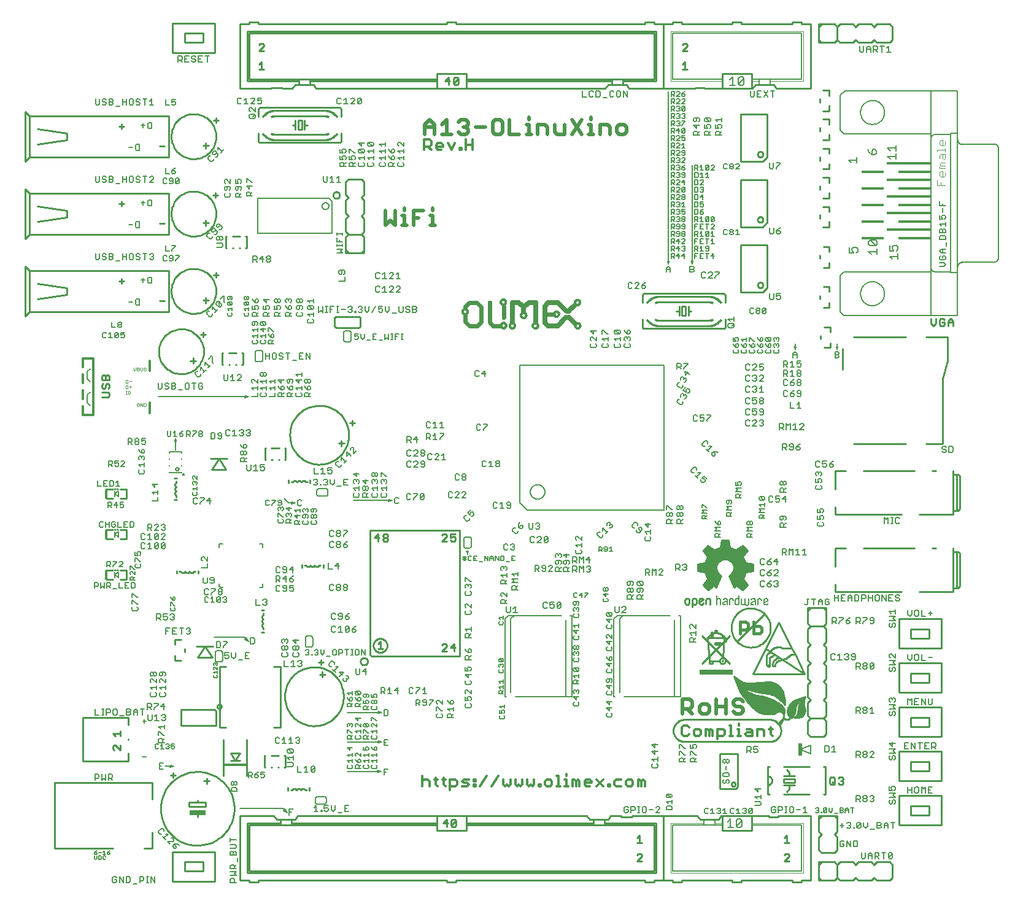
<source format=gbr>
G75*
G70*
%OFA0B0*%
%FSLAX24Y24*%
%IPPOS*%
%LPD*%
%AMOC8*
5,1,8,0,0,1.08239X$1,22.5*
%
%ADD10C,0.0200*%
%ADD11C,0.0100*%
%ADD12C,0.0140*%
%ADD13C,0.0060*%
%ADD14C,0.0050*%
%ADD15C,0.0080*%
%ADD16C,0.0070*%
%ADD17C,0.0010*%
%ADD18C,0.0020*%
%ADD19C,0.0160*%
%ADD20R,0.1800X0.0300*%
%ADD21C,0.0240*%
%ADD22C,0.0120*%
%ADD23C,0.0220*%
%ADD24C,0.0260*%
%ADD25R,0.0900X0.0250*%
%ADD26R,0.0197X0.0709*%
%ADD27C,0.0079*%
%ADD28C,0.0040*%
%ADD29R,0.1300X0.0150*%
%ADD30R,0.2402X0.0157*%
%ADD31R,0.1775X0.0157*%
%ADD32R,0.1220X0.0157*%
D10*
X044870Y013967D02*
X044870Y014767D01*
X045270Y014767D01*
X045404Y014634D01*
X045404Y014367D01*
X045270Y014234D01*
X044870Y014234D01*
X045137Y014234D02*
X045404Y013967D01*
X045791Y014100D02*
X045924Y013967D01*
X046191Y013967D01*
X046325Y014100D01*
X046325Y014367D01*
X046191Y014500D01*
X045924Y014500D01*
X045791Y014367D01*
X045791Y014100D01*
X046712Y013967D02*
X046712Y014767D01*
X046712Y014367D02*
X047245Y014367D01*
X047245Y014767D02*
X047245Y013967D01*
X047632Y014100D02*
X047766Y013967D01*
X048033Y013967D01*
X048166Y014100D01*
X048166Y014234D01*
X048033Y014367D01*
X047766Y014367D01*
X047632Y014500D01*
X047632Y014634D01*
X047766Y014767D01*
X048033Y014767D01*
X048166Y014634D01*
X048420Y014817D02*
X048520Y014667D01*
X048870Y014317D01*
X049070Y014167D01*
X049420Y014067D01*
X049770Y014067D01*
X050070Y014267D01*
X050220Y014217D01*
X050320Y014117D01*
X050220Y014317D01*
X050020Y014517D01*
X049750Y014677D01*
X049200Y014867D01*
X048960Y014867D01*
X048670Y014967D01*
X048370Y015117D01*
X048270Y015017D02*
X048420Y014817D01*
X048420Y014967D02*
X048720Y014717D01*
X048770Y014767D01*
X048820Y014767D01*
X049270Y014717D01*
X049670Y014617D01*
X049920Y014417D01*
X049970Y014367D01*
X049920Y014267D01*
X049820Y014267D01*
X049670Y014217D01*
X049420Y014217D01*
X049270Y014267D01*
X049070Y014317D01*
X048820Y014517D01*
X048770Y014567D01*
X048820Y014617D01*
X049020Y014617D01*
X049420Y014517D01*
X049520Y014517D01*
X049720Y014417D01*
X049720Y014367D01*
X049670Y014317D01*
X049520Y014367D01*
X049020Y014467D01*
X049570Y015217D02*
X049820Y015067D01*
X049870Y015067D02*
X049970Y015267D01*
X049970Y015367D01*
X048020Y015397D01*
X048020Y015467D02*
X048070Y015267D01*
X048220Y015067D01*
X048220Y015217D01*
X048070Y015567D01*
X048020Y015467D02*
X047820Y015817D01*
X048220Y015567D02*
X048670Y015567D01*
X049070Y015617D01*
X049720Y015617D01*
X049970Y015467D01*
X049970Y015367D01*
X049970Y015467D02*
X048170Y015467D01*
X048370Y015417D01*
X048870Y015267D01*
X049320Y015217D01*
X049370Y015217D01*
X050020Y015217D01*
X049970Y015267D02*
X050120Y015067D01*
X050270Y015067D02*
X050320Y014667D01*
X050120Y014917D01*
X049870Y015067D01*
X049570Y015217D02*
X049370Y015217D01*
X049970Y015467D02*
X050170Y015267D01*
X050270Y015067D01*
X031442Y040507D02*
X031175Y040507D01*
X031309Y040507D02*
X031309Y041040D01*
X031175Y041040D01*
X031309Y041307D02*
X031309Y041441D01*
X030789Y041307D02*
X030255Y041307D01*
X030255Y040507D01*
X029908Y040507D02*
X029641Y040507D01*
X029774Y040507D02*
X029774Y041040D01*
X029641Y041040D01*
X029774Y041307D02*
X029774Y041441D01*
X029254Y041307D02*
X029254Y040507D01*
X028987Y040774D01*
X028720Y040507D01*
X028720Y041307D01*
X030255Y040907D02*
X030522Y040907D01*
X030870Y045437D02*
X030870Y045970D01*
X031137Y046237D01*
X031404Y045970D01*
X031404Y045437D01*
X031791Y045437D02*
X032325Y045437D01*
X032058Y045437D02*
X032058Y046237D01*
X031791Y045970D01*
X031404Y045837D02*
X030870Y045837D01*
X032712Y045570D02*
X032845Y045437D01*
X033112Y045437D01*
X033245Y045570D01*
X033245Y045704D01*
X033112Y045837D01*
X032979Y045837D01*
X033112Y045837D02*
X033245Y045970D01*
X033245Y046104D01*
X033112Y046237D01*
X032845Y046237D01*
X032712Y046104D01*
X033632Y045837D02*
X034166Y045837D01*
X034553Y046104D02*
X034553Y045570D01*
X034687Y045437D01*
X034953Y045437D01*
X035087Y045570D01*
X035087Y046104D01*
X034953Y046237D01*
X034687Y046237D01*
X034553Y046104D01*
X035474Y046237D02*
X035474Y045437D01*
X036008Y045437D01*
X036395Y045437D02*
X036662Y045437D01*
X036528Y045437D02*
X036528Y045970D01*
X036395Y045970D01*
X036528Y046237D02*
X036528Y046371D01*
X037008Y045970D02*
X037409Y045970D01*
X037542Y045837D01*
X037542Y045437D01*
X037929Y045570D02*
X037929Y045970D01*
X037929Y045570D02*
X038063Y045437D01*
X038463Y045437D01*
X038463Y045970D01*
X038850Y046237D02*
X039384Y045437D01*
X039771Y045437D02*
X040038Y045437D01*
X039904Y045437D02*
X039904Y045970D01*
X039771Y045970D01*
X039904Y046237D02*
X039904Y046371D01*
X039384Y046237D02*
X038850Y045437D01*
X040385Y045437D02*
X040385Y045970D01*
X040785Y045970D01*
X040918Y045837D01*
X040918Y045437D01*
X041305Y045570D02*
X041305Y045837D01*
X041439Y045970D01*
X041706Y045970D01*
X041839Y045837D01*
X041839Y045570D01*
X041706Y045437D01*
X041439Y045437D01*
X041305Y045570D01*
X037008Y045437D02*
X037008Y045970D01*
D11*
X013920Y006665D02*
X010755Y006665D01*
X010755Y010229D01*
X016070Y010229D01*
X016070Y009347D01*
X017194Y010523D02*
X017194Y010790D01*
X017060Y010657D02*
X017327Y010657D01*
X018870Y010337D02*
X019170Y010337D01*
X019020Y010187D02*
X019020Y010487D01*
X019939Y010602D02*
X019939Y012571D01*
X020071Y013233D02*
X019717Y013233D01*
X019717Y016540D01*
X020071Y016540D01*
X019314Y017040D02*
X018526Y017040D01*
X018920Y017630D01*
X019314Y017040D01*
X019370Y017637D02*
X018470Y017637D01*
X017830Y017517D02*
X017830Y017357D01*
X017620Y016877D02*
X017310Y016877D01*
X017310Y017137D01*
X017310Y017737D02*
X017310Y017997D01*
X017620Y017997D01*
X017380Y021598D02*
X017380Y021755D01*
X017537Y021716D02*
X017616Y021716D01*
X017671Y021660D01*
X017727Y021637D02*
X017741Y021637D01*
X017796Y021660D02*
X017852Y021716D01*
X017908Y021660D01*
X017963Y021637D02*
X017977Y021637D01*
X018033Y021660D02*
X018088Y021716D01*
X018144Y021660D01*
X018200Y021637D02*
X018213Y021637D01*
X018269Y021660D02*
X018324Y021716D01*
X018403Y021716D01*
X018561Y021755D02*
X018561Y021598D01*
X018269Y021660D02*
X018257Y021650D01*
X018243Y021643D01*
X018228Y021639D01*
X018213Y021637D01*
X018200Y021637D02*
X018185Y021639D01*
X018170Y021643D01*
X018156Y021650D01*
X018144Y021660D01*
X018033Y021660D02*
X018021Y021650D01*
X018007Y021643D01*
X017992Y021639D01*
X017977Y021637D01*
X017963Y021637D02*
X017948Y021639D01*
X017933Y021643D01*
X017919Y021650D01*
X017907Y021660D01*
X017797Y021660D02*
X017785Y021650D01*
X017771Y021643D01*
X017756Y021639D01*
X017741Y021637D01*
X017727Y021637D02*
X017712Y021639D01*
X017697Y021643D01*
X017683Y021650D01*
X017671Y021660D01*
X014670Y021787D02*
X014670Y021287D01*
X014320Y021287D01*
X013920Y021287D02*
X013570Y021287D01*
X013570Y021787D01*
X013520Y021737D01*
X013520Y021337D01*
X013570Y021287D01*
X013570Y021787D02*
X013920Y021787D01*
X014320Y021787D02*
X014670Y021787D01*
X014670Y023487D02*
X014670Y023987D01*
X014320Y023987D01*
X013920Y023987D02*
X013570Y023987D01*
X013570Y023487D01*
X013920Y023487D01*
X013570Y023487D02*
X013520Y023537D01*
X013520Y023937D01*
X013570Y023987D01*
X014320Y023487D02*
X014670Y023487D01*
X014670Y025687D02*
X014670Y026187D01*
X014320Y026187D01*
X013920Y026187D02*
X013570Y026187D01*
X013570Y025687D01*
X013920Y025687D01*
X013570Y025687D02*
X013520Y025737D01*
X013520Y026137D01*
X013570Y026187D01*
X014320Y025687D02*
X014670Y025687D01*
X017251Y025596D02*
X017409Y025596D01*
X017370Y025754D02*
X017370Y025832D01*
X017314Y025888D01*
X017291Y025944D02*
X017291Y025957D01*
X017314Y026013D02*
X017370Y026069D01*
X017314Y026124D01*
X017291Y026180D02*
X017291Y026193D01*
X017314Y026249D02*
X017370Y026305D01*
X017314Y026360D01*
X017291Y026416D02*
X017291Y026430D01*
X017314Y026485D02*
X017370Y026541D01*
X017370Y026620D01*
X017409Y026777D02*
X017251Y026777D01*
X017314Y026486D02*
X017304Y026474D01*
X017297Y026460D01*
X017293Y026445D01*
X017291Y026430D01*
X017291Y026416D02*
X017293Y026401D01*
X017297Y026386D01*
X017304Y026372D01*
X017314Y026360D01*
X017314Y026249D02*
X017304Y026237D01*
X017297Y026223D01*
X017293Y026208D01*
X017291Y026193D01*
X017291Y026180D02*
X017293Y026165D01*
X017297Y026150D01*
X017304Y026136D01*
X017314Y026124D01*
X017314Y026013D02*
X017304Y026001D01*
X017297Y025987D01*
X017293Y025972D01*
X017291Y025957D01*
X017291Y025944D02*
X017293Y025929D01*
X017297Y025914D01*
X017304Y025900D01*
X017314Y025888D01*
X019286Y027240D02*
X020074Y027240D01*
X019680Y027830D01*
X019286Y027240D01*
X019230Y027837D02*
X020130Y027837D01*
X022190Y027788D02*
X022227Y027788D01*
X022190Y027788D02*
X022190Y028426D01*
X022227Y028426D01*
X022544Y028426D02*
X022956Y028426D01*
X023273Y028426D02*
X023310Y028426D01*
X023310Y027788D01*
X023273Y027788D01*
X022956Y027788D02*
X022919Y027788D01*
X022582Y027788D02*
X022544Y027788D01*
X023460Y026685D02*
X023460Y026528D01*
X023617Y026567D02*
X023696Y026567D01*
X023751Y026623D01*
X023807Y026646D02*
X023821Y026646D01*
X023876Y026623D02*
X023932Y026567D01*
X023988Y026623D01*
X024043Y026646D02*
X024057Y026646D01*
X024113Y026623D02*
X024168Y026567D01*
X024224Y026623D01*
X024280Y026646D02*
X024293Y026646D01*
X024349Y026623D02*
X024404Y026567D01*
X024483Y026567D01*
X024641Y026528D02*
X024641Y026685D01*
X024349Y026623D02*
X024337Y026633D01*
X024323Y026640D01*
X024308Y026644D01*
X024293Y026646D01*
X024280Y026646D02*
X024265Y026644D01*
X024250Y026640D01*
X024236Y026633D01*
X024224Y026623D01*
X024113Y026623D02*
X024101Y026633D01*
X024087Y026640D01*
X024072Y026644D01*
X024057Y026646D01*
X024043Y026646D02*
X024028Y026644D01*
X024013Y026640D01*
X023999Y026633D01*
X023987Y026623D01*
X023877Y026623D02*
X023865Y026633D01*
X023851Y026640D01*
X023836Y026644D01*
X023821Y026646D01*
X023807Y026646D02*
X023792Y026644D01*
X023777Y026640D01*
X023763Y026633D01*
X023751Y026623D01*
X026190Y028677D02*
X026490Y028677D01*
X026340Y028827D02*
X026340Y028527D01*
X023540Y029127D02*
X023547Y029272D01*
X023566Y029417D01*
X023599Y029559D01*
X023645Y029697D01*
X023703Y029831D01*
X023773Y029958D01*
X023854Y030079D01*
X023946Y030192D01*
X024048Y030296D01*
X024159Y030391D01*
X024278Y030475D01*
X024404Y030548D01*
X024536Y030609D01*
X024673Y030657D01*
X024814Y030694D01*
X024958Y030717D01*
X025104Y030727D01*
X025249Y030723D01*
X025394Y030707D01*
X025536Y030677D01*
X025676Y030635D01*
X025811Y030580D01*
X025940Y030513D01*
X026063Y030434D01*
X026178Y030345D01*
X026284Y030245D01*
X026381Y030137D01*
X026468Y030020D01*
X026543Y029895D01*
X026608Y029764D01*
X026659Y029628D01*
X026699Y029488D01*
X026725Y029345D01*
X026738Y029200D01*
X026738Y029054D01*
X026725Y028909D01*
X026699Y028766D01*
X026659Y028626D01*
X026608Y028490D01*
X026543Y028359D01*
X026468Y028234D01*
X026381Y028117D01*
X026284Y028009D01*
X026178Y027909D01*
X026063Y027820D01*
X025940Y027741D01*
X025811Y027674D01*
X025676Y027619D01*
X025536Y027577D01*
X025394Y027547D01*
X025249Y027531D01*
X025104Y027527D01*
X024958Y027537D01*
X024814Y027560D01*
X024673Y027597D01*
X024536Y027645D01*
X024404Y027706D01*
X024278Y027779D01*
X024159Y027863D01*
X024048Y027958D01*
X023946Y028062D01*
X023854Y028175D01*
X023773Y028296D01*
X023703Y028423D01*
X023645Y028557D01*
X023599Y028695D01*
X023566Y028837D01*
X023547Y028982D01*
X023540Y029127D01*
X026790Y029767D02*
X027057Y029767D01*
X026924Y029900D02*
X026924Y029633D01*
X020980Y032938D02*
X020943Y032938D01*
X020980Y032938D02*
X020980Y033576D01*
X020943Y033576D01*
X020626Y033576D02*
X020214Y033576D01*
X019897Y033576D02*
X019860Y033576D01*
X019860Y032938D01*
X019897Y032938D01*
X020214Y032938D02*
X020252Y032938D01*
X020589Y032938D02*
X020626Y032938D01*
X018440Y033157D02*
X018290Y033157D01*
X018290Y033007D01*
X018290Y033157D02*
X018140Y033157D01*
X018290Y033157D02*
X018290Y033307D01*
X016420Y033657D02*
X016425Y033768D01*
X016440Y033878D01*
X016465Y033986D01*
X016500Y034092D01*
X016544Y034193D01*
X016598Y034291D01*
X016660Y034383D01*
X016730Y034469D01*
X016807Y034549D01*
X016892Y034621D01*
X016983Y034685D01*
X017079Y034740D01*
X017180Y034787D01*
X017284Y034824D01*
X017392Y034851D01*
X017501Y034869D01*
X017612Y034877D01*
X017723Y034874D01*
X017834Y034862D01*
X017942Y034839D01*
X018049Y034807D01*
X018151Y034765D01*
X018250Y034714D01*
X018344Y034654D01*
X018431Y034586D01*
X018512Y034510D01*
X018586Y034427D01*
X018652Y034338D01*
X018710Y034243D01*
X018759Y034143D01*
X018799Y034039D01*
X018829Y033932D01*
X018849Y033823D01*
X018859Y033713D01*
X018859Y033601D01*
X018849Y033491D01*
X018829Y033382D01*
X018799Y033275D01*
X018759Y033171D01*
X018710Y033071D01*
X018652Y032976D01*
X018586Y032887D01*
X018512Y032804D01*
X018431Y032728D01*
X018344Y032660D01*
X018250Y032600D01*
X018151Y032549D01*
X018049Y032507D01*
X017942Y032475D01*
X017834Y032452D01*
X017723Y032440D01*
X017612Y032437D01*
X017501Y032445D01*
X017392Y032463D01*
X017284Y032490D01*
X017180Y032527D01*
X017079Y032574D01*
X016983Y032629D01*
X016892Y032693D01*
X016807Y032765D01*
X016730Y032845D01*
X016660Y032931D01*
X016598Y033023D01*
X016544Y033121D01*
X016500Y033222D01*
X016465Y033328D01*
X016440Y033436D01*
X016425Y033546D01*
X016420Y033657D01*
X018690Y034567D02*
X018957Y034567D01*
X018824Y034700D02*
X018824Y034433D01*
X018970Y036287D02*
X018970Y036437D01*
X018820Y036437D01*
X018970Y036437D02*
X018970Y036587D01*
X018970Y036437D02*
X019120Y036437D01*
X017100Y036937D02*
X017105Y037048D01*
X017120Y037158D01*
X017145Y037266D01*
X017180Y037372D01*
X017224Y037473D01*
X017278Y037571D01*
X017340Y037663D01*
X017410Y037749D01*
X017487Y037829D01*
X017572Y037901D01*
X017663Y037965D01*
X017759Y038020D01*
X017860Y038067D01*
X017964Y038104D01*
X018072Y038131D01*
X018181Y038149D01*
X018292Y038157D01*
X018403Y038154D01*
X018514Y038142D01*
X018622Y038119D01*
X018729Y038087D01*
X018831Y038045D01*
X018930Y037994D01*
X019024Y037934D01*
X019111Y037866D01*
X019192Y037790D01*
X019266Y037707D01*
X019332Y037618D01*
X019390Y037523D01*
X019439Y037423D01*
X019479Y037319D01*
X019509Y037212D01*
X019529Y037103D01*
X019539Y036993D01*
X019539Y036881D01*
X019529Y036771D01*
X019509Y036662D01*
X019479Y036555D01*
X019439Y036451D01*
X019390Y036351D01*
X019332Y036256D01*
X019266Y036167D01*
X019192Y036084D01*
X019111Y036008D01*
X019024Y035940D01*
X018930Y035880D01*
X018831Y035829D01*
X018729Y035787D01*
X018622Y035755D01*
X018514Y035732D01*
X018403Y035720D01*
X018292Y035717D01*
X018181Y035725D01*
X018072Y035743D01*
X017964Y035770D01*
X017860Y035807D01*
X017759Y035854D01*
X017663Y035909D01*
X017572Y035973D01*
X017487Y036045D01*
X017410Y036125D01*
X017340Y036211D01*
X017278Y036303D01*
X017224Y036401D01*
X017180Y036502D01*
X017145Y036608D01*
X017120Y036716D01*
X017105Y036826D01*
X017100Y036937D01*
X016725Y036415D02*
X016459Y036415D01*
X016965Y035806D02*
X009406Y035806D01*
X009170Y035570D01*
X009170Y038287D01*
X009406Y038050D01*
X009406Y035806D01*
X009839Y036515D02*
X011414Y036751D01*
X011414Y037106D01*
X009839Y037342D01*
X009406Y038050D02*
X016965Y038050D01*
X016965Y035806D01*
X019410Y037807D02*
X019677Y037807D01*
X019544Y037940D02*
X019544Y037673D01*
X020060Y039278D02*
X020097Y039278D01*
X020060Y039278D02*
X020060Y039916D01*
X020097Y039916D01*
X020414Y039916D02*
X020826Y039916D01*
X021143Y039916D02*
X021180Y039916D01*
X021180Y039278D01*
X021143Y039278D01*
X020826Y039278D02*
X020789Y039278D01*
X020452Y039278D02*
X020414Y039278D01*
X019120Y040637D02*
X018970Y040637D01*
X018970Y040487D01*
X018970Y040637D02*
X018820Y040637D01*
X018970Y040637D02*
X018970Y040787D01*
X017100Y041137D02*
X017105Y041248D01*
X017120Y041358D01*
X017145Y041466D01*
X017180Y041572D01*
X017224Y041673D01*
X017278Y041771D01*
X017340Y041863D01*
X017410Y041949D01*
X017487Y042029D01*
X017572Y042101D01*
X017663Y042165D01*
X017759Y042220D01*
X017860Y042267D01*
X017964Y042304D01*
X018072Y042331D01*
X018181Y042349D01*
X018292Y042357D01*
X018403Y042354D01*
X018514Y042342D01*
X018622Y042319D01*
X018729Y042287D01*
X018831Y042245D01*
X018930Y042194D01*
X019024Y042134D01*
X019111Y042066D01*
X019192Y041990D01*
X019266Y041907D01*
X019332Y041818D01*
X019390Y041723D01*
X019439Y041623D01*
X019479Y041519D01*
X019509Y041412D01*
X019529Y041303D01*
X019539Y041193D01*
X019539Y041081D01*
X019529Y040971D01*
X019509Y040862D01*
X019479Y040755D01*
X019439Y040651D01*
X019390Y040551D01*
X019332Y040456D01*
X019266Y040367D01*
X019192Y040284D01*
X019111Y040208D01*
X019024Y040140D01*
X018930Y040080D01*
X018831Y040029D01*
X018729Y039987D01*
X018622Y039955D01*
X018514Y039932D01*
X018403Y039920D01*
X018292Y039917D01*
X018181Y039925D01*
X018072Y039943D01*
X017964Y039970D01*
X017860Y040007D01*
X017759Y040054D01*
X017663Y040109D01*
X017572Y040173D01*
X017487Y040245D01*
X017410Y040325D01*
X017340Y040411D01*
X017278Y040503D01*
X017224Y040601D01*
X017180Y040702D01*
X017145Y040808D01*
X017120Y040916D01*
X017105Y041026D01*
X017100Y041137D01*
X016725Y040615D02*
X016459Y040615D01*
X016965Y040006D02*
X009406Y040006D01*
X009170Y039770D01*
X009170Y042487D01*
X009406Y042250D01*
X009406Y040006D01*
X009839Y040715D02*
X011414Y040951D01*
X011414Y041306D01*
X009839Y041542D01*
X009406Y042250D02*
X016965Y042250D01*
X016965Y040006D01*
X014545Y041669D02*
X014278Y041669D01*
X014412Y041802D02*
X014412Y041536D01*
X016965Y044206D02*
X009406Y044206D01*
X009170Y043970D01*
X009170Y046687D01*
X009406Y046450D01*
X009406Y044206D01*
X009839Y044915D02*
X011414Y045151D01*
X011414Y045506D01*
X009839Y045742D01*
X009406Y046450D02*
X016965Y046450D01*
X016965Y044206D01*
X016725Y044815D02*
X016459Y044815D01*
X017100Y045337D02*
X017105Y045448D01*
X017120Y045558D01*
X017145Y045666D01*
X017180Y045772D01*
X017224Y045873D01*
X017278Y045971D01*
X017340Y046063D01*
X017410Y046149D01*
X017487Y046229D01*
X017572Y046301D01*
X017663Y046365D01*
X017759Y046420D01*
X017860Y046467D01*
X017964Y046504D01*
X018072Y046531D01*
X018181Y046549D01*
X018292Y046557D01*
X018403Y046554D01*
X018514Y046542D01*
X018622Y046519D01*
X018729Y046487D01*
X018831Y046445D01*
X018930Y046394D01*
X019024Y046334D01*
X019111Y046266D01*
X019192Y046190D01*
X019266Y046107D01*
X019332Y046018D01*
X019390Y045923D01*
X019439Y045823D01*
X019479Y045719D01*
X019509Y045612D01*
X019529Y045503D01*
X019539Y045393D01*
X019539Y045281D01*
X019529Y045171D01*
X019509Y045062D01*
X019479Y044955D01*
X019439Y044851D01*
X019390Y044751D01*
X019332Y044656D01*
X019266Y044567D01*
X019192Y044484D01*
X019111Y044408D01*
X019024Y044340D01*
X018930Y044280D01*
X018831Y044229D01*
X018729Y044187D01*
X018622Y044155D01*
X018514Y044132D01*
X018403Y044120D01*
X018292Y044117D01*
X018181Y044125D01*
X018072Y044143D01*
X017964Y044170D01*
X017860Y044207D01*
X017759Y044254D01*
X017663Y044309D01*
X017572Y044373D01*
X017487Y044445D01*
X017410Y044525D01*
X017340Y044611D01*
X017278Y044703D01*
X017224Y044801D01*
X017180Y044902D01*
X017145Y045008D01*
X017120Y045116D01*
X017105Y045226D01*
X017100Y045337D01*
X018820Y044837D02*
X018970Y044837D01*
X018970Y044687D01*
X018970Y044837D02*
X018970Y044987D01*
X018970Y044837D02*
X019120Y044837D01*
X019544Y046073D02*
X019544Y046340D01*
X019410Y046207D02*
X019677Y046207D01*
X020820Y047937D02*
X022520Y047937D01*
X022520Y047987D01*
X023120Y047987D01*
X023120Y047937D01*
X023670Y047937D01*
X023820Y048137D01*
X024020Y048137D01*
X024620Y048137D01*
X024820Y048137D01*
X024970Y047937D01*
X031520Y047937D01*
X031520Y048337D01*
X024620Y048337D01*
X024620Y048437D01*
X024020Y048437D01*
X021320Y048437D01*
X021320Y050937D01*
X043320Y050937D01*
X043320Y048437D01*
X041620Y048437D01*
X041020Y048437D01*
X033120Y048437D01*
X033120Y048337D01*
X033120Y047937D01*
X031520Y047937D01*
X031520Y048337D02*
X031520Y048437D01*
X024620Y048437D01*
X024620Y048337D02*
X024620Y048137D01*
X024020Y048137D02*
X024020Y048337D01*
X024020Y048437D01*
X024020Y048337D02*
X021220Y048337D01*
X021220Y051037D01*
X043420Y051037D01*
X043420Y048337D01*
X041620Y048337D01*
X041620Y048137D01*
X041020Y048137D01*
X040820Y048137D01*
X040670Y047937D01*
X033120Y047937D01*
X033120Y048337D02*
X041020Y048337D01*
X041020Y048137D01*
X041020Y048337D02*
X041020Y048437D01*
X041620Y048437D02*
X041620Y048337D01*
X041620Y048137D02*
X041820Y048137D01*
X041970Y047937D01*
X043820Y047937D01*
X043820Y051437D01*
X043320Y051437D01*
X043320Y051537D01*
X042820Y051537D01*
X042820Y051437D01*
X032570Y051437D01*
X032570Y051537D01*
X032070Y051537D01*
X032070Y051437D01*
X021820Y051437D01*
X021820Y051537D01*
X021320Y051537D01*
X021320Y051437D01*
X020820Y051437D01*
X020820Y047937D01*
X021870Y048987D02*
X022137Y048987D01*
X022004Y048987D02*
X022004Y049387D01*
X021870Y049254D01*
X021870Y049987D02*
X022137Y050254D01*
X022137Y050320D01*
X022070Y050387D01*
X021937Y050387D01*
X021870Y050320D01*
X021870Y049987D02*
X022137Y049987D01*
X019470Y049887D02*
X019470Y051487D01*
X017170Y051487D01*
X017170Y049887D01*
X019470Y049887D01*
X018820Y050437D02*
X018820Y050937D01*
X017820Y050937D01*
X017820Y050437D01*
X018820Y050437D01*
X021930Y046897D02*
X026230Y046897D01*
X026250Y046895D01*
X026268Y046889D01*
X026286Y046880D01*
X026301Y046868D01*
X026313Y046853D01*
X026322Y046835D01*
X026328Y046817D01*
X026330Y046797D01*
X026330Y046397D01*
X025430Y046447D02*
X022730Y046447D01*
X022730Y046747D02*
X025430Y046747D01*
X024330Y046197D02*
X024330Y045947D01*
X024480Y045947D01*
X024330Y045947D02*
X024330Y045697D01*
X024180Y045697D02*
X024180Y046197D01*
X023980Y046197D01*
X023980Y045697D01*
X024180Y045697D01*
X023830Y045697D02*
X023830Y045947D01*
X023680Y045947D01*
X023830Y045947D02*
X023830Y046197D01*
X022730Y045447D02*
X025430Y045447D01*
X025430Y045147D02*
X022730Y045147D01*
X021930Y044997D02*
X021910Y044999D01*
X021892Y045005D01*
X021874Y045014D01*
X021859Y045026D01*
X021847Y045041D01*
X021838Y045059D01*
X021832Y045077D01*
X021830Y045097D01*
X021830Y045497D01*
X021930Y044997D02*
X026230Y044997D01*
X026250Y044999D01*
X026268Y045005D01*
X026286Y045014D01*
X026301Y045026D01*
X026313Y045041D01*
X026322Y045059D01*
X026328Y045077D01*
X026330Y045097D01*
X026330Y045497D01*
X026720Y043017D02*
X027420Y043017D01*
X027570Y042867D01*
X027570Y042167D01*
X027420Y042017D01*
X027570Y041867D01*
X027570Y041167D01*
X027420Y041017D01*
X027570Y040867D01*
X027570Y040167D01*
X027420Y040017D01*
X026720Y040017D01*
X026570Y040167D01*
X026570Y040867D01*
X026720Y041017D01*
X026570Y041167D01*
X026570Y041867D01*
X026720Y042017D01*
X026570Y042167D01*
X026570Y042867D01*
X026720Y043017D01*
X025883Y042149D02*
X025885Y042176D01*
X025891Y042202D01*
X025901Y042228D01*
X025914Y042251D01*
X025931Y042272D01*
X025951Y042291D01*
X025974Y042306D01*
X025998Y042317D01*
X026024Y042325D01*
X026050Y042329D01*
X026078Y042329D01*
X026104Y042325D01*
X026130Y042317D01*
X026155Y042306D01*
X026177Y042291D01*
X026197Y042272D01*
X026214Y042251D01*
X026227Y042228D01*
X026237Y042202D01*
X026243Y042176D01*
X026245Y042149D01*
X026243Y042122D01*
X026237Y042096D01*
X026227Y042070D01*
X026214Y042047D01*
X026197Y042026D01*
X026177Y042007D01*
X026154Y041992D01*
X026130Y041981D01*
X026104Y041973D01*
X026078Y041969D01*
X026050Y041969D01*
X026024Y041973D01*
X025998Y041981D01*
X025973Y041992D01*
X025951Y042007D01*
X025931Y042026D01*
X025914Y042047D01*
X025901Y042070D01*
X025891Y042096D01*
X025885Y042122D01*
X025883Y042149D01*
X026720Y040017D02*
X026570Y039867D01*
X026570Y039167D01*
X026570Y039017D01*
X026720Y039017D01*
X026570Y039167D01*
X026720Y039017D02*
X027420Y039017D01*
X027570Y039017D01*
X027570Y039167D01*
X027570Y039867D01*
X027420Y040017D01*
X027570Y039167D02*
X027420Y039017D01*
X027270Y035557D02*
X026070Y035557D01*
X026050Y035555D01*
X026032Y035549D01*
X026014Y035540D01*
X025999Y035528D01*
X025987Y035513D01*
X025978Y035495D01*
X025972Y035477D01*
X025970Y035457D01*
X025970Y035057D01*
X025972Y035037D01*
X025978Y035019D01*
X025987Y035001D01*
X025999Y034986D01*
X026014Y034974D01*
X026032Y034965D01*
X026050Y034959D01*
X026070Y034957D01*
X027270Y034957D01*
X027290Y034959D01*
X027308Y034965D01*
X027326Y034974D01*
X027341Y034986D01*
X027353Y035001D01*
X027362Y035019D01*
X027368Y035037D01*
X027370Y035057D01*
X027370Y035457D01*
X027368Y035477D01*
X027362Y035495D01*
X027353Y035513D01*
X027341Y035528D01*
X027326Y035540D01*
X027308Y035549D01*
X027290Y035555D01*
X027270Y035557D01*
X034320Y036346D02*
X034320Y036376D01*
X034460Y036376D01*
X034460Y036346D01*
X035090Y035486D02*
X035090Y035456D01*
X035210Y035456D01*
X035210Y035486D01*
X042690Y035397D02*
X042690Y034997D01*
X042692Y034977D01*
X042698Y034959D01*
X042707Y034941D01*
X042719Y034926D01*
X042734Y034914D01*
X042752Y034905D01*
X042770Y034899D01*
X042790Y034897D01*
X047090Y034897D01*
X047110Y034899D01*
X047128Y034905D01*
X047146Y034914D01*
X047161Y034926D01*
X047173Y034941D01*
X047182Y034959D01*
X047188Y034977D01*
X047190Y034997D01*
X047190Y035397D01*
X047190Y036297D02*
X047190Y036697D01*
X047188Y036717D01*
X047182Y036735D01*
X047173Y036753D01*
X047161Y036768D01*
X047146Y036780D01*
X047128Y036789D01*
X047110Y036795D01*
X047090Y036797D01*
X042790Y036797D01*
X042770Y036795D01*
X042752Y036789D01*
X042734Y036780D01*
X042719Y036768D01*
X042707Y036753D01*
X042698Y036735D01*
X042692Y036717D01*
X042690Y036697D01*
X042690Y036297D01*
X043590Y036347D02*
X046290Y036347D01*
X046290Y036647D02*
X043590Y036647D01*
X044540Y035847D02*
X044690Y035847D01*
X044690Y036097D01*
X044840Y036097D02*
X044840Y035597D01*
X045040Y035597D01*
X045040Y036097D01*
X044840Y036097D01*
X044690Y035847D02*
X044690Y035597D01*
X045190Y035597D02*
X045190Y035847D01*
X045340Y035847D01*
X045190Y035847D02*
X045190Y036097D01*
X046290Y035347D02*
X043590Y035347D01*
X043590Y035047D02*
X046290Y035047D01*
X048022Y036877D02*
X049242Y036877D01*
X049479Y037113D01*
X049479Y039436D01*
X048022Y039436D01*
X048022Y036877D01*
X048946Y037267D02*
X048948Y037292D01*
X048954Y037316D01*
X048964Y037338D01*
X048978Y037359D01*
X048994Y037377D01*
X049014Y037393D01*
X049036Y037404D01*
X049059Y037412D01*
X049084Y037416D01*
X049108Y037416D01*
X049133Y037412D01*
X049156Y037404D01*
X049178Y037393D01*
X049198Y037377D01*
X049214Y037359D01*
X049228Y037338D01*
X049238Y037316D01*
X049244Y037292D01*
X049246Y037267D01*
X049244Y037242D01*
X049238Y037218D01*
X049228Y037196D01*
X049214Y037175D01*
X049198Y037157D01*
X049178Y037141D01*
X049156Y037130D01*
X049133Y037122D01*
X049108Y037118D01*
X049084Y037118D01*
X049059Y037122D01*
X049036Y037130D01*
X049014Y037141D01*
X048994Y037157D01*
X048978Y037175D01*
X048964Y037196D01*
X048954Y037218D01*
X048948Y037242D01*
X048946Y037267D01*
X052320Y036687D02*
X052320Y036527D01*
X052530Y036047D02*
X052840Y036047D01*
X052840Y036307D01*
X052840Y036907D02*
X052840Y037167D01*
X052530Y037167D01*
X052530Y038227D02*
X052840Y038227D01*
X052840Y038487D01*
X052320Y038707D02*
X052320Y038867D01*
X052530Y039347D02*
X052840Y039347D01*
X052840Y039087D01*
X052840Y040407D02*
X052500Y040407D01*
X052840Y040407D02*
X052840Y040697D01*
X052840Y041237D02*
X052840Y041527D01*
X052500Y041527D01*
X052500Y041987D02*
X052840Y041987D01*
X052840Y042277D01*
X052840Y042817D02*
X052840Y043107D01*
X052500Y043107D01*
X052500Y043567D02*
X052840Y043567D01*
X052840Y043857D01*
X052840Y044397D02*
X052840Y044687D01*
X052500Y044687D01*
X052500Y045147D02*
X052840Y045147D01*
X052840Y045437D01*
X052840Y045977D02*
X052840Y046267D01*
X052500Y046267D01*
X052500Y046727D02*
X052840Y046727D01*
X052840Y047017D01*
X052840Y047557D02*
X052840Y047847D01*
X052500Y047847D01*
X052320Y047387D02*
X052320Y047187D01*
X051820Y047937D02*
X051820Y051437D01*
X051320Y051437D01*
X051320Y051537D01*
X050820Y051537D01*
X050820Y051437D01*
X048070Y051437D01*
X048070Y051537D01*
X047570Y051537D01*
X047570Y051437D01*
X044820Y051437D01*
X044820Y051537D01*
X044320Y051537D01*
X044320Y051437D01*
X043820Y051437D01*
X043820Y047937D01*
X045570Y047937D01*
X045570Y047987D01*
X046070Y047987D01*
X046070Y047937D01*
X047020Y047937D01*
X047020Y048337D01*
X047020Y048437D01*
X047020Y048737D01*
X048620Y048737D01*
X048620Y048437D01*
X048620Y048337D01*
X048620Y047937D01*
X047020Y047937D01*
X048620Y047937D02*
X048670Y047937D01*
X048820Y048137D01*
X049020Y048137D01*
X049620Y048137D01*
X049820Y048137D01*
X049970Y047937D01*
X051820Y047937D01*
X052320Y045807D02*
X052320Y045607D01*
X052320Y044227D02*
X052320Y044027D01*
X052320Y042647D02*
X052320Y042447D01*
X052320Y041067D02*
X052320Y040867D01*
X049479Y040663D02*
X049479Y042986D01*
X048022Y042986D01*
X048022Y040427D01*
X049242Y040427D01*
X049479Y040663D01*
X048946Y040817D02*
X048948Y040842D01*
X048954Y040866D01*
X048964Y040888D01*
X048978Y040909D01*
X048994Y040927D01*
X049014Y040943D01*
X049036Y040954D01*
X049059Y040962D01*
X049084Y040966D01*
X049108Y040966D01*
X049133Y040962D01*
X049156Y040954D01*
X049178Y040943D01*
X049198Y040927D01*
X049214Y040909D01*
X049228Y040888D01*
X049238Y040866D01*
X049244Y040842D01*
X049246Y040817D01*
X049244Y040792D01*
X049238Y040768D01*
X049228Y040746D01*
X049214Y040725D01*
X049198Y040707D01*
X049178Y040691D01*
X049156Y040680D01*
X049133Y040672D01*
X049108Y040668D01*
X049084Y040668D01*
X049059Y040672D01*
X049036Y040680D01*
X049014Y040691D01*
X048994Y040707D01*
X048978Y040725D01*
X048964Y040746D01*
X048954Y040768D01*
X048948Y040792D01*
X048946Y040817D01*
X049242Y043977D02*
X048022Y043977D01*
X048022Y046536D01*
X049479Y046536D01*
X049479Y044213D01*
X049242Y043977D01*
X048946Y044367D02*
X048948Y044392D01*
X048954Y044416D01*
X048964Y044438D01*
X048978Y044459D01*
X048994Y044477D01*
X049014Y044493D01*
X049036Y044504D01*
X049059Y044512D01*
X049084Y044516D01*
X049108Y044516D01*
X049133Y044512D01*
X049156Y044504D01*
X049178Y044493D01*
X049198Y044477D01*
X049214Y044459D01*
X049228Y044438D01*
X049238Y044416D01*
X049244Y044392D01*
X049246Y044367D01*
X049244Y044342D01*
X049238Y044318D01*
X049228Y044296D01*
X049214Y044275D01*
X049198Y044257D01*
X049178Y044241D01*
X049156Y044230D01*
X049133Y044222D01*
X049108Y044218D01*
X049084Y044218D01*
X049059Y044222D01*
X049036Y044230D01*
X049014Y044241D01*
X048994Y044257D01*
X048978Y044275D01*
X048964Y044296D01*
X048954Y044318D01*
X048948Y044342D01*
X048946Y044367D01*
X045137Y048987D02*
X044870Y048987D01*
X045004Y048987D02*
X045004Y049387D01*
X044870Y049254D01*
X044870Y049987D02*
X045137Y050254D01*
X045137Y050320D01*
X045070Y050387D01*
X044937Y050387D01*
X044870Y050320D01*
X044870Y049987D02*
X045137Y049987D01*
X052270Y050437D02*
X052420Y050437D01*
X053120Y050437D01*
X053270Y050587D01*
X053270Y051287D01*
X053420Y051437D01*
X054120Y051437D01*
X054270Y051287D01*
X054420Y051437D01*
X055120Y051437D01*
X055270Y051287D01*
X055420Y051437D01*
X056120Y051437D01*
X056270Y051287D01*
X056270Y050587D01*
X056120Y050437D01*
X055420Y050437D01*
X055270Y050587D01*
X055120Y050437D01*
X054420Y050437D01*
X054270Y050587D01*
X054120Y050437D01*
X053420Y050437D01*
X053270Y050587D01*
X053270Y051287D02*
X053120Y051437D01*
X052420Y051437D01*
X052270Y051437D01*
X052270Y051287D01*
X052420Y051437D01*
X052270Y051287D02*
X052270Y050587D01*
X052270Y050437D01*
X052270Y050587D02*
X052420Y050437D01*
X058369Y035437D02*
X058369Y035170D01*
X058502Y035037D01*
X058636Y035170D01*
X058636Y035437D01*
X058829Y035370D02*
X058829Y035103D01*
X058896Y035037D01*
X059030Y035037D01*
X059096Y035103D01*
X059096Y035237D01*
X058963Y035237D01*
X059096Y035370D02*
X059030Y035437D01*
X058896Y035437D01*
X058829Y035370D01*
X059290Y035304D02*
X059423Y035437D01*
X059557Y035304D01*
X059557Y035037D01*
X059557Y035237D02*
X059290Y035237D01*
X059290Y035304D02*
X059290Y035037D01*
X059279Y034434D02*
X058098Y034434D01*
X056995Y034434D02*
X054161Y034434D01*
X053570Y033804D02*
X053570Y032663D01*
X052880Y033867D02*
X052570Y033867D01*
X052880Y033867D02*
X052880Y034127D01*
X052360Y034347D02*
X052360Y034507D01*
X052570Y034987D02*
X052880Y034987D01*
X052880Y034727D01*
X059279Y034434D02*
X059279Y033135D01*
X059003Y032190D01*
X059003Y028647D01*
X058098Y028647D01*
X056995Y028647D02*
X054161Y028647D01*
X053739Y027187D02*
X053149Y027187D01*
X053149Y026163D01*
X053149Y025218D02*
X053149Y024824D01*
X056771Y024824D01*
X057715Y024824D02*
X059566Y024824D01*
X059566Y027029D01*
X059566Y026990D02*
X059763Y026990D01*
X059763Y025021D01*
X059566Y025021D01*
X059566Y024824D01*
X059763Y025021D02*
X059841Y025021D01*
X059920Y025100D01*
X059920Y026911D01*
X059841Y026990D01*
X059763Y026990D01*
X059566Y026990D02*
X059566Y027187D01*
X058621Y027187D02*
X058424Y027187D01*
X057479Y027187D02*
X054684Y027187D01*
X054684Y022987D02*
X057479Y022987D01*
X058424Y022987D02*
X058621Y022987D01*
X059566Y022987D02*
X059566Y022790D01*
X059763Y022790D01*
X059763Y020821D01*
X059566Y020821D01*
X059566Y020624D01*
X059566Y022829D01*
X059763Y022790D02*
X059841Y022790D01*
X059920Y022711D01*
X059920Y020900D01*
X059841Y020821D01*
X059763Y020821D01*
X059566Y020624D02*
X057715Y020624D01*
X056771Y020624D02*
X053149Y020624D01*
X053149Y021018D01*
X053149Y021963D02*
X053149Y022987D01*
X053739Y022987D01*
X052670Y019737D02*
X052670Y019587D01*
X052670Y018887D01*
X052520Y018737D01*
X051820Y018737D01*
X051670Y018887D01*
X051670Y019587D01*
X051670Y019737D01*
X051820Y019737D01*
X051670Y019587D01*
X051820Y019737D02*
X052520Y019737D01*
X052670Y019737D01*
X052520Y019737D02*
X052670Y019587D01*
X052520Y018737D02*
X052670Y018587D01*
X052670Y017887D01*
X052520Y017737D01*
X052670Y017587D01*
X052670Y016887D01*
X052520Y016737D01*
X052670Y016587D01*
X052670Y015887D01*
X052520Y015737D01*
X052670Y015587D01*
X052670Y014887D01*
X052520Y014737D01*
X052670Y014587D01*
X052670Y013887D01*
X052520Y013737D01*
X051820Y013737D01*
X051670Y013887D01*
X051670Y014587D01*
X051820Y014737D01*
X051670Y014887D01*
X051670Y015587D01*
X051820Y015737D01*
X051670Y015887D01*
X051670Y016587D01*
X051820Y016737D01*
X051670Y016887D01*
X051670Y017587D01*
X051820Y017737D01*
X051670Y017887D01*
X051670Y018587D01*
X051820Y018737D01*
X050810Y017547D02*
X050346Y017547D01*
X050345Y017547D02*
X050327Y017546D01*
X050309Y017548D01*
X050292Y017554D01*
X050275Y017561D01*
X050260Y017572D01*
X050660Y017121D02*
X050632Y017090D01*
X050601Y017062D01*
X050568Y017036D01*
X050533Y017013D01*
X050496Y016993D01*
X050457Y016976D01*
X050418Y016963D01*
X050377Y016953D01*
X050335Y016946D01*
X050260Y017571D02*
X050218Y017585D01*
X050175Y017595D01*
X050131Y017601D01*
X050087Y017604D01*
X050043Y017603D01*
X049999Y017598D01*
X049956Y017590D01*
X049913Y017579D01*
X049872Y017563D01*
X049832Y017545D01*
X049793Y017523D01*
X049757Y017498D01*
X049723Y017470D01*
X049691Y017440D01*
X049662Y017407D01*
X049635Y017372D01*
X049860Y017221D02*
X049838Y017191D01*
X049813Y017163D01*
X049786Y017138D01*
X049757Y017115D01*
X049725Y017095D01*
X049692Y017078D01*
X049658Y017064D01*
X049622Y017054D01*
X049585Y017046D01*
X049585Y017047D02*
X049585Y016647D01*
X049560Y016647D01*
X049585Y016647D02*
X049595Y016645D01*
X049603Y016640D01*
X049608Y016632D01*
X049610Y016622D01*
X049610Y016572D01*
X049608Y016562D01*
X049603Y016554D01*
X049595Y016549D01*
X049585Y016547D01*
X049510Y016597D02*
X049512Y016610D01*
X049517Y016622D01*
X049525Y016632D01*
X049535Y016640D01*
X049547Y016645D01*
X049560Y016647D01*
X049585Y016547D02*
X049562Y016549D01*
X049539Y016554D01*
X049517Y016563D01*
X049497Y016576D01*
X049479Y016591D01*
X049464Y016609D01*
X049451Y016629D01*
X049442Y016651D01*
X049437Y016674D01*
X049435Y016697D01*
X049435Y017122D01*
X049437Y017144D01*
X049442Y017165D01*
X049450Y017185D01*
X049461Y017204D01*
X049475Y017221D01*
X049492Y017236D01*
X049510Y017247D01*
X049410Y017522D02*
X051510Y016147D01*
X050985Y017197D01*
X050860Y017197D01*
X050985Y017197D02*
X050810Y017547D01*
X050110Y018947D01*
X048710Y016147D01*
X051510Y016147D01*
X048793Y014245D02*
X048702Y014327D01*
X048613Y014412D01*
X048527Y014500D01*
X048445Y014590D01*
X048365Y014683D01*
X048288Y014779D01*
X048214Y014877D01*
X048143Y014977D01*
X048076Y015080D01*
X048012Y015185D01*
X048011Y015184D02*
X047670Y016017D01*
X048010Y015773D01*
X047820Y015817D02*
X048220Y015567D01*
X048220Y015367D02*
X048766Y015205D01*
X048331Y015230D02*
X048220Y015367D01*
X048686Y015640D02*
X049531Y015717D01*
X049501Y015090D02*
X049297Y015119D01*
X049250Y014910D02*
X049129Y014934D01*
X050396Y014884D02*
X050408Y014818D01*
X050415Y014751D01*
X050419Y014684D01*
X050420Y014616D01*
X050420Y014617D02*
X050420Y014467D01*
X050419Y014468D01*
X050324Y014336D02*
X050257Y014410D01*
X050991Y014237D02*
X050990Y014190D01*
X050986Y014142D01*
X050979Y014096D01*
X050968Y014050D01*
X050953Y014005D01*
X050935Y013961D01*
X050913Y013919D01*
X050888Y013879D01*
X050860Y013841D01*
X050829Y013805D01*
X050840Y013816D01*
X050770Y013817D02*
X050970Y014167D01*
X050870Y014167D01*
X050870Y013967D01*
X050920Y013967D02*
X050670Y013967D01*
X050670Y013917D01*
X050870Y013917D01*
X050920Y014017D02*
X050620Y014017D01*
X050620Y014058D02*
X050620Y014067D01*
X050920Y014067D01*
X050621Y014058D02*
X050623Y014025D01*
X050628Y013991D01*
X050636Y013959D01*
X050647Y013928D01*
X050661Y013897D01*
X050678Y013869D01*
X050698Y013842D01*
X050721Y013817D01*
X050726Y013767D02*
X050720Y013767D01*
X050604Y013932D01*
X050670Y013917D02*
X050670Y013867D01*
X050720Y013917D02*
X050720Y014167D01*
X050870Y014167D01*
X050920Y014117D02*
X050670Y014117D01*
X050670Y013967D01*
X050720Y013767D02*
X050746Y013769D01*
X050772Y013775D01*
X050797Y013785D01*
X050819Y013799D01*
X050839Y013816D01*
X050940Y013767D02*
X051080Y013767D01*
X051020Y013817D02*
X051220Y013817D01*
X051320Y013867D02*
X051070Y013867D01*
X051120Y013917D02*
X051370Y013917D01*
X051397Y013893D02*
X051388Y013884D01*
X051420Y013967D02*
X051120Y013967D01*
X051140Y014017D02*
X051470Y014017D01*
X051470Y014067D02*
X051170Y014067D01*
X051140Y014082D02*
X051150Y014236D01*
X051170Y014217D02*
X051470Y014217D01*
X051470Y014267D02*
X051170Y014267D01*
X051170Y014317D02*
X051470Y014317D01*
X051420Y014367D02*
X051170Y014367D01*
X051220Y014417D02*
X051420Y014417D01*
X051420Y014467D02*
X051220Y014467D01*
X051320Y014467D02*
X051320Y014667D01*
X050970Y014667D01*
X050955Y014696D02*
X051120Y014767D01*
X051520Y014917D01*
X051467Y014705D01*
X051420Y014717D02*
X051120Y014717D01*
X051120Y014617D02*
X050920Y014617D01*
X050820Y014567D02*
X051070Y014567D01*
X051070Y014517D02*
X050770Y014517D01*
X050720Y014467D02*
X051020Y014467D01*
X051020Y014417D02*
X050670Y014417D01*
X050649Y014405D02*
X050670Y014442D01*
X050670Y014367D02*
X050970Y014367D01*
X050970Y014317D02*
X050670Y014317D01*
X050620Y014267D02*
X050970Y014267D01*
X050990Y014240D02*
X050990Y014237D01*
X050970Y014217D02*
X050620Y014217D01*
X050620Y014167D02*
X050670Y014167D01*
X050670Y014117D01*
X050943Y013770D02*
X050976Y013796D01*
X051007Y013824D01*
X051035Y013855D01*
X051061Y013889D01*
X051083Y013925D01*
X051103Y013962D01*
X051119Y014001D01*
X051131Y014041D01*
X051140Y014082D01*
X050570Y014107D02*
X050572Y014151D01*
X050577Y014196D01*
X050585Y014239D01*
X050596Y014282D01*
X050611Y014324D01*
X050628Y014365D01*
X050649Y014405D01*
X050670Y014167D02*
X050720Y014167D01*
X050620Y014167D02*
X050620Y014067D01*
X050412Y013726D02*
X050431Y013708D01*
X050453Y013694D01*
X050476Y013682D01*
X050501Y013674D01*
X050527Y013669D01*
X050553Y013667D01*
X050668Y013714D02*
X050720Y013767D01*
X050668Y013714D02*
X050652Y013700D01*
X050634Y013689D01*
X050615Y013679D01*
X050595Y013673D01*
X050574Y013668D01*
X050553Y013667D01*
X050412Y013725D02*
X050370Y013767D01*
X050320Y013717D02*
X050120Y013417D01*
X050120Y013467D02*
X050193Y013540D01*
X050264Y013661D02*
X050070Y013467D01*
X050264Y013661D02*
X050288Y013687D01*
X050309Y013716D01*
X050327Y013746D01*
X050342Y013778D01*
X050354Y013812D01*
X050363Y013846D01*
X050368Y013882D01*
X050370Y013917D01*
X050370Y013899D01*
X050370Y013967D02*
X050379Y013985D01*
X050370Y013967D02*
X050262Y014075D01*
X050371Y013966D02*
X050385Y013999D01*
X050396Y014033D01*
X050403Y014068D01*
X050406Y014104D01*
X050405Y014140D01*
X050401Y014176D01*
X050392Y014210D01*
X050381Y014244D01*
X050365Y014277D01*
X050346Y014307D01*
X050324Y014335D01*
X049979Y014075D02*
X049958Y014054D01*
X049979Y014075D02*
X049998Y014093D01*
X050020Y014107D01*
X050043Y014119D01*
X050068Y014127D01*
X050094Y014132D01*
X050120Y014134D01*
X050146Y014132D01*
X050172Y014127D01*
X050197Y014119D01*
X050220Y014107D01*
X050242Y014093D01*
X050261Y014075D01*
X050371Y013967D02*
X050369Y013920D01*
X050364Y013873D01*
X050354Y013826D01*
X050341Y013780D01*
X050325Y013736D01*
X050305Y013693D01*
X050282Y013651D01*
X050256Y013612D01*
X050226Y013575D01*
X050194Y013540D01*
X049620Y013667D02*
X044970Y013667D01*
X044370Y013067D02*
X044372Y013020D01*
X044377Y012973D01*
X044387Y012927D01*
X044399Y012882D01*
X044416Y012837D01*
X044435Y012795D01*
X044458Y012754D01*
X044485Y012714D01*
X044514Y012677D01*
X044546Y012643D01*
X044580Y012611D01*
X044617Y012582D01*
X044657Y012555D01*
X044698Y012532D01*
X044740Y012513D01*
X044785Y012496D01*
X044830Y012484D01*
X044876Y012474D01*
X044923Y012469D01*
X044970Y012467D01*
X049620Y012467D01*
X049667Y012469D01*
X049714Y012474D01*
X049760Y012484D01*
X049805Y012496D01*
X049850Y012513D01*
X049892Y012532D01*
X049933Y012555D01*
X049973Y012582D01*
X050010Y012611D01*
X050044Y012643D01*
X050076Y012677D01*
X050105Y012714D01*
X050132Y012754D01*
X050155Y012795D01*
X050174Y012837D01*
X050191Y012882D01*
X050203Y012927D01*
X050213Y012973D01*
X050218Y013020D01*
X050220Y013067D01*
X050218Y013114D01*
X050213Y013161D01*
X050203Y013207D01*
X050191Y013252D01*
X050174Y013297D01*
X050155Y013339D01*
X050132Y013380D01*
X050105Y013420D01*
X050076Y013457D01*
X050044Y013491D01*
X050010Y013523D01*
X049973Y013552D01*
X049933Y013579D01*
X049892Y013602D01*
X049850Y013621D01*
X049805Y013638D01*
X049760Y013650D01*
X049714Y013660D01*
X049667Y013665D01*
X049620Y013667D01*
X050170Y013416D02*
X050203Y013452D01*
X050234Y013490D01*
X050262Y013530D01*
X050286Y013572D01*
X050308Y013615D01*
X050327Y013660D01*
X050342Y013707D01*
X050354Y013754D01*
X050363Y013802D01*
X050368Y013850D01*
X050370Y013899D01*
X049746Y013967D02*
X049543Y013967D01*
X049746Y013967D02*
X049780Y013969D01*
X049813Y013975D01*
X049845Y013984D01*
X049876Y013997D01*
X049906Y014013D01*
X049933Y014032D01*
X049958Y014055D01*
X050003Y014890D02*
X050000Y014892D01*
X050396Y014884D02*
X050339Y015120D01*
X050110Y016872D02*
X050168Y016891D01*
X050226Y016907D01*
X050285Y016922D01*
X050111Y016872D02*
X050077Y016858D01*
X050045Y016841D01*
X050016Y016820D01*
X049988Y016796D01*
X049964Y016770D01*
X049942Y016741D01*
X049924Y016710D01*
X049909Y016677D01*
X049897Y016643D01*
X049889Y016608D01*
X049886Y016572D01*
X049870Y016572D02*
X049810Y016572D01*
X049793Y016580D01*
X049779Y016591D01*
X049768Y016605D01*
X049760Y016622D01*
X049760Y016621D02*
X049752Y016641D01*
X049747Y016662D01*
X049745Y016684D01*
X049747Y016706D01*
X049752Y016727D01*
X049760Y016747D01*
X049129Y014934D02*
X049044Y014947D01*
X048960Y014964D01*
X048876Y014984D01*
X048794Y015008D01*
X048713Y015036D01*
X048633Y015068D01*
X048554Y015103D01*
X048478Y015142D01*
X048403Y015184D01*
X048330Y015230D01*
X048792Y014244D02*
X048807Y014230D01*
X049500Y015089D02*
X049575Y015071D01*
X049649Y015050D01*
X049722Y015025D01*
X049794Y014996D01*
X049864Y014965D01*
X049932Y014930D01*
X049999Y014891D01*
X050339Y015120D02*
X050317Y015175D01*
X050292Y015229D01*
X050264Y015280D01*
X050232Y015330D01*
X050197Y015378D01*
X050158Y015423D01*
X050117Y015465D01*
X050073Y015505D01*
X050027Y015542D01*
X049978Y015575D01*
X049927Y015606D01*
X049875Y015633D01*
X049820Y015656D01*
X049764Y015675D01*
X049707Y015691D01*
X049650Y015704D01*
X049591Y015712D01*
X049532Y015716D01*
X049760Y016747D02*
X049781Y016787D01*
X049805Y016826D01*
X049832Y016862D01*
X049862Y016896D01*
X049895Y016927D01*
X049931Y016955D01*
X049968Y016980D01*
X050008Y017002D01*
X050049Y017021D01*
X050092Y017036D01*
X050136Y017047D01*
X050660Y017122D02*
X050680Y017141D01*
X050702Y017158D01*
X050726Y017172D01*
X050751Y017183D01*
X050778Y017191D01*
X050805Y017196D01*
X050832Y017198D01*
X050860Y017197D01*
X049296Y015119D02*
X049207Y015126D01*
X049118Y015136D01*
X049029Y015149D01*
X048941Y015165D01*
X048853Y015183D01*
X048766Y015205D01*
X048807Y014230D02*
X048854Y014190D01*
X048903Y014153D01*
X048954Y014119D01*
X049008Y014088D01*
X049063Y014060D01*
X049120Y014036D01*
X049178Y014015D01*
X049237Y013998D01*
X049297Y013984D01*
X049358Y013974D01*
X049420Y013968D01*
X049481Y013965D01*
X049543Y013966D01*
X050419Y014467D02*
X050368Y014535D01*
X050314Y014601D01*
X050258Y014664D01*
X050198Y014725D01*
X050136Y014783D01*
X050071Y014838D01*
X050003Y014889D01*
X051220Y014767D02*
X051470Y014767D01*
X051470Y014817D02*
X051270Y014817D01*
X051320Y014667D02*
X051370Y014667D01*
X051370Y014467D01*
X051370Y014667D02*
X051420Y014667D01*
X051190Y014647D02*
X051157Y014615D01*
X051126Y014580D01*
X051097Y014543D01*
X051072Y014504D01*
X051050Y014463D01*
X051031Y014421D01*
X051016Y014377D01*
X051004Y014332D01*
X050995Y014287D01*
X050990Y014240D01*
X051159Y013776D02*
X051201Y013785D01*
X051242Y013798D01*
X051281Y013814D01*
X051319Y013834D01*
X051355Y013857D01*
X051388Y013884D01*
X051470Y014117D02*
X051170Y014117D01*
X050670Y014442D02*
X050696Y014483D01*
X050725Y014522D01*
X050757Y014558D01*
X050792Y014592D01*
X050829Y014623D01*
X050869Y014650D01*
X050911Y014675D01*
X050955Y014695D01*
X051520Y014191D02*
X051518Y014154D01*
X051514Y014118D01*
X051506Y014082D01*
X051495Y014047D01*
X051480Y014013D01*
X051463Y013980D01*
X051444Y013949D01*
X051421Y013920D01*
X051396Y013893D01*
X051470Y014167D02*
X051170Y014167D01*
X051520Y014191D02*
X051518Y014228D01*
X051513Y014265D01*
X051504Y014301D01*
X051492Y014336D01*
X051291Y014608D02*
X051261Y014565D01*
X051234Y014520D01*
X051211Y014473D01*
X051191Y014424D01*
X051176Y014374D01*
X051164Y014323D01*
X051156Y014271D01*
X051152Y014219D01*
X051159Y013777D02*
X051133Y013771D01*
X051106Y013768D01*
X051080Y013767D01*
X050604Y013932D02*
X050592Y013966D01*
X050582Y014000D01*
X050575Y014036D01*
X050571Y014071D01*
X050570Y014107D01*
X051670Y013587D02*
X051670Y012887D01*
X051820Y012737D01*
X052520Y012737D01*
X052670Y012887D01*
X052670Y013587D01*
X052520Y013737D01*
X051820Y013737D02*
X051670Y013587D01*
X051492Y014336D02*
X051476Y014380D01*
X051464Y014426D01*
X051455Y014472D01*
X051450Y014518D01*
X051449Y014565D01*
X051451Y014612D01*
X051457Y014659D01*
X051467Y014704D01*
X050257Y014409D02*
X050190Y014466D01*
X050121Y014520D01*
X050050Y014571D01*
X049977Y014619D01*
X049902Y014664D01*
X049825Y014706D01*
X049747Y014745D01*
X049667Y014780D01*
X049586Y014813D01*
X049504Y014842D01*
X049420Y014868D01*
X049336Y014891D01*
X049250Y014910D01*
X048686Y015639D02*
X048627Y015630D01*
X048569Y015624D01*
X048510Y015622D01*
X048451Y015624D01*
X048392Y015630D01*
X048334Y015639D01*
X048277Y015652D01*
X048221Y015669D01*
X048165Y015690D01*
X048112Y015714D01*
X048060Y015742D01*
X048010Y015773D01*
X047440Y016707D02*
X045940Y018207D01*
X046190Y018107D02*
X046240Y018107D01*
X046440Y018107D01*
X046440Y018407D01*
X046490Y018407D01*
X046490Y018107D01*
X047140Y018107D01*
X047070Y017017D01*
X046882Y016857D02*
X046884Y016882D01*
X046890Y016907D01*
X046900Y016930D01*
X046914Y016952D01*
X046931Y016971D01*
X046950Y016987D01*
X046972Y017000D01*
X046996Y017009D01*
X047021Y017014D01*
X047046Y017015D01*
X047072Y017012D01*
X047096Y017005D01*
X047119Y016994D01*
X047140Y016979D01*
X047158Y016962D01*
X047174Y016941D01*
X047185Y016919D01*
X047193Y016895D01*
X047197Y016870D01*
X047197Y016844D01*
X047193Y016819D01*
X047185Y016795D01*
X047174Y016773D01*
X047158Y016752D01*
X047140Y016735D01*
X047119Y016720D01*
X047096Y016709D01*
X047072Y016702D01*
X047046Y016699D01*
X047021Y016700D01*
X046996Y016705D01*
X046972Y016714D01*
X046950Y016727D01*
X046931Y016743D01*
X046914Y016762D01*
X046900Y016784D01*
X046890Y016807D01*
X046884Y016832D01*
X046882Y016857D01*
X046880Y016857D02*
X046490Y016857D01*
X046490Y016707D01*
X046340Y016707D01*
X046340Y016857D01*
X046240Y018107D01*
X046440Y018107D02*
X046490Y018107D01*
X046640Y017857D02*
X046940Y017857D01*
X046940Y017757D01*
X046640Y017757D01*
X046640Y017857D01*
X046240Y018107D02*
X046262Y018146D01*
X046287Y018183D01*
X046315Y018217D01*
X046346Y018249D01*
X046380Y018278D01*
X046416Y018304D01*
X046455Y018326D01*
X046495Y018346D01*
X046537Y018361D01*
X046580Y018373D01*
X046623Y018381D01*
X046668Y018385D01*
X046712Y018385D01*
X046757Y018381D01*
X046800Y018373D01*
X046843Y018361D01*
X046885Y018346D01*
X046925Y018326D01*
X046964Y018304D01*
X047000Y018278D01*
X047034Y018249D01*
X047065Y018217D01*
X047093Y018183D01*
X047118Y018146D01*
X047140Y018107D01*
X047190Y018107D01*
X047240Y018057D01*
X047240Y017907D01*
X047140Y017907D01*
X045940Y016707D01*
X046340Y016857D02*
X046490Y016857D01*
X047030Y016857D02*
X047032Y016863D01*
X047037Y016867D01*
X047043Y016867D01*
X047048Y016863D01*
X047050Y016857D01*
X047048Y016851D01*
X047043Y016847D01*
X047037Y016847D01*
X047032Y016851D01*
X047030Y016857D01*
X047140Y017907D02*
X047440Y018207D01*
X047040Y018157D02*
X047042Y018171D01*
X047048Y018184D01*
X047057Y018195D01*
X047069Y018202D01*
X047083Y018206D01*
X047097Y018206D01*
X047111Y018202D01*
X047123Y018195D01*
X047132Y018184D01*
X047138Y018171D01*
X047140Y018157D01*
X047138Y018143D01*
X047132Y018130D01*
X047123Y018119D01*
X047111Y018112D01*
X047097Y018108D01*
X047083Y018108D01*
X047069Y018112D01*
X047057Y018119D01*
X047048Y018130D01*
X047042Y018143D01*
X047040Y018157D01*
X046740Y018407D02*
X046740Y018507D01*
X046640Y018507D01*
X046640Y018407D01*
X046740Y018407D01*
X047832Y017909D02*
X049328Y019405D01*
X047517Y018657D02*
X047521Y018754D01*
X047535Y018850D01*
X047556Y018944D01*
X047587Y019036D01*
X047625Y019124D01*
X047672Y019209D01*
X047726Y019290D01*
X047787Y019365D01*
X047854Y019434D01*
X047928Y019497D01*
X048007Y019552D01*
X048091Y019601D01*
X048179Y019641D01*
X048270Y019674D01*
X048364Y019698D01*
X048459Y019713D01*
X048556Y019720D01*
X048653Y019718D01*
X048749Y019707D01*
X048843Y019687D01*
X048936Y019659D01*
X049026Y019622D01*
X049111Y019578D01*
X049193Y019525D01*
X049269Y019466D01*
X049340Y019400D01*
X049405Y019328D01*
X049462Y019250D01*
X049512Y019167D01*
X049555Y019081D01*
X049589Y018990D01*
X049616Y018897D01*
X049633Y018802D01*
X049642Y018705D01*
X049642Y018609D01*
X049633Y018512D01*
X049616Y018417D01*
X049589Y018324D01*
X049555Y018233D01*
X049512Y018147D01*
X049462Y018064D01*
X049405Y017986D01*
X049340Y017914D01*
X049269Y017848D01*
X049193Y017789D01*
X049112Y017736D01*
X049026Y017692D01*
X048936Y017655D01*
X048843Y017627D01*
X048749Y017607D01*
X048653Y017596D01*
X048556Y017594D01*
X048459Y017601D01*
X048364Y017616D01*
X048270Y017640D01*
X048179Y017673D01*
X048091Y017713D01*
X048007Y017762D01*
X047928Y017817D01*
X047854Y017880D01*
X047787Y017949D01*
X047726Y018024D01*
X047672Y018105D01*
X047625Y018190D01*
X047587Y018278D01*
X047556Y018370D01*
X047535Y018464D01*
X047521Y018560D01*
X047517Y018657D01*
X046370Y019918D02*
X046370Y020155D01*
X046341Y020226D02*
X046339Y020227D01*
X046269Y020257D02*
X046242Y020257D01*
X046171Y020227D02*
X046169Y020226D01*
X046140Y020155D02*
X046140Y019958D01*
X045971Y019947D02*
X045969Y019946D01*
X045971Y019947D02*
X045979Y019958D01*
X045985Y019971D01*
X045989Y019984D01*
X045990Y019998D01*
X045970Y019946D02*
X045955Y019934D01*
X045937Y019925D01*
X045919Y019919D01*
X045899Y019917D01*
X045872Y019917D01*
X045801Y019946D02*
X045799Y019947D01*
X045770Y020018D02*
X045770Y020155D01*
X045799Y020226D02*
X045801Y020227D01*
X045872Y020257D02*
X045899Y020257D01*
X045969Y020227D02*
X045971Y020226D01*
X045990Y020167D02*
X045779Y020037D01*
X045770Y020018D02*
X045772Y019998D01*
X045778Y019980D01*
X045787Y019962D01*
X045799Y019947D01*
X045801Y019946D02*
X045816Y019934D01*
X045834Y019925D01*
X045852Y019919D01*
X045872Y019917D01*
X045770Y020155D02*
X045772Y020175D01*
X045778Y020193D01*
X045787Y020211D01*
X045799Y020226D01*
X045801Y020228D02*
X045816Y020240D01*
X045834Y020249D01*
X045852Y020255D01*
X045872Y020257D01*
X045971Y020226D02*
X045979Y020215D01*
X045985Y020202D01*
X045989Y020189D01*
X045990Y020175D01*
X045970Y020228D02*
X045955Y020240D01*
X045937Y020249D01*
X045919Y020255D01*
X045899Y020257D01*
X045630Y020155D02*
X045630Y020018D01*
X045601Y019947D02*
X045599Y019946D01*
X045529Y019917D02*
X045502Y019917D01*
X045431Y019946D02*
X045429Y019947D01*
X045400Y020018D02*
X045400Y020155D01*
X045400Y020157D02*
X045400Y019777D01*
X045211Y019947D02*
X045209Y019946D01*
X045139Y019917D02*
X045112Y019917D01*
X045041Y019946D02*
X045039Y019947D01*
X045010Y020018D02*
X045010Y020155D01*
X045039Y020226D02*
X045041Y020227D01*
X045112Y020257D02*
X045139Y020257D01*
X045209Y020227D02*
X045211Y020226D01*
X045240Y020155D02*
X045240Y020018D01*
X045238Y019998D01*
X045232Y019980D01*
X045223Y019962D01*
X045211Y019947D01*
X045210Y019946D02*
X045195Y019934D01*
X045177Y019925D01*
X045159Y019919D01*
X045139Y019917D01*
X045112Y019917D02*
X045092Y019919D01*
X045074Y019925D01*
X045056Y019934D01*
X045041Y019946D01*
X045039Y019947D02*
X045027Y019962D01*
X045018Y019980D01*
X045012Y019998D01*
X045010Y020018D01*
X045010Y020155D02*
X045012Y020175D01*
X045018Y020193D01*
X045027Y020211D01*
X045039Y020226D01*
X045041Y020228D02*
X045056Y020240D01*
X045074Y020249D01*
X045092Y020255D01*
X045112Y020257D01*
X045139Y020257D02*
X045159Y020255D01*
X045177Y020249D01*
X045195Y020240D01*
X045210Y020228D01*
X045211Y020226D02*
X045223Y020211D01*
X045232Y020193D01*
X045238Y020175D01*
X045240Y020155D01*
X045429Y020226D02*
X045431Y020227D01*
X045502Y020257D02*
X045529Y020257D01*
X045599Y020227D02*
X045601Y020226D01*
X045613Y020211D01*
X045622Y020193D01*
X045628Y020175D01*
X045630Y020155D01*
X045600Y020228D02*
X045585Y020240D01*
X045567Y020249D01*
X045549Y020255D01*
X045529Y020257D01*
X045502Y020257D02*
X045482Y020255D01*
X045464Y020249D01*
X045446Y020240D01*
X045431Y020228D01*
X045429Y020226D02*
X045417Y020211D01*
X045408Y020193D01*
X045402Y020175D01*
X045400Y020155D01*
X045400Y020018D02*
X045402Y019998D01*
X045408Y019980D01*
X045417Y019962D01*
X045429Y019947D01*
X045431Y019946D02*
X045446Y019934D01*
X045464Y019925D01*
X045482Y019919D01*
X045502Y019917D01*
X045529Y019917D02*
X045549Y019919D01*
X045567Y019925D01*
X045585Y019934D01*
X045600Y019946D01*
X045601Y019947D02*
X045613Y019962D01*
X045622Y019980D01*
X045628Y019998D01*
X045630Y020018D01*
X046140Y020155D02*
X046142Y020175D01*
X046148Y020193D01*
X046157Y020211D01*
X046169Y020226D01*
X046171Y020228D02*
X046186Y020240D01*
X046204Y020249D01*
X046222Y020255D01*
X046242Y020257D01*
X046269Y020257D02*
X046289Y020255D01*
X046307Y020249D01*
X046325Y020240D01*
X046340Y020228D01*
X046341Y020226D02*
X046353Y020211D01*
X046362Y020193D01*
X046368Y020175D01*
X046370Y020155D01*
X046250Y020727D02*
X045990Y020977D01*
X046220Y021307D01*
X046080Y021667D01*
X045680Y021737D01*
X045680Y022097D01*
X046090Y022167D01*
X046230Y022517D01*
X046000Y022857D01*
X046240Y023107D01*
X046590Y022867D01*
X046930Y023007D01*
X047010Y023427D01*
X047360Y023427D01*
X047440Y023007D01*
X047770Y022867D01*
X048130Y023107D01*
X048380Y022857D01*
X048140Y022517D01*
X048280Y022177D01*
X048690Y022097D01*
X048690Y021737D01*
X048290Y021667D01*
X048150Y021307D01*
X048380Y020977D01*
X048130Y020727D01*
X047810Y020947D01*
X047660Y020857D01*
X047410Y021487D01*
X047480Y021467D02*
X047680Y020947D01*
X047800Y021007D01*
X048100Y020817D01*
X048130Y020797D01*
X048310Y020997D01*
X048080Y021327D01*
X048250Y021707D01*
X048640Y021787D01*
X048640Y022067D01*
X048220Y022157D01*
X048080Y022547D01*
X048320Y022857D01*
X048140Y023047D01*
X047770Y022787D01*
X047400Y022977D01*
X047310Y023397D01*
X047050Y023387D01*
X046970Y022987D01*
X046640Y022827D01*
X046580Y022787D01*
X046360Y022957D01*
X046250Y023057D01*
X046220Y023047D01*
X046060Y022867D01*
X046290Y022517D01*
X046150Y022137D01*
X045750Y022047D01*
X045750Y021777D01*
X046100Y021697D01*
X046270Y021317D01*
X046060Y020967D01*
X046250Y020807D01*
X046560Y021007D01*
X046670Y020937D01*
X046880Y021477D01*
X046680Y021717D01*
X046630Y022027D01*
X046790Y022307D01*
X047120Y022467D01*
X047430Y022407D01*
X047620Y022247D01*
X047710Y021997D01*
X047710Y021797D01*
X047570Y021527D01*
X047480Y021467D01*
X047491Y021439D02*
X048130Y021439D01*
X048086Y021340D02*
X047529Y021340D01*
X047567Y021242D02*
X048139Y021242D01*
X048208Y021143D02*
X047604Y021143D01*
X047642Y021045D02*
X048277Y021045D01*
X048265Y020946D02*
X047895Y020946D01*
X048051Y020848D02*
X048176Y020848D01*
X048174Y021538D02*
X047576Y021538D01*
X047627Y021636D02*
X048219Y021636D01*
X048387Y021735D02*
X047678Y021735D01*
X047710Y021833D02*
X048640Y021833D01*
X048640Y021932D02*
X047710Y021932D01*
X047698Y022030D02*
X048640Y022030D01*
X048350Y022129D02*
X047663Y022129D01*
X047627Y022227D02*
X048195Y022227D01*
X048159Y022326D02*
X047526Y022326D01*
X047338Y022424D02*
X048124Y022424D01*
X048089Y022523D02*
X046286Y022523D01*
X046256Y022424D02*
X047033Y022424D01*
X046830Y022326D02*
X046220Y022326D01*
X046184Y022227D02*
X046745Y022227D01*
X046689Y022129D02*
X046115Y022129D01*
X045750Y022030D02*
X046632Y022030D01*
X046645Y021932D02*
X045750Y021932D01*
X045750Y021833D02*
X046661Y021833D01*
X046677Y021735D02*
X045934Y021735D01*
X046127Y021636D02*
X046747Y021636D01*
X046829Y021538D02*
X046171Y021538D01*
X046215Y021439D02*
X046866Y021439D01*
X046960Y021487D02*
X046710Y020857D01*
X046570Y020947D01*
X046250Y020727D01*
X046201Y020848D02*
X046314Y020848D01*
X046467Y020946D02*
X046084Y020946D01*
X046107Y021045D02*
X046712Y021045D01*
X046751Y021143D02*
X046166Y021143D01*
X046225Y021242D02*
X046789Y021242D01*
X046827Y021340D02*
X046259Y021340D01*
X046655Y020946D02*
X046674Y020946D01*
X046950Y021486D02*
X046912Y021508D01*
X046877Y021534D01*
X046845Y021564D01*
X046815Y021595D01*
X046788Y021630D01*
X046764Y021667D01*
X046744Y021706D01*
X046728Y021746D01*
X046715Y021788D01*
X046706Y021831D01*
X046701Y021874D01*
X046700Y021918D01*
X046703Y021961D01*
X046710Y022005D01*
X046721Y022047D01*
X046735Y022088D01*
X046754Y022128D01*
X046776Y022166D01*
X046801Y022201D01*
X046829Y022235D01*
X046860Y022265D01*
X046894Y022293D01*
X046931Y022317D01*
X046969Y022338D01*
X047009Y022355D01*
X047050Y022369D01*
X047093Y022379D01*
X047136Y022385D01*
X047180Y022387D01*
X047224Y022385D01*
X047267Y022379D01*
X047310Y022369D01*
X047351Y022355D01*
X047391Y022338D01*
X047429Y022317D01*
X047466Y022293D01*
X047500Y022265D01*
X047531Y022235D01*
X047559Y022201D01*
X047584Y022166D01*
X047606Y022128D01*
X047625Y022088D01*
X047639Y022047D01*
X047650Y022005D01*
X047657Y021961D01*
X047660Y021918D01*
X047659Y021874D01*
X047654Y021831D01*
X047645Y021788D01*
X047632Y021746D01*
X047616Y021706D01*
X047596Y021667D01*
X047572Y021630D01*
X047545Y021595D01*
X047515Y021564D01*
X047483Y021534D01*
X047448Y021508D01*
X047410Y021486D01*
X048138Y022621D02*
X046221Y022621D01*
X046156Y022720D02*
X048214Y022720D01*
X048291Y022819D02*
X047816Y022819D01*
X047708Y022819D02*
X046628Y022819D01*
X046539Y022819D02*
X046092Y022819D01*
X046105Y022917D02*
X046411Y022917D01*
X046295Y023016D02*
X046193Y023016D01*
X046827Y022917D02*
X047516Y022917D01*
X047392Y023016D02*
X046976Y023016D01*
X046996Y023114D02*
X047371Y023114D01*
X047350Y023213D02*
X047015Y023213D01*
X047035Y023311D02*
X047328Y023311D01*
X047956Y022917D02*
X048263Y022917D01*
X048169Y023016D02*
X048096Y023016D01*
X049635Y017372D02*
X049615Y017342D01*
X049593Y017315D01*
X049567Y017289D01*
X049540Y017267D01*
X049510Y017247D01*
X044970Y013667D02*
X044923Y013665D01*
X044876Y013660D01*
X044830Y013650D01*
X044785Y013638D01*
X044740Y013621D01*
X044698Y013602D01*
X044657Y013579D01*
X044617Y013552D01*
X044580Y013523D01*
X044546Y013491D01*
X044514Y013457D01*
X044485Y013420D01*
X044458Y013380D01*
X044435Y013339D01*
X044416Y013297D01*
X044399Y013252D01*
X044387Y013207D01*
X044377Y013161D01*
X044372Y013114D01*
X044370Y013067D01*
X046882Y011801D02*
X046882Y009912D01*
X047774Y009912D01*
X047878Y010016D01*
X047878Y011801D01*
X046882Y011801D01*
X047518Y010157D02*
X047520Y010178D01*
X047526Y010199D01*
X047536Y010218D01*
X047549Y010234D01*
X047565Y010248D01*
X047583Y010259D01*
X047604Y010266D01*
X047625Y010269D01*
X047646Y010268D01*
X047667Y010263D01*
X047686Y010254D01*
X047703Y010242D01*
X047718Y010226D01*
X047730Y010208D01*
X047737Y010189D01*
X047741Y010168D01*
X047741Y010146D01*
X047737Y010125D01*
X047730Y010106D01*
X047718Y010088D01*
X047703Y010072D01*
X047686Y010060D01*
X047667Y010051D01*
X047646Y010046D01*
X047625Y010045D01*
X047604Y010048D01*
X047583Y010055D01*
X047565Y010066D01*
X047549Y010080D01*
X047536Y010096D01*
X047526Y010115D01*
X047520Y010136D01*
X047518Y010157D01*
X047020Y008437D02*
X047020Y008037D01*
X047020Y007937D01*
X047020Y007637D01*
X048620Y007637D01*
X048620Y007937D01*
X048620Y008037D01*
X048620Y008437D01*
X049570Y008437D01*
X049570Y008387D01*
X050070Y008387D01*
X050070Y008437D01*
X051820Y008437D01*
X051820Y004937D01*
X051320Y004937D01*
X051320Y004837D01*
X050820Y004837D01*
X050820Y004937D01*
X048070Y004937D01*
X048070Y004837D01*
X047570Y004837D01*
X047570Y004937D01*
X044820Y004937D01*
X044820Y004837D01*
X044320Y004837D01*
X044320Y004937D01*
X043820Y004937D01*
X043820Y008437D01*
X042120Y008437D01*
X042120Y008387D01*
X041520Y008387D01*
X041520Y008437D01*
X040970Y008437D01*
X040820Y008237D01*
X040620Y008237D01*
X040020Y008237D01*
X039820Y008237D01*
X039670Y008437D01*
X033120Y008437D01*
X033120Y008037D01*
X040020Y008037D01*
X040020Y007937D01*
X040620Y007937D01*
X043320Y007937D01*
X043320Y005437D01*
X021320Y005437D01*
X021320Y007937D01*
X023020Y007937D01*
X023620Y007937D01*
X031520Y007937D01*
X031520Y008037D01*
X031520Y008437D01*
X033120Y008437D01*
X033120Y008037D02*
X033120Y007937D01*
X040020Y007937D01*
X040020Y008037D02*
X040020Y008237D01*
X040620Y008237D02*
X040620Y008037D01*
X040620Y007937D01*
X040620Y008037D02*
X043420Y008037D01*
X043420Y005337D01*
X021220Y005337D01*
X021220Y008037D01*
X023020Y008037D01*
X023020Y008237D01*
X023620Y008237D01*
X023820Y008237D01*
X023970Y008437D01*
X031520Y008437D01*
X031520Y008037D02*
X023620Y008037D01*
X023620Y008237D01*
X023620Y008037D02*
X023620Y007937D01*
X023020Y007937D02*
X023020Y008037D01*
X023020Y008237D02*
X022820Y008237D01*
X022670Y008437D01*
X020820Y008437D01*
X020820Y004937D01*
X021320Y004937D01*
X021320Y004837D01*
X021820Y004837D01*
X021820Y004937D01*
X032070Y004937D01*
X032070Y004837D01*
X032570Y004837D01*
X032570Y004937D01*
X042820Y004937D01*
X042820Y004837D01*
X043320Y004837D01*
X043320Y004937D01*
X043820Y004937D01*
X043820Y008437D01*
X045670Y008437D01*
X045820Y008237D01*
X046020Y008237D01*
X046620Y008237D01*
X046820Y008237D01*
X046970Y008437D01*
X047020Y008437D01*
X048620Y008437D01*
X049495Y009609D02*
X049495Y010120D01*
X049495Y010593D01*
X049495Y011105D01*
X049613Y011105D01*
X050361Y011105D02*
X051779Y011105D01*
X052527Y011105D02*
X052645Y011105D01*
X052645Y009609D01*
X052527Y009609D01*
X052937Y010137D02*
X052870Y010203D01*
X052870Y010470D01*
X052937Y010537D01*
X053070Y010537D01*
X053137Y010470D01*
X053137Y010203D01*
X053070Y010137D01*
X052937Y010137D01*
X053004Y010270D02*
X053137Y010137D01*
X053331Y010203D02*
X053397Y010137D01*
X053531Y010137D01*
X053597Y010203D01*
X053597Y010270D01*
X053531Y010337D01*
X053464Y010337D01*
X053531Y010337D02*
X053597Y010404D01*
X053597Y010470D01*
X053531Y010537D01*
X053397Y010537D01*
X053331Y010470D01*
X051779Y009609D02*
X050361Y009609D01*
X050520Y009757D02*
X050670Y009907D01*
X050670Y010107D01*
X050970Y010107D01*
X050970Y010257D02*
X050370Y010257D01*
X050370Y010457D01*
X050970Y010457D01*
X050970Y010257D01*
X050670Y010107D02*
X050370Y010107D01*
X050370Y010607D02*
X050670Y010607D01*
X050670Y010807D01*
X050520Y010957D01*
X050670Y010607D02*
X050970Y010607D01*
X049495Y010593D02*
X049525Y010591D01*
X049554Y010586D01*
X049582Y010576D01*
X049609Y010564D01*
X049634Y010548D01*
X049657Y010529D01*
X049677Y010507D01*
X049694Y010483D01*
X049709Y010457D01*
X049719Y010430D01*
X049727Y010401D01*
X049731Y010372D01*
X049731Y010342D01*
X049727Y010313D01*
X049719Y010284D01*
X049709Y010257D01*
X049694Y010231D01*
X049677Y010207D01*
X049657Y010185D01*
X049634Y010166D01*
X049609Y010150D01*
X049582Y010138D01*
X049554Y010128D01*
X049525Y010123D01*
X049495Y010121D01*
X049495Y009609D02*
X049613Y009609D01*
X050543Y007387D02*
X050543Y006987D01*
X050410Y006987D02*
X050677Y006987D01*
X050410Y007254D02*
X050543Y007387D01*
X050476Y006387D02*
X050410Y006320D01*
X050476Y006387D02*
X050610Y006387D01*
X050677Y006320D01*
X050677Y006254D01*
X050410Y005987D01*
X050677Y005987D01*
X052270Y005937D02*
X052420Y005937D01*
X053120Y005937D01*
X053270Y005787D01*
X053270Y005087D01*
X053120Y004937D01*
X052420Y004937D01*
X052270Y004937D01*
X052270Y005087D01*
X052420Y004937D01*
X052270Y005087D02*
X052270Y005787D01*
X052270Y005937D01*
X052270Y005787D02*
X052420Y005937D01*
X052420Y006437D02*
X053120Y006437D01*
X053270Y006587D01*
X053270Y007287D01*
X053120Y007437D01*
X053270Y007587D01*
X053270Y008287D01*
X053270Y008437D01*
X053120Y008437D01*
X053270Y008287D01*
X053120Y008437D02*
X052420Y008437D01*
X052270Y008437D01*
X052270Y008287D01*
X052270Y007587D01*
X052420Y007437D01*
X052270Y007287D01*
X052270Y006587D01*
X052420Y006437D01*
X053270Y005787D02*
X053420Y005937D01*
X054120Y005937D01*
X054270Y005787D01*
X054420Y005937D01*
X055120Y005937D01*
X055270Y005787D01*
X055420Y005937D01*
X056120Y005937D01*
X056270Y005787D01*
X056270Y005087D01*
X056120Y004937D01*
X055420Y004937D01*
X055270Y005087D01*
X055120Y004937D01*
X054420Y004937D01*
X054270Y005087D01*
X054120Y004937D01*
X053420Y004937D01*
X053270Y005087D01*
X052270Y008287D02*
X052420Y008437D01*
X056620Y007937D02*
X058920Y007937D01*
X058920Y009537D01*
X056620Y009537D01*
X056620Y007937D01*
X057270Y008487D02*
X058270Y008487D01*
X058270Y008987D01*
X057270Y008987D01*
X057270Y008487D01*
X056620Y010337D02*
X058920Y010337D01*
X058920Y011937D01*
X056620Y011937D01*
X056620Y010337D01*
X057270Y010887D02*
X058270Y010887D01*
X058270Y011387D01*
X057270Y011387D01*
X057270Y010887D01*
X056620Y012737D02*
X058920Y012737D01*
X058920Y014337D01*
X056620Y014337D01*
X056620Y012737D01*
X057270Y013287D02*
X058270Y013287D01*
X058270Y013787D01*
X057270Y013787D01*
X057270Y013287D01*
X056620Y015137D02*
X058920Y015137D01*
X058920Y016737D01*
X056620Y016737D01*
X056620Y015137D01*
X057270Y015687D02*
X058270Y015687D01*
X058270Y016187D01*
X057270Y016187D01*
X057270Y015687D01*
X056620Y017537D02*
X058920Y017537D01*
X058920Y019137D01*
X056620Y019137D01*
X056620Y017537D01*
X057270Y018087D02*
X058270Y018087D01*
X058270Y018587D01*
X057270Y018587D01*
X057270Y018087D01*
X042677Y006987D02*
X042410Y006987D01*
X042543Y006987D02*
X042543Y007387D01*
X042410Y007254D01*
X042476Y006387D02*
X042410Y006320D01*
X042476Y006387D02*
X042610Y006387D01*
X042677Y006320D01*
X042677Y006254D01*
X042410Y005987D01*
X042677Y005987D01*
X033120Y007637D02*
X033120Y007937D01*
X033120Y007637D02*
X031520Y007637D01*
X031520Y007937D01*
X031849Y008037D02*
X032116Y008037D01*
X032050Y008237D02*
X031849Y008037D01*
X032050Y007837D02*
X032050Y008237D01*
X032310Y008170D02*
X032376Y008237D01*
X032510Y008237D01*
X032577Y008170D01*
X032310Y007903D01*
X032376Y007837D01*
X032510Y007837D01*
X032577Y007903D01*
X032577Y008170D01*
X032310Y008170D02*
X032310Y007903D01*
X024611Y009808D02*
X024611Y009965D01*
X024453Y009847D02*
X024374Y009847D01*
X024319Y009903D01*
X024263Y009926D02*
X024250Y009926D01*
X024194Y009903D02*
X024138Y009847D01*
X024083Y009903D01*
X024027Y009926D02*
X024013Y009926D01*
X023958Y009903D02*
X023902Y009847D01*
X023846Y009903D01*
X023791Y009926D02*
X023777Y009926D01*
X023721Y009903D02*
X023666Y009847D01*
X023587Y009847D01*
X023430Y009808D02*
X023430Y009965D01*
X023721Y009903D02*
X023733Y009913D01*
X023747Y009920D01*
X023762Y009924D01*
X023777Y009926D01*
X023791Y009926D02*
X023806Y009924D01*
X023821Y009920D01*
X023835Y009913D01*
X023847Y009903D01*
X023957Y009903D02*
X023969Y009913D01*
X023983Y009920D01*
X023998Y009924D01*
X024013Y009926D01*
X024027Y009926D02*
X024042Y009924D01*
X024057Y009920D01*
X024071Y009913D01*
X024083Y009903D01*
X024194Y009903D02*
X024206Y009913D01*
X024220Y009920D01*
X024235Y009924D01*
X024250Y009926D01*
X024263Y009926D02*
X024278Y009924D01*
X024293Y009920D01*
X024307Y009913D01*
X024319Y009903D01*
X023280Y011068D02*
X023243Y011068D01*
X023280Y011068D02*
X023280Y011706D01*
X023243Y011706D01*
X022926Y011706D02*
X022514Y011706D01*
X022197Y011706D02*
X022160Y011706D01*
X022160Y011068D01*
X022197Y011068D01*
X022514Y011068D02*
X022552Y011068D01*
X022889Y011068D02*
X022926Y011068D01*
X021202Y010602D02*
X021202Y012571D01*
X020820Y011837D02*
X020570Y011437D01*
X020320Y011837D01*
X020820Y011837D01*
X020820Y011437D02*
X020320Y011437D01*
X019515Y013354D02*
X019515Y014141D01*
X019436Y014220D01*
X017625Y014220D01*
X017625Y013354D01*
X019515Y013354D01*
X019594Y014377D02*
X019596Y014399D01*
X019602Y014420D01*
X019612Y014439D01*
X019625Y014456D01*
X019641Y014471D01*
X019659Y014483D01*
X019680Y014490D01*
X019701Y014494D01*
X019723Y014494D01*
X019744Y014490D01*
X019765Y014483D01*
X019783Y014471D01*
X019799Y014456D01*
X019812Y014439D01*
X019822Y014420D01*
X019828Y014399D01*
X019830Y014377D01*
X019828Y014355D01*
X019822Y014334D01*
X019812Y014315D01*
X019799Y014298D01*
X019783Y014283D01*
X019765Y014271D01*
X019744Y014264D01*
X019723Y014260D01*
X019701Y014260D01*
X019680Y014264D01*
X019659Y014271D01*
X019641Y014283D01*
X019625Y014298D01*
X019612Y014315D01*
X019602Y014334D01*
X019596Y014355D01*
X019594Y014377D01*
X022669Y013233D02*
X023024Y013233D01*
X023024Y016540D01*
X022669Y016540D01*
X022139Y018416D02*
X021981Y018416D01*
X022100Y018574D02*
X022100Y018652D01*
X022044Y018708D01*
X022021Y018764D02*
X022021Y018777D01*
X022044Y018833D02*
X022100Y018889D01*
X022044Y018944D01*
X022021Y019000D02*
X022021Y019013D01*
X022044Y019069D02*
X022100Y019125D01*
X022044Y019180D01*
X022021Y019236D02*
X022021Y019250D01*
X022044Y019305D02*
X022100Y019361D01*
X022100Y019440D01*
X022139Y019597D02*
X021981Y019597D01*
X022044Y019306D02*
X022034Y019294D01*
X022027Y019280D01*
X022023Y019265D01*
X022021Y019250D01*
X022021Y019236D02*
X022023Y019221D01*
X022027Y019206D01*
X022034Y019192D01*
X022044Y019180D01*
X022044Y019069D02*
X022034Y019057D01*
X022027Y019043D01*
X022023Y019028D01*
X022021Y019013D01*
X022021Y019000D02*
X022023Y018985D01*
X022027Y018970D01*
X022034Y018956D01*
X022044Y018944D01*
X022044Y018833D02*
X022034Y018821D01*
X022027Y018807D01*
X022023Y018792D01*
X022021Y018777D01*
X022021Y018764D02*
X022023Y018749D01*
X022027Y018734D01*
X022034Y018720D01*
X022044Y018708D01*
X025100Y016777D02*
X025367Y016777D01*
X025234Y016910D02*
X025234Y016643D01*
X025310Y016277D02*
X025310Y015977D01*
X025160Y016127D02*
X025460Y016127D01*
X023260Y014927D02*
X023267Y015072D01*
X023286Y015217D01*
X023319Y015359D01*
X023365Y015497D01*
X023423Y015631D01*
X023493Y015758D01*
X023574Y015879D01*
X023666Y015992D01*
X023768Y016096D01*
X023879Y016191D01*
X023998Y016275D01*
X024124Y016348D01*
X024256Y016409D01*
X024393Y016457D01*
X024534Y016494D01*
X024678Y016517D01*
X024824Y016527D01*
X024969Y016523D01*
X025114Y016507D01*
X025256Y016477D01*
X025396Y016435D01*
X025531Y016380D01*
X025660Y016313D01*
X025783Y016234D01*
X025898Y016145D01*
X026004Y016045D01*
X026101Y015937D01*
X026188Y015820D01*
X026263Y015695D01*
X026328Y015564D01*
X026379Y015428D01*
X026419Y015288D01*
X026445Y015145D01*
X026458Y015000D01*
X026458Y014854D01*
X026445Y014709D01*
X026419Y014566D01*
X026379Y014426D01*
X026328Y014290D01*
X026263Y014159D01*
X026188Y014034D01*
X026101Y013917D01*
X026004Y013809D01*
X025898Y013709D01*
X025783Y013620D01*
X025660Y013541D01*
X025531Y013474D01*
X025396Y013419D01*
X025256Y013377D01*
X025114Y013347D01*
X024969Y013331D01*
X024824Y013327D01*
X024678Y013337D01*
X024534Y013360D01*
X024393Y013397D01*
X024256Y013445D01*
X024124Y013506D01*
X023998Y013579D01*
X023879Y013663D01*
X023768Y013758D01*
X023666Y013862D01*
X023574Y013975D01*
X023493Y014096D01*
X023423Y014223D01*
X023365Y014357D01*
X023319Y014495D01*
X023286Y014637D01*
X023267Y014782D01*
X023260Y014927D01*
X027375Y016827D02*
X027377Y016855D01*
X027383Y016883D01*
X027393Y016909D01*
X027406Y016934D01*
X027423Y016956D01*
X027443Y016976D01*
X027465Y016993D01*
X027490Y017006D01*
X027516Y017016D01*
X027544Y017022D01*
X027572Y017024D01*
X027600Y017022D01*
X027628Y017016D01*
X027654Y017006D01*
X027679Y016993D01*
X027701Y016976D01*
X027721Y016956D01*
X027738Y016934D01*
X027751Y016909D01*
X027761Y016883D01*
X027767Y016855D01*
X027769Y016827D01*
X027767Y016799D01*
X027761Y016771D01*
X027751Y016745D01*
X027738Y016720D01*
X027721Y016698D01*
X027701Y016678D01*
X027679Y016661D01*
X027654Y016648D01*
X027628Y016638D01*
X027600Y016632D01*
X027572Y016630D01*
X027544Y016632D01*
X027516Y016638D01*
X027490Y016648D01*
X027465Y016661D01*
X027443Y016678D01*
X027423Y016698D01*
X027406Y016720D01*
X027393Y016745D01*
X027383Y016771D01*
X027377Y016799D01*
X027375Y016827D01*
X027901Y017182D02*
X027901Y023950D01*
X032779Y023950D01*
X032779Y017101D01*
X027982Y017101D01*
X027901Y017182D01*
X028331Y017514D02*
X028598Y017514D01*
X028464Y017514D02*
X028464Y017914D01*
X028331Y017781D01*
X028077Y017692D02*
X028079Y017731D01*
X028085Y017770D01*
X028095Y017807D01*
X028109Y017844D01*
X028127Y017878D01*
X028148Y017911D01*
X028173Y017942D01*
X028200Y017969D01*
X028231Y017994D01*
X028263Y018015D01*
X028298Y018033D01*
X028335Y018047D01*
X028372Y018057D01*
X028411Y018063D01*
X028450Y018065D01*
X028489Y018063D01*
X028528Y018057D01*
X028565Y018047D01*
X028602Y018033D01*
X028636Y018015D01*
X028669Y017994D01*
X028700Y017969D01*
X028727Y017942D01*
X028752Y017911D01*
X028773Y017879D01*
X028791Y017844D01*
X028805Y017807D01*
X028815Y017770D01*
X028821Y017731D01*
X028823Y017692D01*
X028821Y017653D01*
X028815Y017614D01*
X028805Y017577D01*
X028791Y017540D01*
X028773Y017506D01*
X028752Y017473D01*
X028727Y017442D01*
X028700Y017415D01*
X028669Y017390D01*
X028637Y017369D01*
X028602Y017351D01*
X028565Y017337D01*
X028528Y017327D01*
X028489Y017321D01*
X028450Y017319D01*
X028411Y017321D01*
X028372Y017327D01*
X028335Y017337D01*
X028298Y017351D01*
X028264Y017369D01*
X028231Y017390D01*
X028200Y017415D01*
X028173Y017442D01*
X028148Y017473D01*
X028127Y017505D01*
X028109Y017540D01*
X028095Y017577D01*
X028085Y017614D01*
X028079Y017653D01*
X028077Y017692D01*
X031795Y017709D02*
X031862Y017776D01*
X031995Y017776D01*
X032062Y017709D01*
X032062Y017643D01*
X031795Y017376D01*
X032062Y017376D01*
X032256Y017576D02*
X032522Y017576D01*
X032456Y017776D02*
X032256Y017576D01*
X032456Y017376D02*
X032456Y017776D01*
X032456Y023340D02*
X032322Y023340D01*
X032256Y023407D01*
X032256Y023541D02*
X032389Y023607D01*
X032456Y023607D01*
X032522Y023541D01*
X032522Y023407D01*
X032456Y023340D01*
X032256Y023541D02*
X032256Y023741D01*
X032522Y023741D01*
X032062Y023674D02*
X031995Y023741D01*
X031862Y023741D01*
X031795Y023674D01*
X032062Y023674D02*
X032062Y023607D01*
X031795Y023340D01*
X032062Y023340D01*
X028861Y023407D02*
X028794Y023340D01*
X028661Y023340D01*
X028594Y023407D01*
X028594Y023474D01*
X028661Y023541D01*
X028794Y023541D01*
X028861Y023474D01*
X028861Y023407D01*
X028794Y023541D02*
X028861Y023607D01*
X028861Y023674D01*
X028794Y023741D01*
X028661Y023741D01*
X028594Y023674D01*
X028594Y023607D01*
X028661Y023541D01*
X028401Y023541D02*
X028134Y023541D01*
X028334Y023741D01*
X028334Y023340D01*
X025361Y022085D02*
X025361Y021928D01*
X025203Y022046D02*
X025124Y022046D01*
X025069Y021990D01*
X025013Y021967D02*
X025000Y021967D01*
X024944Y021990D02*
X024888Y022046D01*
X024833Y021990D01*
X024777Y021967D02*
X024763Y021967D01*
X024708Y021990D02*
X024652Y022046D01*
X024596Y021990D01*
X024541Y021967D02*
X024527Y021967D01*
X024471Y021990D02*
X024416Y022046D01*
X024337Y022046D01*
X024180Y022085D02*
X024180Y021928D01*
X024471Y021990D02*
X024483Y021980D01*
X024497Y021973D01*
X024512Y021969D01*
X024527Y021967D01*
X024541Y021967D02*
X024556Y021969D01*
X024571Y021973D01*
X024585Y021980D01*
X024597Y021990D01*
X024707Y021990D02*
X024719Y021980D01*
X024733Y021973D01*
X024748Y021969D01*
X024763Y021967D01*
X024777Y021967D02*
X024792Y021969D01*
X024807Y021973D01*
X024821Y021980D01*
X024833Y021990D01*
X024944Y021990D02*
X024956Y021980D01*
X024970Y021973D01*
X024985Y021969D01*
X025000Y021967D01*
X025013Y021967D02*
X025028Y021969D01*
X025043Y021973D01*
X025057Y021980D01*
X025069Y021990D01*
X014770Y013788D02*
X014770Y013374D01*
X014770Y013788D02*
X012290Y013788D01*
X012290Y011426D01*
X014770Y011426D01*
X014770Y011839D01*
X014334Y011999D02*
X014067Y012266D01*
X014001Y012266D01*
X013934Y012200D01*
X013934Y012066D01*
X014001Y011999D01*
X014334Y011999D02*
X014334Y012266D01*
X014334Y012787D02*
X014334Y013054D01*
X014334Y012920D02*
X013934Y012920D01*
X014067Y012787D01*
X014770Y012626D02*
X014770Y012587D01*
X018070Y009187D02*
X018070Y008937D01*
X018970Y008937D01*
X018970Y009187D01*
X018520Y009187D01*
X018070Y009187D01*
X018520Y009187D02*
X018520Y009287D01*
X016520Y008837D02*
X016528Y009019D01*
X016553Y009199D01*
X016594Y009377D01*
X016651Y009549D01*
X016724Y009716D01*
X016811Y009876D01*
X016913Y010027D01*
X017028Y010168D01*
X017155Y010299D01*
X017293Y010417D01*
X017442Y010522D01*
X017600Y010613D01*
X017765Y010689D01*
X017937Y010750D01*
X018113Y010795D01*
X018293Y010824D01*
X018474Y010836D01*
X018656Y010832D01*
X018837Y010812D01*
X019016Y010775D01*
X019190Y010722D01*
X019358Y010653D01*
X019520Y010569D01*
X019673Y010471D01*
X019817Y010359D01*
X019950Y010235D01*
X020071Y010099D01*
X020180Y009953D01*
X020274Y009797D01*
X020354Y009634D01*
X020419Y009464D01*
X020468Y009288D01*
X020501Y009109D01*
X020518Y008928D01*
X020518Y008746D01*
X020501Y008565D01*
X020468Y008386D01*
X020419Y008210D01*
X020354Y008040D01*
X020274Y007877D01*
X020180Y007721D01*
X020071Y007575D01*
X019950Y007439D01*
X019817Y007315D01*
X019673Y007203D01*
X019520Y007105D01*
X019358Y007021D01*
X019190Y006952D01*
X019016Y006899D01*
X018837Y006862D01*
X018656Y006842D01*
X018474Y006838D01*
X018293Y006850D01*
X018113Y006879D01*
X017937Y006924D01*
X017765Y006985D01*
X017600Y007061D01*
X017442Y007152D01*
X017293Y007257D01*
X017155Y007375D01*
X017028Y007506D01*
X016913Y007647D01*
X016811Y007798D01*
X016724Y007958D01*
X016651Y008125D01*
X016594Y008297D01*
X016553Y008475D01*
X016528Y008655D01*
X016520Y008837D01*
X016070Y007547D02*
X016070Y006665D01*
X015620Y006665D01*
X017170Y006487D02*
X017170Y004887D01*
X019470Y004887D01*
X019470Y006487D01*
X017170Y006487D01*
X017820Y005937D02*
X017820Y005437D01*
X018820Y005437D01*
X018820Y005937D01*
X017820Y005937D01*
X018520Y008387D02*
X018520Y008587D01*
X013653Y031187D02*
X013320Y031187D01*
X013320Y031454D02*
X013653Y031454D01*
X013720Y031387D01*
X013720Y031253D01*
X013653Y031187D01*
X013653Y031647D02*
X013720Y031714D01*
X013720Y031847D01*
X013653Y031914D01*
X013587Y031914D01*
X013520Y031847D01*
X013520Y031714D01*
X013453Y031647D01*
X013387Y031647D01*
X013320Y031714D01*
X013320Y031847D01*
X013387Y031914D01*
X013320Y032107D02*
X013320Y032307D01*
X013387Y032374D01*
X013453Y032374D01*
X013520Y032307D01*
X013520Y032107D01*
X013720Y032107D02*
X013720Y032307D01*
X013653Y032374D01*
X013587Y032374D01*
X013520Y032307D01*
X013720Y032107D02*
X013320Y032107D01*
X014412Y037336D02*
X014412Y037602D01*
X014545Y037469D02*
X014278Y037469D01*
X019360Y042157D02*
X019627Y042157D01*
X019494Y042290D02*
X019494Y042023D01*
X014545Y045869D02*
X014278Y045869D01*
X014412Y046002D02*
X014412Y045736D01*
X021830Y046397D02*
X021830Y046797D01*
X021832Y046817D01*
X021838Y046835D01*
X021847Y046853D01*
X021859Y046868D01*
X021874Y046880D01*
X021892Y046889D01*
X021910Y046895D01*
X021930Y046897D01*
X031520Y048437D02*
X031520Y048737D01*
X033120Y048737D01*
X033120Y048437D01*
X032697Y048470D02*
X032431Y048203D01*
X032497Y048137D01*
X032631Y048137D01*
X032697Y048203D01*
X032697Y048470D01*
X032631Y048537D01*
X032497Y048537D01*
X032431Y048470D01*
X032431Y048203D01*
X032237Y048337D02*
X031970Y048337D01*
X032170Y048537D01*
X032170Y048137D01*
D12*
X033096Y045167D02*
X033096Y044607D01*
X032867Y044607D02*
X032774Y044607D01*
X032774Y044700D01*
X032867Y044700D01*
X032867Y044607D01*
X033096Y044887D02*
X033470Y044887D01*
X033470Y045167D02*
X033470Y044607D01*
X032503Y044980D02*
X032316Y044607D01*
X032129Y044980D01*
X031858Y044887D02*
X031858Y044793D01*
X031485Y044793D01*
X031485Y044700D02*
X031485Y044887D01*
X031578Y044980D01*
X031765Y044980D01*
X031858Y044887D01*
X031765Y044607D02*
X031578Y044607D01*
X031485Y044700D01*
X031214Y044607D02*
X031027Y044793D01*
X031120Y044793D02*
X030840Y044793D01*
X030840Y044607D02*
X030840Y045167D01*
X031120Y045167D01*
X031214Y045074D01*
X031214Y044887D01*
X031120Y044793D01*
X035000Y036331D02*
X035002Y036355D01*
X035008Y036378D01*
X035018Y036399D01*
X035031Y036419D01*
X035048Y036436D01*
X035067Y036450D01*
X035088Y036461D01*
X035111Y036468D01*
X035134Y036471D01*
X035158Y036470D01*
X035181Y036465D01*
X035203Y036456D01*
X035223Y036444D01*
X035241Y036428D01*
X035256Y036409D01*
X035268Y036389D01*
X035275Y036366D01*
X035279Y036343D01*
X035279Y036319D01*
X035275Y036296D01*
X035268Y036273D01*
X035256Y036253D01*
X035241Y036234D01*
X035223Y036218D01*
X035203Y036206D01*
X035181Y036197D01*
X035158Y036192D01*
X035134Y036191D01*
X035111Y036194D01*
X035088Y036201D01*
X035067Y036212D01*
X035048Y036226D01*
X035031Y036243D01*
X035018Y036263D01*
X035008Y036284D01*
X035002Y036307D01*
X035000Y036331D01*
X035570Y036356D02*
X035570Y036246D01*
X036099Y035616D02*
X036101Y035640D01*
X036107Y035663D01*
X036117Y035685D01*
X036130Y035705D01*
X036147Y035722D01*
X036166Y035736D01*
X036187Y035747D01*
X036210Y035754D01*
X036234Y035757D01*
X036258Y035756D01*
X036281Y035751D01*
X036303Y035742D01*
X036324Y035729D01*
X036342Y035714D01*
X036357Y035695D01*
X036368Y035674D01*
X036376Y035652D01*
X036380Y035628D01*
X036380Y035604D01*
X036376Y035580D01*
X036368Y035558D01*
X036357Y035537D01*
X036342Y035518D01*
X036324Y035503D01*
X036303Y035490D01*
X036281Y035481D01*
X036258Y035476D01*
X036234Y035475D01*
X036210Y035478D01*
X036187Y035485D01*
X036166Y035496D01*
X036147Y035510D01*
X036130Y035527D01*
X036117Y035547D01*
X036107Y035569D01*
X036101Y035592D01*
X036099Y035616D01*
X035490Y035056D02*
X035492Y035080D01*
X035498Y035103D01*
X035508Y035124D01*
X035521Y035144D01*
X035538Y035161D01*
X035557Y035175D01*
X035578Y035186D01*
X035601Y035193D01*
X035624Y035196D01*
X035648Y035195D01*
X035671Y035190D01*
X035693Y035181D01*
X035713Y035169D01*
X035731Y035153D01*
X035746Y035134D01*
X035758Y035114D01*
X035765Y035091D01*
X035769Y035068D01*
X035769Y035044D01*
X035765Y035021D01*
X035758Y034998D01*
X035746Y034978D01*
X035731Y034959D01*
X035713Y034943D01*
X035693Y034931D01*
X035671Y034922D01*
X035648Y034917D01*
X035624Y034916D01*
X035601Y034919D01*
X035578Y034926D01*
X035557Y034937D01*
X035538Y034951D01*
X035521Y034968D01*
X035508Y034988D01*
X035498Y035009D01*
X035492Y035032D01*
X035490Y035056D01*
X035007Y035061D02*
X035009Y035085D01*
X035015Y035108D01*
X035025Y035129D01*
X035038Y035149D01*
X035055Y035166D01*
X035074Y035180D01*
X035095Y035191D01*
X035118Y035198D01*
X035141Y035201D01*
X035165Y035200D01*
X035188Y035195D01*
X035210Y035186D01*
X035230Y035174D01*
X035248Y035158D01*
X035263Y035139D01*
X035275Y035119D01*
X035282Y035096D01*
X035286Y035073D01*
X035286Y035049D01*
X035282Y035026D01*
X035275Y035003D01*
X035263Y034983D01*
X035248Y034964D01*
X035230Y034948D01*
X035210Y034936D01*
X035188Y034927D01*
X035165Y034922D01*
X035141Y034921D01*
X035118Y034924D01*
X035095Y034931D01*
X035074Y034942D01*
X035055Y034956D01*
X035038Y034973D01*
X035025Y034993D01*
X035015Y035014D01*
X035009Y035037D01*
X035007Y035061D01*
X036738Y035056D02*
X036740Y035080D01*
X036746Y035103D01*
X036756Y035125D01*
X036770Y035145D01*
X036786Y035163D01*
X036806Y035177D01*
X036827Y035188D01*
X036850Y035195D01*
X036874Y035198D01*
X036898Y035197D01*
X036922Y035192D01*
X036944Y035183D01*
X036964Y035170D01*
X036983Y035154D01*
X036998Y035136D01*
X037009Y035114D01*
X037017Y035092D01*
X037021Y035068D01*
X037021Y035044D01*
X037017Y035020D01*
X037009Y034998D01*
X036998Y034976D01*
X036983Y034958D01*
X036964Y034942D01*
X036944Y034929D01*
X036922Y034920D01*
X036898Y034915D01*
X036874Y034914D01*
X036850Y034917D01*
X036827Y034924D01*
X036806Y034935D01*
X036786Y034949D01*
X036770Y034967D01*
X036756Y034987D01*
X036746Y035009D01*
X036740Y035032D01*
X036738Y035056D01*
X036940Y036296D02*
X036940Y036366D01*
X037889Y035686D02*
X037891Y035710D01*
X037897Y035733D01*
X037907Y035754D01*
X037921Y035773D01*
X037938Y035790D01*
X037957Y035804D01*
X037978Y035814D01*
X038001Y035820D01*
X038025Y035822D01*
X038049Y035820D01*
X038072Y035814D01*
X038093Y035804D01*
X038112Y035790D01*
X038129Y035773D01*
X038143Y035754D01*
X038153Y035733D01*
X038159Y035710D01*
X038161Y035686D01*
X038159Y035662D01*
X038153Y035639D01*
X038143Y035618D01*
X038129Y035599D01*
X038112Y035582D01*
X038093Y035568D01*
X038072Y035558D01*
X038049Y035552D01*
X038025Y035550D01*
X038001Y035552D01*
X037978Y035558D01*
X037957Y035568D01*
X037938Y035582D01*
X037921Y035599D01*
X037907Y035618D01*
X037897Y035639D01*
X037891Y035662D01*
X037889Y035686D01*
X039045Y035051D02*
X039047Y035074D01*
X039053Y035097D01*
X039063Y035119D01*
X039077Y035138D01*
X039093Y035154D01*
X039112Y035168D01*
X039134Y035178D01*
X039157Y035184D01*
X039180Y035186D01*
X039203Y035184D01*
X039226Y035178D01*
X039247Y035168D01*
X039267Y035154D01*
X039283Y035138D01*
X039297Y035119D01*
X039307Y035097D01*
X039313Y035074D01*
X039315Y035051D01*
X039313Y035028D01*
X039307Y035005D01*
X039297Y034984D01*
X039283Y034964D01*
X039267Y034948D01*
X039248Y034934D01*
X039226Y034924D01*
X039203Y034918D01*
X039180Y034916D01*
X039157Y034918D01*
X039134Y034924D01*
X039112Y034934D01*
X039093Y034948D01*
X039077Y034964D01*
X039063Y034983D01*
X039053Y035005D01*
X039047Y035028D01*
X039045Y035051D01*
X039037Y036321D02*
X039039Y036345D01*
X039045Y036368D01*
X039055Y036390D01*
X039069Y036410D01*
X039086Y036427D01*
X039106Y036441D01*
X039128Y036451D01*
X039151Y036457D01*
X039175Y036459D01*
X039199Y036457D01*
X039222Y036451D01*
X039244Y036441D01*
X039264Y036427D01*
X039281Y036410D01*
X039295Y036390D01*
X039305Y036368D01*
X039311Y036345D01*
X039313Y036321D01*
X039311Y036297D01*
X039305Y036274D01*
X039295Y036252D01*
X039281Y036232D01*
X039264Y036215D01*
X039244Y036201D01*
X039222Y036191D01*
X039199Y036185D01*
X039175Y036183D01*
X039151Y036185D01*
X039128Y036191D01*
X039106Y036201D01*
X039086Y036215D01*
X039069Y036232D01*
X039055Y036252D01*
X039045Y036274D01*
X039039Y036297D01*
X039037Y036321D01*
X047941Y013440D02*
X047941Y013347D01*
X047941Y013160D02*
X047941Y012787D01*
X047848Y012787D02*
X048035Y012787D01*
X048278Y012880D02*
X048371Y012787D01*
X048651Y012787D01*
X048651Y013067D01*
X048558Y013160D01*
X048371Y013160D01*
X048371Y012973D02*
X048651Y012973D01*
X048371Y012973D02*
X048278Y012880D01*
X047941Y013160D02*
X047848Y013160D01*
X047512Y013347D02*
X047512Y012787D01*
X047605Y012787D02*
X047418Y012787D01*
X047147Y012880D02*
X047054Y012787D01*
X046774Y012787D01*
X046774Y012600D02*
X046774Y013160D01*
X047054Y013160D01*
X047147Y013067D01*
X047147Y012880D01*
X047418Y013347D02*
X047512Y013347D01*
X046503Y013067D02*
X046503Y012787D01*
X046316Y012787D02*
X046316Y013067D01*
X046409Y013160D01*
X046503Y013067D01*
X046316Y013067D02*
X046223Y013160D01*
X046129Y013160D01*
X046129Y012787D01*
X045858Y012880D02*
X045858Y013067D01*
X045765Y013160D01*
X045578Y013160D01*
X045485Y013067D01*
X045485Y012880D01*
X045578Y012787D01*
X045765Y012787D01*
X045858Y012880D01*
X045214Y012880D02*
X045120Y012787D01*
X044934Y012787D01*
X044840Y012880D01*
X044840Y013254D01*
X044934Y013347D01*
X045120Y013347D01*
X045214Y013254D01*
X042729Y010420D02*
X042823Y010327D01*
X042823Y010047D01*
X042636Y010047D02*
X042636Y010327D01*
X042729Y010420D01*
X042636Y010327D02*
X042542Y010420D01*
X042449Y010420D01*
X042449Y010047D01*
X042178Y010140D02*
X042085Y010047D01*
X041898Y010047D01*
X041804Y010140D01*
X041804Y010327D01*
X041898Y010420D01*
X042085Y010420D01*
X042178Y010327D01*
X042178Y010140D01*
X041534Y010047D02*
X041253Y010047D01*
X041160Y010140D01*
X041160Y010327D01*
X041253Y010420D01*
X041534Y010420D01*
X040931Y010140D02*
X040931Y010047D01*
X040838Y010047D01*
X040838Y010140D01*
X040931Y010140D01*
X040567Y010047D02*
X040193Y010420D01*
X039922Y010327D02*
X039922Y010233D01*
X039549Y010233D01*
X039549Y010140D02*
X039549Y010327D01*
X039642Y010420D01*
X039829Y010420D01*
X039922Y010327D01*
X039829Y010047D02*
X039642Y010047D01*
X039549Y010140D01*
X039278Y010047D02*
X039278Y010327D01*
X039184Y010420D01*
X039091Y010327D01*
X039091Y010047D01*
X038904Y010047D02*
X038904Y010420D01*
X038998Y010420D01*
X039091Y010327D01*
X038661Y010047D02*
X038474Y010047D01*
X038568Y010047D02*
X038568Y010420D01*
X038474Y010420D01*
X038568Y010607D02*
X038568Y010700D01*
X038138Y010607D02*
X038138Y010047D01*
X038045Y010047D02*
X038232Y010047D01*
X037774Y010140D02*
X037774Y010327D01*
X037680Y010420D01*
X037494Y010420D01*
X037400Y010327D01*
X037400Y010140D01*
X037494Y010047D01*
X037680Y010047D01*
X037774Y010140D01*
X038045Y010607D02*
X038138Y010607D01*
X037171Y010140D02*
X037171Y010047D01*
X037078Y010047D01*
X037078Y010140D01*
X037171Y010140D01*
X036807Y010140D02*
X036714Y010047D01*
X036620Y010140D01*
X036527Y010047D01*
X036433Y010140D01*
X036433Y010420D01*
X036163Y010420D02*
X036163Y010140D01*
X036069Y010047D01*
X035976Y010140D01*
X035882Y010047D01*
X035789Y010140D01*
X035789Y010420D01*
X035518Y010420D02*
X035518Y010140D01*
X035425Y010047D01*
X035331Y010140D01*
X035238Y010047D01*
X035144Y010140D01*
X035144Y010420D01*
X034874Y010607D02*
X034500Y010047D01*
X034229Y010607D02*
X033855Y010047D01*
X033626Y010047D02*
X033626Y010140D01*
X033533Y010140D01*
X033533Y010047D01*
X033626Y010047D01*
X033626Y010327D02*
X033533Y010327D01*
X033533Y010420D01*
X033626Y010420D01*
X033626Y010327D01*
X033262Y010420D02*
X032982Y010420D01*
X032889Y010327D01*
X032982Y010233D01*
X033169Y010233D01*
X033262Y010140D01*
X033169Y010047D01*
X032889Y010047D01*
X032618Y010140D02*
X032524Y010047D01*
X032244Y010047D01*
X032244Y009860D02*
X032244Y010420D01*
X032524Y010420D01*
X032618Y010327D01*
X032618Y010140D01*
X032001Y010047D02*
X031908Y010140D01*
X031908Y010514D01*
X031814Y010420D02*
X032001Y010420D01*
X031571Y010420D02*
X031385Y010420D01*
X031478Y010514D02*
X031478Y010140D01*
X031571Y010047D01*
X031114Y010047D02*
X031114Y010327D01*
X031020Y010420D01*
X030834Y010420D01*
X030740Y010327D01*
X030740Y010607D02*
X030740Y010047D01*
X036807Y010140D02*
X036807Y010420D01*
X040193Y010047D02*
X040567Y010420D01*
X048922Y012787D02*
X048922Y013160D01*
X049202Y013160D01*
X049296Y013067D01*
X049296Y012787D01*
X049660Y012880D02*
X049754Y012787D01*
X049660Y012880D02*
X049660Y013254D01*
X049567Y013160D02*
X049754Y013160D01*
D13*
X052134Y008877D02*
X052220Y008877D01*
X052264Y008833D01*
X052264Y008790D01*
X052220Y008747D01*
X052264Y008703D01*
X052264Y008660D01*
X052220Y008617D01*
X052134Y008617D01*
X052090Y008660D01*
X052177Y008747D02*
X052220Y008747D01*
X052090Y008833D02*
X052134Y008877D01*
X052385Y008660D02*
X052428Y008660D01*
X052428Y008617D01*
X052385Y008617D01*
X052385Y008660D01*
X052532Y008660D02*
X052706Y008833D01*
X052706Y008660D01*
X052662Y008617D01*
X052575Y008617D01*
X052532Y008660D01*
X052532Y008833D01*
X052575Y008877D01*
X052662Y008877D01*
X052706Y008833D01*
X052827Y008877D02*
X052827Y008703D01*
X052914Y008617D01*
X053000Y008703D01*
X053000Y008877D01*
X053121Y008573D02*
X053295Y008573D01*
X053416Y008617D02*
X053546Y008617D01*
X053590Y008660D01*
X053590Y008703D01*
X053546Y008747D01*
X053416Y008747D01*
X053416Y008877D02*
X053546Y008877D01*
X053590Y008833D01*
X053590Y008790D01*
X053546Y008747D01*
X053711Y008747D02*
X053884Y008747D01*
X053884Y008790D02*
X053884Y008617D01*
X053884Y008790D02*
X053797Y008877D01*
X053711Y008790D01*
X053711Y008617D01*
X053416Y008617D02*
X053416Y008877D01*
X054005Y008877D02*
X054179Y008877D01*
X054092Y008877D02*
X054092Y008617D01*
X040820Y020110D02*
X040777Y020067D01*
X040603Y020067D01*
X040560Y020110D01*
X040560Y020197D01*
X040603Y020240D01*
X040690Y020361D02*
X040690Y020535D01*
X040647Y020656D02*
X040603Y020656D01*
X040560Y020699D01*
X040560Y020786D01*
X040603Y020829D01*
X040647Y020829D01*
X040690Y020786D01*
X040690Y020699D01*
X040647Y020656D01*
X040690Y020699D02*
X040733Y020656D01*
X040777Y020656D01*
X040820Y020699D01*
X040820Y020786D01*
X040777Y020829D01*
X040733Y020829D01*
X040690Y020786D01*
X040560Y020491D02*
X040690Y020361D01*
X040777Y020240D02*
X040820Y020197D01*
X040820Y020110D01*
X040820Y020491D02*
X040560Y020491D01*
X039729Y020513D02*
X039556Y020340D01*
X039556Y020297D01*
X039391Y020297D02*
X039391Y020557D01*
X039261Y020427D01*
X039434Y020427D01*
X039556Y020557D02*
X039729Y020557D01*
X039729Y020513D01*
X039140Y020513D02*
X039096Y020557D01*
X039010Y020557D01*
X038966Y020513D01*
X038966Y020340D01*
X039010Y020297D01*
X039096Y020297D01*
X039140Y020340D01*
X040316Y022797D02*
X040316Y023057D01*
X040446Y023057D01*
X040490Y023013D01*
X040490Y022927D01*
X040446Y022883D01*
X040316Y022883D01*
X040403Y022883D02*
X040490Y022797D01*
X040611Y022840D02*
X040654Y022797D01*
X040741Y022797D01*
X040784Y022840D01*
X040784Y023013D01*
X040741Y023057D01*
X040654Y023057D01*
X040611Y023013D01*
X040611Y022970D01*
X040654Y022927D01*
X040784Y022927D01*
X040906Y022970D02*
X040992Y023057D01*
X040992Y022797D01*
X040906Y022797D02*
X041079Y022797D01*
X043877Y025060D02*
X036417Y025060D01*
X036024Y025454D01*
X036024Y032913D01*
X043877Y032913D01*
X043877Y025060D01*
X045930Y025051D02*
X046190Y025051D01*
X046190Y025172D02*
X046147Y025172D01*
X045973Y025345D01*
X045930Y025345D01*
X045930Y025172D01*
X045930Y025051D02*
X046017Y024964D01*
X045930Y024877D01*
X046190Y024877D01*
X046190Y024756D02*
X046103Y024669D01*
X046103Y024713D02*
X046103Y024583D01*
X046190Y024583D02*
X045930Y024583D01*
X045930Y024713D01*
X045973Y024756D01*
X046060Y024756D01*
X046103Y024713D01*
X036603Y026034D02*
X036605Y026074D01*
X036611Y026113D01*
X036621Y026152D01*
X036635Y026189D01*
X036653Y026225D01*
X036674Y026259D01*
X036698Y026291D01*
X036726Y026320D01*
X036756Y026346D01*
X036789Y026368D01*
X036823Y026388D01*
X036860Y026403D01*
X036898Y026415D01*
X036937Y026423D01*
X036977Y026427D01*
X037017Y026427D01*
X037057Y026423D01*
X037096Y026415D01*
X037134Y026403D01*
X037171Y026388D01*
X037205Y026368D01*
X037238Y026346D01*
X037268Y026320D01*
X037296Y026291D01*
X037320Y026259D01*
X037341Y026225D01*
X037359Y026189D01*
X037373Y026152D01*
X037383Y026113D01*
X037389Y026074D01*
X037391Y026034D01*
X037389Y025994D01*
X037383Y025955D01*
X037373Y025916D01*
X037359Y025879D01*
X037341Y025843D01*
X037320Y025809D01*
X037296Y025777D01*
X037268Y025748D01*
X037238Y025722D01*
X037205Y025700D01*
X037171Y025680D01*
X037134Y025665D01*
X037096Y025653D01*
X037057Y025645D01*
X037017Y025641D01*
X036977Y025641D01*
X036937Y025645D01*
X036898Y025653D01*
X036860Y025665D01*
X036823Y025680D01*
X036789Y025700D01*
X036756Y025722D01*
X036726Y025748D01*
X036698Y025777D01*
X036674Y025809D01*
X036653Y025843D01*
X036635Y025879D01*
X036621Y025916D01*
X036611Y025955D01*
X036605Y025994D01*
X036603Y026034D01*
X033390Y023487D02*
X033390Y023087D01*
X033388Y023067D01*
X033382Y023049D01*
X033373Y023031D01*
X033361Y023016D01*
X033346Y023004D01*
X033328Y022995D01*
X033310Y022989D01*
X033290Y022987D01*
X033090Y022987D01*
X033070Y022989D01*
X033052Y022995D01*
X033034Y023004D01*
X033019Y023016D01*
X033007Y023031D01*
X032998Y023049D01*
X032992Y023067D01*
X032990Y023087D01*
X032990Y023487D01*
X032992Y023507D01*
X032998Y023525D01*
X033007Y023543D01*
X033019Y023558D01*
X033034Y023570D01*
X033052Y023579D01*
X033070Y023585D01*
X033090Y023587D01*
X033290Y023587D01*
X033310Y023585D01*
X033328Y023579D01*
X033346Y023570D01*
X033361Y023558D01*
X033373Y023543D01*
X033382Y023525D01*
X033388Y023507D01*
X033390Y023487D01*
X033365Y022557D02*
X033278Y022557D01*
X033235Y022513D01*
X033235Y022340D01*
X033278Y022297D01*
X033365Y022297D01*
X033408Y022340D01*
X033529Y022297D02*
X033529Y022557D01*
X033703Y022557D01*
X033616Y022427D02*
X033529Y022427D01*
X033529Y022297D02*
X033703Y022297D01*
X033824Y022253D02*
X033998Y022253D01*
X034119Y022297D02*
X034119Y022557D01*
X034292Y022297D01*
X034292Y022557D01*
X034413Y022470D02*
X034500Y022557D01*
X034587Y022470D01*
X034587Y022297D01*
X034708Y022297D02*
X034708Y022557D01*
X034881Y022297D01*
X034881Y022557D01*
X035003Y022557D02*
X035133Y022557D01*
X035176Y022513D01*
X035176Y022340D01*
X035133Y022297D01*
X035003Y022297D01*
X035003Y022557D01*
X035297Y022253D02*
X035471Y022253D01*
X035592Y022297D02*
X035765Y022297D01*
X035679Y022427D02*
X035592Y022427D01*
X035592Y022557D02*
X035592Y022297D01*
X035592Y022557D02*
X035765Y022557D01*
X034587Y022427D02*
X034413Y022427D01*
X034413Y022470D02*
X034413Y022297D01*
X033408Y022513D02*
X033365Y022557D01*
X033114Y022470D02*
X033070Y022470D01*
X032940Y022470D01*
X032940Y022383D02*
X033114Y022383D01*
X033070Y022297D02*
X033070Y022557D01*
X032984Y022557D02*
X032984Y022297D01*
X034880Y019208D02*
X035140Y019208D01*
X035140Y019121D02*
X035140Y019295D01*
X034967Y019121D02*
X034880Y019208D01*
X034923Y019000D02*
X034880Y018957D01*
X034880Y018870D01*
X034923Y018827D01*
X035097Y018827D01*
X035140Y018870D01*
X035140Y018957D01*
X035097Y019000D01*
X035097Y016979D02*
X035140Y016936D01*
X035140Y016849D01*
X035097Y016806D01*
X034923Y016979D01*
X035097Y016979D01*
X035097Y016806D02*
X034923Y016806D01*
X034880Y016849D01*
X034880Y016936D01*
X034923Y016979D01*
X034923Y016685D02*
X034967Y016685D01*
X035010Y016641D01*
X035053Y016685D01*
X035097Y016685D01*
X035140Y016641D01*
X035140Y016555D01*
X035097Y016511D01*
X035097Y016390D02*
X035140Y016347D01*
X035140Y016260D01*
X035097Y016217D01*
X034923Y016217D01*
X034880Y016260D01*
X034880Y016347D01*
X034923Y016390D01*
X034923Y016511D02*
X034880Y016555D01*
X034880Y016641D01*
X034923Y016685D01*
X035010Y016641D02*
X035010Y016598D01*
X035140Y015829D02*
X035140Y015656D01*
X035140Y015743D02*
X034880Y015743D01*
X034967Y015656D01*
X035140Y015535D02*
X035140Y015361D01*
X035140Y015448D02*
X034880Y015448D01*
X034967Y015361D01*
X035010Y015240D02*
X035053Y015197D01*
X035053Y015067D01*
X035053Y015153D02*
X035140Y015240D01*
X035010Y015240D02*
X034923Y015240D01*
X034880Y015197D01*
X034880Y015067D01*
X035140Y015067D01*
X035190Y014479D02*
X035190Y014306D01*
X035190Y014393D02*
X034930Y014393D01*
X035017Y014306D01*
X035060Y014185D02*
X035147Y014185D01*
X035190Y014141D01*
X035190Y014055D01*
X035147Y014011D01*
X035060Y014011D02*
X035017Y014098D01*
X035017Y014141D01*
X035060Y014185D01*
X034930Y014185D02*
X034930Y014011D01*
X035060Y014011D01*
X034973Y013890D02*
X034930Y013847D01*
X034930Y013760D01*
X034973Y013717D01*
X035147Y013717D01*
X035190Y013760D01*
X035190Y013847D01*
X035147Y013890D01*
X025520Y009387D02*
X025520Y009187D01*
X025518Y009167D01*
X025512Y009149D01*
X025503Y009131D01*
X025491Y009116D01*
X025476Y009104D01*
X025458Y009095D01*
X025440Y009089D01*
X025420Y009087D01*
X025020Y009087D01*
X025000Y009089D01*
X024982Y009095D01*
X024964Y009104D01*
X024949Y009116D01*
X024937Y009131D01*
X024928Y009149D01*
X024922Y009167D01*
X024920Y009187D01*
X024920Y009387D01*
X024922Y009407D01*
X024928Y009425D01*
X024937Y009443D01*
X024949Y009458D01*
X024964Y009470D01*
X024982Y009479D01*
X025000Y009485D01*
X025020Y009487D01*
X025420Y009487D01*
X025440Y009485D01*
X025458Y009479D01*
X025476Y009470D01*
X025491Y009458D01*
X025503Y009443D01*
X025512Y009425D01*
X025518Y009407D01*
X025520Y009387D01*
X017278Y012130D02*
X017234Y012087D01*
X017147Y012087D01*
X017104Y012130D01*
X017104Y012217D02*
X017191Y012260D01*
X017234Y012260D01*
X017278Y012217D01*
X017278Y012130D01*
X017104Y012217D02*
X017104Y012347D01*
X017278Y012347D01*
X016983Y012303D02*
X016983Y012260D01*
X016940Y012217D01*
X016983Y012173D01*
X016983Y012130D01*
X016940Y012087D01*
X016853Y012087D01*
X016809Y012130D01*
X016896Y012217D02*
X016940Y012217D01*
X016983Y012303D02*
X016940Y012347D01*
X016853Y012347D01*
X016809Y012303D01*
X016602Y012347D02*
X016602Y012087D01*
X016688Y012087D02*
X016515Y012087D01*
X016394Y012130D02*
X016350Y012087D01*
X016264Y012087D01*
X016220Y012130D01*
X016220Y012303D01*
X016264Y012347D01*
X016350Y012347D01*
X016394Y012303D01*
X016515Y012260D02*
X016602Y012347D01*
X015714Y011647D02*
X015540Y011647D01*
X015637Y013490D02*
X015637Y013663D01*
X015550Y013577D02*
X015724Y013577D01*
X019480Y016897D02*
X019480Y017097D01*
X019480Y017297D01*
X019482Y017317D01*
X019488Y017335D01*
X019497Y017353D01*
X019509Y017368D01*
X019524Y017380D01*
X019542Y017389D01*
X019560Y017395D01*
X019580Y017397D01*
X019780Y017397D01*
X019800Y017395D01*
X019818Y017389D01*
X019836Y017380D01*
X019851Y017368D01*
X019863Y017353D01*
X019872Y017335D01*
X019878Y017317D01*
X019880Y017297D01*
X019880Y017097D01*
X019880Y016897D01*
X019878Y016877D01*
X019872Y016859D01*
X019863Y016841D01*
X019851Y016826D01*
X019836Y016814D01*
X019818Y016805D01*
X019800Y016799D01*
X019780Y016797D01*
X019580Y016797D01*
X019560Y016799D01*
X019542Y016805D01*
X019524Y016814D01*
X019509Y016826D01*
X019497Y016841D01*
X019488Y016859D01*
X019482Y016877D01*
X019480Y016897D01*
X017267Y019567D02*
X017310Y019610D01*
X017310Y019697D01*
X017267Y019740D01*
X017267Y019861D02*
X017310Y019861D01*
X017267Y019861D02*
X017093Y020035D01*
X017050Y020035D01*
X017050Y019861D01*
X017093Y019740D02*
X017050Y019697D01*
X017050Y019610D01*
X017093Y019567D01*
X017267Y019567D01*
X017267Y020156D02*
X017310Y020199D01*
X017310Y020286D01*
X017267Y020329D01*
X017223Y020329D01*
X017180Y020286D01*
X017180Y020156D01*
X017267Y020156D01*
X017180Y020156D02*
X017093Y020243D01*
X017050Y020329D01*
X015130Y021237D02*
X014870Y021237D01*
X014870Y021367D01*
X014913Y021410D01*
X015000Y021410D01*
X015043Y021367D01*
X015043Y021237D01*
X015043Y021323D02*
X015130Y021410D01*
X015130Y021531D02*
X014957Y021705D01*
X014913Y021705D01*
X014870Y021661D01*
X014870Y021575D01*
X014913Y021531D01*
X015130Y021531D02*
X015130Y021705D01*
X015130Y021826D02*
X015087Y021826D01*
X014913Y021999D01*
X014870Y021999D01*
X014870Y021826D01*
X018293Y025838D02*
X018467Y025838D01*
X018510Y025881D01*
X018510Y025968D01*
X018467Y026011D01*
X018510Y026133D02*
X018510Y026306D01*
X018510Y026219D02*
X018250Y026219D01*
X018337Y026133D01*
X018293Y026011D02*
X018250Y025968D01*
X018250Y025881D01*
X018293Y025838D01*
X018293Y026427D02*
X018250Y026471D01*
X018250Y026557D01*
X018293Y026601D01*
X018337Y026601D01*
X018380Y026557D01*
X018423Y026601D01*
X018467Y026601D01*
X018510Y026557D01*
X018510Y026471D01*
X018467Y026427D01*
X018380Y026514D02*
X018380Y026557D01*
X018293Y026722D02*
X018250Y026765D01*
X018250Y026852D01*
X018293Y026895D01*
X018337Y026895D01*
X018510Y026722D01*
X018510Y026895D01*
X025010Y026107D02*
X025010Y025907D01*
X025012Y025887D01*
X025018Y025869D01*
X025027Y025851D01*
X025039Y025836D01*
X025054Y025824D01*
X025072Y025815D01*
X025090Y025809D01*
X025110Y025807D01*
X025510Y025807D01*
X025530Y025809D01*
X025548Y025815D01*
X025566Y025824D01*
X025581Y025836D01*
X025593Y025851D01*
X025602Y025869D01*
X025608Y025887D01*
X025610Y025907D01*
X025610Y026107D01*
X025608Y026127D01*
X025602Y026145D01*
X025593Y026163D01*
X025581Y026178D01*
X025566Y026190D01*
X025548Y026199D01*
X025530Y026205D01*
X025510Y026207D01*
X025110Y026207D01*
X025090Y026205D01*
X025072Y026199D01*
X025054Y026190D01*
X025039Y026178D01*
X025027Y026163D01*
X025018Y026145D01*
X025012Y026127D01*
X025010Y026107D01*
X021960Y033107D02*
X021760Y033107D01*
X021740Y033109D01*
X021722Y033115D01*
X021704Y033124D01*
X021689Y033136D01*
X021677Y033151D01*
X021668Y033169D01*
X021662Y033187D01*
X021660Y033207D01*
X021660Y033407D01*
X021660Y033607D01*
X021662Y033627D01*
X021668Y033645D01*
X021677Y033663D01*
X021689Y033678D01*
X021704Y033690D01*
X021722Y033699D01*
X021740Y033705D01*
X021760Y033707D01*
X021960Y033707D01*
X021980Y033705D01*
X021998Y033699D01*
X022016Y033690D01*
X022031Y033678D01*
X022043Y033663D01*
X022052Y033645D01*
X022058Y033627D01*
X022060Y033607D01*
X022060Y033407D01*
X022060Y033207D01*
X022058Y033187D01*
X022052Y033169D01*
X022043Y033151D01*
X022031Y033136D01*
X022016Y033124D01*
X021998Y033115D01*
X021980Y033109D01*
X021960Y033107D01*
X021267Y035588D02*
X021310Y035631D01*
X021310Y035718D01*
X021267Y035761D01*
X021310Y035883D02*
X021310Y036056D01*
X021310Y035969D02*
X021050Y035969D01*
X021137Y035883D01*
X021093Y035761D02*
X021050Y035718D01*
X021050Y035631D01*
X021093Y035588D01*
X021267Y035588D01*
X021267Y036177D02*
X021093Y036351D01*
X021267Y036351D01*
X021310Y036307D01*
X021310Y036221D01*
X021267Y036177D01*
X021093Y036177D01*
X021050Y036221D01*
X021050Y036307D01*
X021093Y036351D01*
X021093Y036472D02*
X021137Y036472D01*
X021180Y036515D01*
X021180Y036602D01*
X021223Y036645D01*
X021267Y036645D01*
X021310Y036602D01*
X021310Y036515D01*
X021267Y036472D01*
X021223Y036472D01*
X021180Y036515D01*
X021180Y036602D02*
X021137Y036645D01*
X021093Y036645D01*
X021050Y036602D01*
X021050Y036515D01*
X021093Y036472D01*
X020410Y036515D02*
X020410Y036602D01*
X020367Y036645D01*
X020193Y036645D01*
X020150Y036602D01*
X020150Y036515D01*
X020193Y036472D01*
X020237Y036472D01*
X020280Y036515D01*
X020280Y036645D01*
X020410Y036515D02*
X020367Y036472D01*
X020367Y036351D02*
X020410Y036307D01*
X020410Y036221D01*
X020367Y036177D01*
X020193Y036351D01*
X020367Y036351D01*
X020367Y036177D02*
X020193Y036177D01*
X020150Y036221D01*
X020150Y036307D01*
X020193Y036351D01*
X020410Y036056D02*
X020410Y035883D01*
X020410Y035969D02*
X020150Y035969D01*
X020237Y035883D01*
X020193Y035761D02*
X020150Y035718D01*
X020150Y035631D01*
X020193Y035588D01*
X020367Y035588D01*
X020410Y035631D01*
X020410Y035718D01*
X020367Y035761D01*
X026470Y034687D02*
X026470Y034487D01*
X026470Y034287D01*
X026472Y034267D01*
X026478Y034249D01*
X026487Y034231D01*
X026499Y034216D01*
X026514Y034204D01*
X026532Y034195D01*
X026550Y034189D01*
X026570Y034187D01*
X026770Y034187D01*
X026790Y034189D01*
X026808Y034195D01*
X026826Y034204D01*
X026841Y034216D01*
X026853Y034231D01*
X026862Y034249D01*
X026868Y034267D01*
X026870Y034287D01*
X026870Y034487D01*
X026870Y034687D01*
X026868Y034707D01*
X026862Y034725D01*
X026853Y034743D01*
X026841Y034758D01*
X026826Y034770D01*
X026808Y034779D01*
X026790Y034785D01*
X026770Y034787D01*
X026570Y034787D01*
X026550Y034785D01*
X026532Y034779D01*
X026514Y034770D01*
X026499Y034758D01*
X026487Y034743D01*
X026478Y034725D01*
X026472Y034707D01*
X026470Y034687D01*
X044250Y038717D02*
X044250Y038977D01*
X044380Y038977D01*
X044424Y038933D01*
X044424Y038847D01*
X044380Y038803D01*
X044250Y038803D01*
X044337Y038803D02*
X044424Y038717D01*
X044545Y038847D02*
X044718Y038847D01*
X044839Y038847D02*
X045013Y038847D01*
X044970Y038977D02*
X044839Y038847D01*
X044970Y038717D02*
X044970Y038977D01*
X044970Y039117D02*
X044883Y039117D01*
X044839Y039160D01*
X044926Y039247D02*
X044970Y039247D01*
X045013Y039203D01*
X045013Y039160D01*
X044970Y039117D01*
X044970Y039247D02*
X045013Y039290D01*
X045013Y039333D01*
X044970Y039377D01*
X044883Y039377D01*
X044839Y039333D01*
X044718Y039247D02*
X044545Y039247D01*
X044675Y039377D01*
X044675Y039117D01*
X044675Y038977D02*
X044545Y038847D01*
X044675Y038717D02*
X044675Y038977D01*
X044424Y039117D02*
X044337Y039203D01*
X044380Y039203D02*
X044250Y039203D01*
X044250Y039117D02*
X044250Y039377D01*
X044380Y039377D01*
X044424Y039333D01*
X044424Y039247D01*
X044380Y039203D01*
X044424Y039517D02*
X044337Y039603D01*
X044380Y039603D02*
X044250Y039603D01*
X044250Y039517D02*
X044250Y039777D01*
X044380Y039777D01*
X044424Y039733D01*
X044424Y039647D01*
X044380Y039603D01*
X044545Y039647D02*
X044718Y039647D01*
X044675Y039517D02*
X044675Y039777D01*
X044545Y039647D01*
X044588Y039917D02*
X044675Y039917D01*
X044718Y039960D01*
X044718Y040133D01*
X044675Y040177D01*
X044588Y040177D01*
X044545Y040133D01*
X044545Y040090D01*
X044588Y040047D01*
X044718Y040047D01*
X044839Y040090D02*
X044839Y040133D01*
X044883Y040177D01*
X044970Y040177D01*
X045013Y040133D01*
X045013Y040090D01*
X044970Y040047D01*
X044883Y040047D01*
X044839Y040090D01*
X044883Y040047D02*
X044839Y040003D01*
X044839Y039960D01*
X044883Y039917D01*
X044970Y039917D01*
X045013Y039960D01*
X045013Y040003D01*
X044970Y040047D01*
X044970Y040317D02*
X045013Y040360D01*
X045013Y040533D01*
X044970Y040577D01*
X044883Y040577D01*
X044839Y040533D01*
X044839Y040490D01*
X044883Y040447D01*
X045013Y040447D01*
X044970Y040317D02*
X044883Y040317D01*
X044839Y040360D01*
X044718Y040360D02*
X044718Y040533D01*
X044675Y040577D01*
X044588Y040577D01*
X044545Y040533D01*
X044545Y040490D01*
X044588Y040447D01*
X044718Y040447D01*
X044718Y040360D02*
X044675Y040317D01*
X044588Y040317D01*
X044545Y040360D01*
X044424Y040317D02*
X044337Y040403D01*
X044380Y040403D02*
X044250Y040403D01*
X044250Y040317D02*
X044250Y040577D01*
X044380Y040577D01*
X044424Y040533D01*
X044424Y040447D01*
X044380Y040403D01*
X044380Y040177D02*
X044424Y040133D01*
X044424Y040047D01*
X044380Y040003D01*
X044250Y040003D01*
X044250Y039917D02*
X044250Y040177D01*
X044380Y040177D01*
X044337Y040003D02*
X044424Y039917D01*
X044545Y039960D02*
X044588Y039917D01*
X044839Y039733D02*
X044883Y039777D01*
X044970Y039777D01*
X045013Y039733D01*
X045013Y039690D01*
X044839Y039517D01*
X045013Y039517D01*
X045530Y039517D02*
X045530Y039777D01*
X045704Y039777D01*
X045825Y039777D02*
X045825Y039517D01*
X045998Y039517D01*
X045912Y039647D02*
X045825Y039647D01*
X045825Y039777D02*
X045998Y039777D01*
X046119Y039777D02*
X046293Y039777D01*
X046206Y039777D02*
X046206Y039517D01*
X046163Y039377D02*
X046119Y039333D01*
X046119Y039290D01*
X046163Y039247D01*
X046293Y039247D01*
X046293Y039333D02*
X046250Y039377D01*
X046163Y039377D01*
X046293Y039333D02*
X046293Y039160D01*
X046250Y039117D01*
X046163Y039117D01*
X046119Y039160D01*
X045998Y039117D02*
X045825Y039117D01*
X045912Y039117D02*
X045912Y039377D01*
X045825Y039290D01*
X045704Y039247D02*
X045660Y039203D01*
X045530Y039203D01*
X045530Y039117D02*
X045530Y039377D01*
X045660Y039377D01*
X045704Y039333D01*
X045704Y039247D01*
X045617Y039203D02*
X045704Y039117D01*
X045704Y038977D02*
X045530Y038977D01*
X045530Y038717D01*
X045530Y038847D02*
X045617Y038847D01*
X045825Y038847D02*
X045912Y038847D01*
X045998Y038977D02*
X045825Y038977D01*
X045825Y038717D01*
X045998Y038717D01*
X046206Y038717D02*
X046206Y038977D01*
X046119Y038977D02*
X046293Y038977D01*
X046414Y038847D02*
X046588Y038847D01*
X046544Y038977D02*
X046414Y038847D01*
X046544Y038717D02*
X046544Y038977D01*
X046501Y039517D02*
X046501Y039777D01*
X046414Y039690D01*
X046414Y039517D02*
X046588Y039517D01*
X046588Y039917D02*
X046414Y039917D01*
X046501Y039917D02*
X046501Y040177D01*
X046414Y040090D01*
X046293Y040133D02*
X046119Y039960D01*
X046163Y039917D01*
X046250Y039917D01*
X046293Y039960D01*
X046293Y040133D01*
X046250Y040177D01*
X046163Y040177D01*
X046119Y040133D01*
X046119Y039960D01*
X045998Y039917D02*
X045825Y039917D01*
X045912Y039917D02*
X045912Y040177D01*
X045825Y040090D01*
X045704Y040047D02*
X045660Y040003D01*
X045530Y040003D01*
X045530Y039917D02*
X045530Y040177D01*
X045660Y040177D01*
X045704Y040133D01*
X045704Y040047D01*
X045617Y040003D02*
X045704Y039917D01*
X045617Y039647D02*
X045530Y039647D01*
X045530Y040317D02*
X045530Y040577D01*
X045704Y040577D01*
X045825Y040577D02*
X045825Y040317D01*
X045998Y040317D01*
X045912Y040447D02*
X045825Y040447D01*
X045825Y040577D02*
X045998Y040577D01*
X046119Y040577D02*
X046293Y040577D01*
X046206Y040577D02*
X046206Y040317D01*
X046414Y040317D02*
X046588Y040490D01*
X046588Y040533D01*
X046544Y040577D01*
X046457Y040577D01*
X046414Y040533D01*
X046457Y040717D02*
X046414Y040760D01*
X046588Y040933D01*
X046588Y040760D01*
X046544Y040717D01*
X046457Y040717D01*
X046414Y040760D02*
X046414Y040933D01*
X046457Y040977D01*
X046544Y040977D01*
X046588Y040933D01*
X046293Y040933D02*
X046119Y040760D01*
X046163Y040717D01*
X046250Y040717D01*
X046293Y040760D01*
X046293Y040933D01*
X046250Y040977D01*
X046163Y040977D01*
X046119Y040933D01*
X046119Y040760D01*
X045998Y040717D02*
X045825Y040717D01*
X045912Y040717D02*
X045912Y040977D01*
X045825Y040890D01*
X045704Y040847D02*
X045660Y040803D01*
X045530Y040803D01*
X045530Y040717D02*
X045530Y040977D01*
X045660Y040977D01*
X045704Y040933D01*
X045704Y040847D01*
X045617Y040803D02*
X045704Y040717D01*
X045617Y040447D02*
X045530Y040447D01*
X045013Y040760D02*
X045013Y040803D01*
X044970Y040847D01*
X044883Y040847D01*
X044839Y040890D01*
X044839Y040933D01*
X044883Y040977D01*
X044970Y040977D01*
X045013Y040933D01*
X045013Y040890D01*
X044970Y040847D01*
X044883Y040847D02*
X044839Y040803D01*
X044839Y040760D01*
X044883Y040717D01*
X044970Y040717D01*
X045013Y040760D01*
X044718Y040760D02*
X044675Y040717D01*
X044588Y040717D01*
X044545Y040760D01*
X044632Y040847D02*
X044675Y040847D01*
X044718Y040803D01*
X044718Y040760D01*
X044675Y040847D02*
X044718Y040890D01*
X044718Y040933D01*
X044675Y040977D01*
X044588Y040977D01*
X044545Y040933D01*
X044424Y040933D02*
X044424Y040847D01*
X044380Y040803D01*
X044250Y040803D01*
X044250Y040717D02*
X044250Y040977D01*
X044380Y040977D01*
X044424Y040933D01*
X044337Y040803D02*
X044424Y040717D01*
X044424Y041117D02*
X044337Y041203D01*
X044380Y041203D02*
X044250Y041203D01*
X044250Y041117D02*
X044250Y041377D01*
X044380Y041377D01*
X044424Y041333D01*
X044424Y041247D01*
X044380Y041203D01*
X044545Y041160D02*
X044588Y041117D01*
X044675Y041117D01*
X044718Y041160D01*
X044718Y041203D01*
X044675Y041247D01*
X044632Y041247D01*
X044675Y041247D02*
X044718Y041290D01*
X044718Y041333D01*
X044675Y041377D01*
X044588Y041377D01*
X044545Y041333D01*
X044588Y041517D02*
X044545Y041560D01*
X044588Y041517D02*
X044675Y041517D01*
X044718Y041560D01*
X044718Y041603D01*
X044675Y041647D01*
X044632Y041647D01*
X044675Y041647D02*
X044718Y041690D01*
X044718Y041733D01*
X044675Y041777D01*
X044588Y041777D01*
X044545Y041733D01*
X044424Y041733D02*
X044424Y041647D01*
X044380Y041603D01*
X044250Y041603D01*
X044250Y041517D02*
X044250Y041777D01*
X044380Y041777D01*
X044424Y041733D01*
X044337Y041603D02*
X044424Y041517D01*
X044424Y041917D02*
X044337Y042003D01*
X044380Y042003D02*
X044250Y042003D01*
X044250Y041917D02*
X044250Y042177D01*
X044380Y042177D01*
X044424Y042133D01*
X044424Y042047D01*
X044380Y042003D01*
X044545Y041917D02*
X044718Y042090D01*
X044718Y042133D01*
X044675Y042177D01*
X044588Y042177D01*
X044545Y042133D01*
X044545Y042317D02*
X044718Y042490D01*
X044718Y042533D01*
X044675Y042577D01*
X044588Y042577D01*
X044545Y042533D01*
X044424Y042533D02*
X044424Y042447D01*
X044380Y042403D01*
X044250Y042403D01*
X044250Y042317D02*
X044250Y042577D01*
X044380Y042577D01*
X044424Y042533D01*
X044337Y042403D02*
X044424Y042317D01*
X044545Y042317D02*
X044718Y042317D01*
X044839Y042360D02*
X045013Y042533D01*
X045013Y042360D01*
X044970Y042317D01*
X044883Y042317D01*
X044839Y042360D01*
X044839Y042533D01*
X044883Y042577D01*
X044970Y042577D01*
X045013Y042533D01*
X044970Y042717D02*
X044970Y042977D01*
X044839Y042847D01*
X045013Y042847D01*
X044970Y043117D02*
X045013Y043160D01*
X045013Y043333D01*
X044970Y043377D01*
X044883Y043377D01*
X044839Y043333D01*
X044839Y043290D01*
X044883Y043247D01*
X045013Y043247D01*
X044970Y043117D02*
X044883Y043117D01*
X044839Y043160D01*
X044718Y043160D02*
X044675Y043117D01*
X044588Y043117D01*
X044545Y043160D01*
X044632Y043247D02*
X044675Y043247D01*
X044718Y043203D01*
X044718Y043160D01*
X044675Y043247D02*
X044718Y043290D01*
X044718Y043333D01*
X044675Y043377D01*
X044588Y043377D01*
X044545Y043333D01*
X044424Y043333D02*
X044424Y043247D01*
X044380Y043203D01*
X044250Y043203D01*
X044250Y043117D02*
X044250Y043377D01*
X044380Y043377D01*
X044424Y043333D01*
X044337Y043203D02*
X044424Y043117D01*
X044380Y042977D02*
X044424Y042933D01*
X044424Y042847D01*
X044380Y042803D01*
X044250Y042803D01*
X044250Y042717D02*
X044250Y042977D01*
X044380Y042977D01*
X044545Y042933D02*
X044588Y042977D01*
X044675Y042977D01*
X044718Y042933D01*
X044718Y042890D01*
X044545Y042717D01*
X044718Y042717D01*
X044424Y042717D02*
X044337Y042803D01*
X044424Y043517D02*
X044337Y043603D01*
X044380Y043603D02*
X044250Y043603D01*
X044250Y043517D02*
X044250Y043777D01*
X044380Y043777D01*
X044424Y043733D01*
X044424Y043647D01*
X044380Y043603D01*
X044545Y043560D02*
X044588Y043517D01*
X044675Y043517D01*
X044718Y043560D01*
X044718Y043603D01*
X044675Y043647D01*
X044632Y043647D01*
X044675Y043647D02*
X044718Y043690D01*
X044718Y043733D01*
X044675Y043777D01*
X044588Y043777D01*
X044545Y043733D01*
X044588Y043917D02*
X044545Y043960D01*
X044588Y043917D02*
X044675Y043917D01*
X044718Y043960D01*
X044718Y044003D01*
X044675Y044047D01*
X044632Y044047D01*
X044675Y044047D02*
X044718Y044090D01*
X044718Y044133D01*
X044675Y044177D01*
X044588Y044177D01*
X044545Y044133D01*
X044424Y044133D02*
X044424Y044047D01*
X044380Y044003D01*
X044250Y044003D01*
X044250Y043917D02*
X044250Y044177D01*
X044380Y044177D01*
X044424Y044133D01*
X044337Y044003D02*
X044424Y043917D01*
X044424Y044317D02*
X044337Y044403D01*
X044380Y044403D02*
X044250Y044403D01*
X044250Y044317D02*
X044250Y044577D01*
X044380Y044577D01*
X044424Y044533D01*
X044424Y044447D01*
X044380Y044403D01*
X044545Y044317D02*
X044718Y044490D01*
X044718Y044533D01*
X044675Y044577D01*
X044588Y044577D01*
X044545Y044533D01*
X044545Y044717D02*
X044718Y044890D01*
X044718Y044933D01*
X044675Y044977D01*
X044588Y044977D01*
X044545Y044933D01*
X044424Y044933D02*
X044424Y044847D01*
X044380Y044803D01*
X044250Y044803D01*
X044250Y044717D02*
X044250Y044977D01*
X044380Y044977D01*
X044424Y044933D01*
X044337Y044803D02*
X044424Y044717D01*
X044545Y044717D02*
X044718Y044717D01*
X044839Y044717D02*
X045013Y044717D01*
X044926Y044717D02*
X044926Y044977D01*
X044839Y044890D01*
X044883Y045117D02*
X044839Y045160D01*
X044883Y045117D02*
X044970Y045117D01*
X045013Y045160D01*
X045013Y045247D01*
X044970Y045290D01*
X044926Y045290D01*
X044839Y045247D01*
X044839Y045377D01*
X045013Y045377D01*
X044970Y045517D02*
X044883Y045517D01*
X044839Y045560D01*
X045013Y045733D01*
X045013Y045560D01*
X044970Y045517D01*
X044839Y045560D02*
X044839Y045733D01*
X044883Y045777D01*
X044970Y045777D01*
X045013Y045733D01*
X044839Y045917D02*
X044839Y045960D01*
X045013Y046133D01*
X045013Y046177D01*
X044839Y046177D01*
X044718Y046133D02*
X044718Y046090D01*
X044675Y046047D01*
X044718Y046003D01*
X044718Y045960D01*
X044675Y045917D01*
X044588Y045917D01*
X044545Y045960D01*
X044632Y046047D02*
X044675Y046047D01*
X044718Y046133D02*
X044675Y046177D01*
X044588Y046177D01*
X044545Y046133D01*
X044424Y046133D02*
X044424Y046047D01*
X044380Y046003D01*
X044250Y046003D01*
X044250Y045917D02*
X044250Y046177D01*
X044380Y046177D01*
X044424Y046133D01*
X044337Y046003D02*
X044424Y045917D01*
X044380Y045777D02*
X044424Y045733D01*
X044424Y045647D01*
X044380Y045603D01*
X044250Y045603D01*
X044250Y045517D02*
X044250Y045777D01*
X044380Y045777D01*
X044337Y045603D02*
X044424Y045517D01*
X044380Y045377D02*
X044424Y045333D01*
X044424Y045247D01*
X044380Y045203D01*
X044250Y045203D01*
X044250Y045117D02*
X044250Y045377D01*
X044380Y045377D01*
X044545Y045333D02*
X044588Y045377D01*
X044675Y045377D01*
X044718Y045333D01*
X044718Y045290D01*
X044545Y045117D01*
X044718Y045117D01*
X044424Y045117D02*
X044337Y045203D01*
X044675Y045517D02*
X044675Y045777D01*
X044545Y045647D01*
X044718Y045647D01*
X044675Y046317D02*
X044588Y046317D01*
X044545Y046360D01*
X044632Y046447D02*
X044675Y046447D01*
X044718Y046403D01*
X044718Y046360D01*
X044675Y046317D01*
X044675Y046447D02*
X044718Y046490D01*
X044718Y046533D01*
X044675Y046577D01*
X044588Y046577D01*
X044545Y046533D01*
X044424Y046533D02*
X044424Y046447D01*
X044380Y046403D01*
X044250Y046403D01*
X044250Y046317D02*
X044250Y046577D01*
X044380Y046577D01*
X044424Y046533D01*
X044337Y046403D02*
X044424Y046317D01*
X044424Y046717D02*
X044337Y046803D01*
X044380Y046803D02*
X044250Y046803D01*
X044250Y046717D02*
X044250Y046977D01*
X044380Y046977D01*
X044424Y046933D01*
X044424Y046847D01*
X044380Y046803D01*
X044545Y046760D02*
X044588Y046717D01*
X044675Y046717D01*
X044718Y046760D01*
X044718Y046803D01*
X044675Y046847D01*
X044632Y046847D01*
X044675Y046847D02*
X044718Y046890D01*
X044718Y046933D01*
X044675Y046977D01*
X044588Y046977D01*
X044545Y046933D01*
X044545Y047117D02*
X044718Y047290D01*
X044718Y047333D01*
X044675Y047377D01*
X044588Y047377D01*
X044545Y047333D01*
X044424Y047333D02*
X044424Y047247D01*
X044380Y047203D01*
X044250Y047203D01*
X044250Y047117D02*
X044250Y047377D01*
X044380Y047377D01*
X044424Y047333D01*
X044337Y047203D02*
X044424Y047117D01*
X044545Y047117D02*
X044718Y047117D01*
X044839Y047117D02*
X045013Y047290D01*
X045013Y047333D01*
X044970Y047377D01*
X044883Y047377D01*
X044839Y047333D01*
X044883Y047517D02*
X044970Y047517D01*
X045013Y047560D01*
X045013Y047603D01*
X044970Y047647D01*
X044839Y047647D01*
X044839Y047560D01*
X044883Y047517D01*
X044839Y047647D02*
X044926Y047733D01*
X045013Y047777D01*
X044718Y047733D02*
X044675Y047777D01*
X044588Y047777D01*
X044545Y047733D01*
X044424Y047733D02*
X044424Y047647D01*
X044380Y047603D01*
X044250Y047603D01*
X044250Y047517D02*
X044250Y047777D01*
X044380Y047777D01*
X044424Y047733D01*
X044337Y047603D02*
X044424Y047517D01*
X044545Y047517D02*
X044718Y047690D01*
X044718Y047733D01*
X044718Y047517D02*
X044545Y047517D01*
X044839Y047117D02*
X045013Y047117D01*
X044970Y046977D02*
X045013Y046933D01*
X044839Y046760D01*
X044883Y046717D01*
X044970Y046717D01*
X045013Y046760D01*
X045013Y046933D01*
X044970Y046977D02*
X044883Y046977D01*
X044839Y046933D01*
X044839Y046760D01*
X044883Y046577D02*
X044970Y046577D01*
X045013Y046533D01*
X045013Y046490D01*
X044970Y046447D01*
X045013Y046403D01*
X045013Y046360D01*
X044970Y046317D01*
X044883Y046317D01*
X044839Y046360D01*
X044926Y046447D02*
X044970Y046447D01*
X044839Y046533D02*
X044883Y046577D01*
X044883Y044577D02*
X044839Y044533D01*
X044839Y044490D01*
X044883Y044447D01*
X045013Y044447D01*
X045013Y044533D02*
X044970Y044577D01*
X044883Y044577D01*
X045013Y044533D02*
X045013Y044360D01*
X044970Y044317D01*
X044883Y044317D01*
X044839Y044360D01*
X044718Y044317D02*
X044545Y044317D01*
X044839Y044133D02*
X044883Y044177D01*
X044970Y044177D01*
X045013Y044133D01*
X045013Y044090D01*
X044839Y043917D01*
X045013Y043917D01*
X045013Y043777D02*
X044926Y043733D01*
X044839Y043647D01*
X044970Y043647D01*
X045013Y043603D01*
X045013Y043560D01*
X044970Y043517D01*
X044883Y043517D01*
X044839Y043560D01*
X044839Y043647D01*
X045530Y043603D02*
X045660Y043603D01*
X045704Y043647D01*
X045704Y043733D01*
X045660Y043777D01*
X045530Y043777D01*
X045530Y043517D01*
X045617Y043603D02*
X045704Y043517D01*
X045825Y043517D02*
X045998Y043517D01*
X045912Y043517D02*
X045912Y043777D01*
X045825Y043690D01*
X046119Y043733D02*
X046163Y043777D01*
X046250Y043777D01*
X046293Y043733D01*
X046119Y043560D01*
X046163Y043517D01*
X046250Y043517D01*
X046293Y043560D01*
X046293Y043733D01*
X046414Y043733D02*
X046457Y043777D01*
X046544Y043777D01*
X046588Y043733D01*
X046588Y043690D01*
X046414Y043517D01*
X046588Y043517D01*
X046216Y043367D02*
X046216Y043107D01*
X046129Y043107D02*
X046303Y043107D01*
X046129Y043280D02*
X046216Y043367D01*
X046119Y043560D02*
X046119Y043733D01*
X045922Y043367D02*
X045922Y043107D01*
X046008Y043107D02*
X045835Y043107D01*
X045714Y043150D02*
X045714Y043323D01*
X045670Y043367D01*
X045540Y043367D01*
X045540Y043107D01*
X045670Y043107D01*
X045714Y043150D01*
X045835Y043280D02*
X045922Y043367D01*
X045955Y042977D02*
X045868Y042977D01*
X045825Y042933D01*
X045704Y042933D02*
X045660Y042977D01*
X045530Y042977D01*
X045530Y042717D01*
X045660Y042717D01*
X045704Y042760D01*
X045704Y042933D01*
X045825Y042717D02*
X045998Y042890D01*
X045998Y042933D01*
X045955Y042977D01*
X045998Y042717D02*
X045825Y042717D01*
X045868Y042577D02*
X045955Y042577D01*
X045998Y042533D01*
X045998Y042490D01*
X045955Y042447D01*
X045998Y042403D01*
X045998Y042360D01*
X045955Y042317D01*
X045868Y042317D01*
X045825Y042360D01*
X045704Y042360D02*
X045704Y042533D01*
X045660Y042577D01*
X045530Y042577D01*
X045530Y042317D01*
X045660Y042317D01*
X045704Y042360D01*
X045660Y042177D02*
X045530Y042177D01*
X045530Y041917D01*
X045660Y041917D01*
X045704Y041960D01*
X045704Y042133D01*
X045660Y042177D01*
X045825Y042047D02*
X045998Y042047D01*
X045955Y042177D02*
X045825Y042047D01*
X045955Y041917D02*
X045955Y042177D01*
X045955Y042447D02*
X045912Y042447D01*
X045825Y042533D02*
X045868Y042577D01*
X045013Y042133D02*
X045013Y042090D01*
X044970Y042047D01*
X044883Y042047D01*
X044839Y042090D01*
X044839Y042133D01*
X044883Y042177D01*
X044970Y042177D01*
X045013Y042133D01*
X044970Y042047D02*
X045013Y042003D01*
X045013Y041960D01*
X044970Y041917D01*
X044883Y041917D01*
X044839Y041960D01*
X044839Y042003D01*
X044883Y042047D01*
X044718Y041917D02*
X044545Y041917D01*
X044839Y041690D02*
X044926Y041777D01*
X044926Y041517D01*
X044839Y041517D02*
X045013Y041517D01*
X045013Y041377D02*
X044839Y041377D01*
X044839Y041247D01*
X044926Y041290D01*
X044970Y041290D01*
X045013Y041247D01*
X045013Y041160D01*
X044970Y041117D01*
X044883Y041117D01*
X044839Y041160D01*
X045530Y041117D02*
X045530Y041377D01*
X045660Y041377D01*
X045704Y041333D01*
X045704Y041160D01*
X045660Y041117D01*
X045530Y041117D01*
X045825Y041160D02*
X045868Y041117D01*
X045955Y041117D01*
X045998Y041160D01*
X045998Y041203D01*
X045955Y041247D01*
X045825Y041247D01*
X045825Y041160D01*
X045825Y041247D02*
X045912Y041333D01*
X045998Y041377D01*
X045955Y041517D02*
X045868Y041517D01*
X045825Y041560D01*
X045825Y041647D02*
X045912Y041690D01*
X045955Y041690D01*
X045998Y041647D01*
X045998Y041560D01*
X045955Y041517D01*
X045825Y041647D02*
X045825Y041777D01*
X045998Y041777D01*
X045704Y041733D02*
X045660Y041777D01*
X045530Y041777D01*
X045530Y041517D01*
X045660Y041517D01*
X045704Y041560D01*
X045704Y041733D01*
X046414Y040317D02*
X046588Y040317D01*
X053440Y037767D02*
X053440Y035817D01*
X053640Y035617D01*
X058360Y035617D01*
X058360Y047809D01*
X059800Y047817D02*
X053690Y047817D01*
X053440Y047567D01*
X053440Y045667D01*
X053640Y045467D01*
X058360Y045467D01*
X058610Y045452D02*
X059442Y045452D01*
X059442Y037982D01*
X059442Y037932D01*
X059800Y037932D01*
X059442Y037982D02*
X058610Y037982D01*
X058580Y037984D01*
X058550Y037989D01*
X058521Y037998D01*
X058494Y038011D01*
X058468Y038026D01*
X058444Y038045D01*
X058423Y038066D01*
X058404Y038090D01*
X058389Y038116D01*
X058376Y038143D01*
X058367Y038172D01*
X058362Y038202D01*
X058360Y038232D01*
X058360Y037967D02*
X053640Y037967D01*
X053440Y037767D01*
X054540Y036795D02*
X054543Y036854D01*
X054551Y036913D01*
X054564Y036970D01*
X054583Y037027D01*
X054606Y037081D01*
X054635Y037133D01*
X054668Y037182D01*
X054705Y037228D01*
X054746Y037270D01*
X054791Y037308D01*
X054840Y037343D01*
X054891Y037372D01*
X054945Y037397D01*
X055000Y037417D01*
X055058Y037431D01*
X055116Y037441D01*
X055175Y037445D01*
X055234Y037443D01*
X055293Y037437D01*
X055351Y037425D01*
X055408Y037407D01*
X055462Y037385D01*
X055515Y037358D01*
X055565Y037326D01*
X055612Y037290D01*
X055655Y037249D01*
X055694Y037205D01*
X055729Y037158D01*
X055760Y037107D01*
X055786Y037054D01*
X055807Y036999D01*
X055823Y036942D01*
X055834Y036884D01*
X055839Y036825D01*
X055839Y036765D01*
X055834Y036706D01*
X055823Y036648D01*
X055807Y036591D01*
X055786Y036536D01*
X055760Y036483D01*
X055729Y036432D01*
X055694Y036385D01*
X055655Y036341D01*
X055612Y036300D01*
X055565Y036264D01*
X055515Y036232D01*
X055462Y036205D01*
X055408Y036183D01*
X055351Y036165D01*
X055293Y036153D01*
X055234Y036147D01*
X055175Y036145D01*
X055116Y036149D01*
X055058Y036159D01*
X055000Y036173D01*
X054945Y036193D01*
X054891Y036218D01*
X054840Y036247D01*
X054791Y036282D01*
X054746Y036320D01*
X054705Y036362D01*
X054668Y036408D01*
X054635Y036457D01*
X054606Y036509D01*
X054583Y036563D01*
X054564Y036620D01*
X054551Y036677D01*
X054543Y036736D01*
X054540Y036795D01*
X058360Y035617D02*
X059800Y035617D01*
X059807Y035661D02*
X059807Y047810D01*
X059800Y045502D02*
X059442Y045502D01*
X059442Y045452D01*
X060053Y044917D02*
X061822Y044917D01*
X061848Y044915D01*
X061874Y044910D01*
X061899Y044902D01*
X061922Y044890D01*
X061944Y044876D01*
X061963Y044858D01*
X061981Y044839D01*
X061995Y044817D01*
X062007Y044794D01*
X062015Y044769D01*
X062020Y044743D01*
X062022Y044717D01*
X062022Y038717D01*
X062020Y038691D01*
X062015Y038665D01*
X062007Y038640D01*
X061995Y038617D01*
X061981Y038595D01*
X061963Y038576D01*
X061944Y038558D01*
X061922Y038544D01*
X061899Y038532D01*
X061874Y038524D01*
X061848Y038519D01*
X061822Y038517D01*
X060053Y038517D01*
X058360Y045202D02*
X058362Y045232D01*
X058367Y045262D01*
X058376Y045291D01*
X058389Y045318D01*
X058404Y045344D01*
X058423Y045368D01*
X058444Y045389D01*
X058468Y045408D01*
X058494Y045423D01*
X058521Y045436D01*
X058550Y045445D01*
X058580Y045450D01*
X058610Y045452D01*
X054540Y046638D02*
X054543Y046697D01*
X054551Y046756D01*
X054564Y046813D01*
X054583Y046870D01*
X054606Y046924D01*
X054635Y046976D01*
X054668Y047025D01*
X054705Y047071D01*
X054746Y047113D01*
X054791Y047151D01*
X054840Y047186D01*
X054891Y047215D01*
X054945Y047240D01*
X055000Y047260D01*
X055058Y047274D01*
X055116Y047284D01*
X055175Y047288D01*
X055234Y047286D01*
X055293Y047280D01*
X055351Y047268D01*
X055408Y047250D01*
X055462Y047228D01*
X055515Y047201D01*
X055565Y047169D01*
X055612Y047133D01*
X055655Y047092D01*
X055694Y047048D01*
X055729Y047001D01*
X055760Y046950D01*
X055786Y046897D01*
X055807Y046842D01*
X055823Y046785D01*
X055834Y046727D01*
X055839Y046668D01*
X055839Y046608D01*
X055834Y046549D01*
X055823Y046491D01*
X055807Y046434D01*
X055786Y046379D01*
X055760Y046326D01*
X055729Y046275D01*
X055694Y046228D01*
X055655Y046184D01*
X055612Y046143D01*
X055565Y046107D01*
X055515Y046075D01*
X055462Y046048D01*
X055408Y046026D01*
X055351Y046008D01*
X055293Y045996D01*
X055234Y045990D01*
X055175Y045988D01*
X055116Y045992D01*
X055058Y046002D01*
X055000Y046016D01*
X054945Y046036D01*
X054891Y046061D01*
X054840Y046090D01*
X054791Y046125D01*
X054746Y046163D01*
X054705Y046205D01*
X054668Y046251D01*
X054635Y046300D01*
X054606Y046352D01*
X054583Y046406D01*
X054564Y046463D01*
X054551Y046520D01*
X054543Y046579D01*
X054540Y046638D01*
X024780Y018107D02*
X024780Y017907D01*
X024780Y017707D01*
X024778Y017687D01*
X024772Y017669D01*
X024763Y017651D01*
X024751Y017636D01*
X024736Y017624D01*
X024718Y017615D01*
X024700Y017609D01*
X024680Y017607D01*
X024480Y017607D01*
X024460Y017609D01*
X024442Y017615D01*
X024424Y017624D01*
X024409Y017636D01*
X024397Y017651D01*
X024388Y017669D01*
X024382Y017687D01*
X024380Y017707D01*
X024380Y017907D01*
X024380Y018107D01*
X024382Y018127D01*
X024388Y018145D01*
X024397Y018163D01*
X024409Y018178D01*
X024424Y018190D01*
X024442Y018199D01*
X024460Y018205D01*
X024480Y018207D01*
X024680Y018207D01*
X024700Y018205D01*
X024718Y018199D01*
X024736Y018190D01*
X024751Y018178D01*
X024763Y018163D01*
X024772Y018145D01*
X024778Y018127D01*
X024780Y018107D01*
D14*
X019595Y016710D02*
X019595Y016646D01*
X019563Y016615D01*
X019500Y016678D02*
X019500Y016710D01*
X019532Y016741D01*
X019563Y016741D01*
X019595Y016710D01*
X019500Y016710D02*
X019468Y016741D01*
X019437Y016741D01*
X019405Y016710D01*
X019405Y016646D01*
X019437Y016615D01*
X019437Y016520D02*
X019405Y016489D01*
X019405Y016425D01*
X019437Y016394D01*
X019437Y016520D02*
X019468Y016520D01*
X019595Y016394D01*
X019595Y016520D01*
X019595Y016299D02*
X019595Y016173D01*
X019595Y016236D02*
X019405Y016236D01*
X019468Y016173D01*
X019437Y016078D02*
X019405Y016047D01*
X019405Y015983D01*
X019437Y015952D01*
X019563Y015952D01*
X019595Y015983D01*
X019595Y016047D01*
X019563Y016078D01*
X014230Y021747D02*
X014160Y021817D01*
X014210Y021817D01*
X014160Y021817D02*
X014160Y021767D01*
X014090Y021747D02*
X014020Y021817D01*
X014070Y021817D01*
X014020Y021817D02*
X014020Y021767D01*
X014090Y023947D02*
X014020Y024017D01*
X014070Y024017D01*
X014020Y024017D02*
X014020Y023967D01*
X014160Y023967D02*
X014160Y024017D01*
X014210Y024017D01*
X014160Y024017D02*
X014230Y023947D01*
X014230Y026147D02*
X014160Y026217D01*
X014210Y026217D01*
X014160Y026217D02*
X014160Y026167D01*
X014090Y026147D02*
X014020Y026217D01*
X014070Y026217D01*
X014020Y026217D02*
X014020Y026167D01*
X012703Y030713D02*
X012545Y030870D01*
X012545Y031304D01*
X012703Y031461D01*
X012703Y032012D02*
X012545Y032170D01*
X012545Y032563D01*
X012703Y032721D01*
X013059Y006552D02*
X012992Y006518D01*
X012925Y006452D01*
X013025Y006452D01*
X013059Y006418D01*
X013059Y006385D01*
X013025Y006352D01*
X012959Y006352D01*
X012925Y006385D01*
X012925Y006452D01*
X012925Y006262D02*
X012925Y006128D01*
X012992Y006062D01*
X013059Y006128D01*
X013059Y006262D01*
X013155Y006262D02*
X013255Y006262D01*
X013289Y006228D01*
X013289Y006095D01*
X013255Y006062D01*
X013155Y006062D01*
X013155Y006262D01*
X013155Y006452D02*
X013289Y006452D01*
X013385Y006485D02*
X013452Y006552D01*
X013452Y006352D01*
X013385Y006352D02*
X013519Y006352D01*
X013486Y006262D02*
X013519Y006228D01*
X013486Y006262D02*
X013419Y006262D01*
X013385Y006228D01*
X013385Y006095D01*
X013419Y006062D01*
X013486Y006062D01*
X013519Y006095D01*
X013649Y006352D02*
X013716Y006352D01*
X013749Y006385D01*
X013749Y006418D01*
X013716Y006452D01*
X013616Y006452D01*
X013616Y006385D01*
X013649Y006352D01*
X013616Y006452D02*
X013682Y006518D01*
X013749Y006552D01*
X046730Y019897D02*
X046730Y020177D01*
X046751Y020207D01*
X046730Y020177D02*
X046730Y020397D01*
X046822Y020247D02*
X046849Y020247D01*
X046863Y020246D01*
X046876Y020242D01*
X046889Y020236D01*
X046900Y020228D01*
X046940Y020141D02*
X046940Y019897D01*
X047070Y019947D02*
X047074Y019934D01*
X047080Y019922D01*
X047089Y019912D01*
X047100Y019904D01*
X047113Y019898D01*
X047126Y019896D01*
X047140Y019897D01*
X047210Y019907D01*
X047290Y019897D02*
X047290Y020127D01*
X047130Y020057D01*
X047290Y020141D02*
X047287Y020160D01*
X047282Y020179D01*
X047274Y020197D01*
X047263Y020213D01*
X047249Y020227D01*
X047199Y020247D02*
X047172Y020247D01*
X047199Y020247D02*
X047213Y020246D01*
X047226Y020242D01*
X047239Y020236D01*
X047250Y020228D01*
X047290Y020141D02*
X047290Y020127D01*
X047172Y020247D02*
X047152Y020243D01*
X047133Y020235D01*
X047115Y020223D01*
X047101Y020208D01*
X047101Y020207D02*
X047080Y020177D01*
X047130Y020057D02*
X047114Y020051D01*
X047099Y020041D01*
X047087Y020029D01*
X047077Y020015D01*
X047070Y019999D01*
X047067Y019981D01*
X047066Y019964D01*
X047070Y019947D01*
X046822Y020247D02*
X046802Y020243D01*
X046783Y020235D01*
X046765Y020223D01*
X046751Y020208D01*
X046899Y020227D02*
X046913Y020213D01*
X046924Y020197D01*
X046932Y020179D01*
X046937Y020160D01*
X046940Y020141D01*
X047420Y020128D02*
X047420Y019897D01*
X047441Y020208D02*
X047455Y020223D01*
X047473Y020235D01*
X047492Y020243D01*
X047512Y020247D01*
X047529Y020247D01*
X047580Y020227D02*
X047591Y020216D01*
X047617Y020170D02*
X047620Y020147D01*
X047428Y020184D02*
X047422Y020156D01*
X047420Y020128D01*
X047428Y020184D02*
X047441Y020207D01*
X047529Y020247D02*
X047543Y020246D01*
X047556Y020242D01*
X047569Y020236D01*
X047580Y020228D01*
X047591Y020216D02*
X047602Y020202D01*
X047611Y020186D01*
X047617Y020169D01*
X047740Y020128D02*
X047740Y019990D01*
X047751Y019946D02*
X047760Y019932D01*
X047771Y019920D01*
X047784Y019910D01*
X047798Y019903D01*
X047814Y019898D01*
X047830Y019897D01*
X047845Y019897D01*
X047925Y019937D02*
X047933Y019951D01*
X047938Y019966D01*
X047940Y019982D01*
X047940Y020397D01*
X047859Y020247D02*
X047842Y020247D01*
X047859Y020247D02*
X047873Y020246D01*
X047886Y020242D01*
X047899Y020236D01*
X047910Y020228D01*
X047911Y020226D02*
X047922Y020212D01*
X047931Y020196D01*
X047937Y020179D01*
X047748Y020184D02*
X047742Y020156D01*
X047740Y020128D01*
X047748Y020184D02*
X047761Y020207D01*
X047761Y020208D02*
X047775Y020223D01*
X047793Y020235D01*
X047812Y020243D01*
X047832Y020247D01*
X048070Y020248D02*
X048070Y019990D01*
X048081Y019946D02*
X048090Y019932D01*
X048101Y019920D01*
X048114Y019910D01*
X048128Y019903D01*
X048144Y019898D01*
X048160Y019897D01*
X048175Y019897D01*
X048255Y019937D02*
X048263Y019951D01*
X048268Y019966D01*
X048270Y019982D01*
X048270Y019980D01*
X048270Y019982D02*
X048270Y020118D01*
X048270Y020247D02*
X048270Y019982D01*
X048281Y019936D02*
X048290Y019922D01*
X048301Y019910D01*
X048314Y019900D01*
X048328Y019893D01*
X048344Y019888D01*
X048360Y019887D01*
X048375Y019887D01*
X048455Y019927D02*
X048463Y019941D01*
X048468Y019956D01*
X048470Y019972D01*
X048470Y020247D01*
X048610Y020177D02*
X048631Y020207D01*
X048702Y020247D02*
X048729Y020247D01*
X048743Y020246D01*
X048756Y020242D01*
X048769Y020236D01*
X048780Y020228D01*
X048820Y020141D02*
X048820Y020127D01*
X048660Y020057D01*
X048820Y020141D02*
X048817Y020160D01*
X048812Y020179D01*
X048804Y020197D01*
X048793Y020213D01*
X048779Y020227D01*
X048702Y020247D02*
X048682Y020243D01*
X048663Y020235D01*
X048645Y020223D01*
X048631Y020208D01*
X048820Y020127D02*
X048820Y019897D01*
X048740Y019907D02*
X048670Y019897D01*
X048656Y019896D01*
X048643Y019898D01*
X048630Y019904D01*
X048619Y019912D01*
X048610Y019922D01*
X048604Y019934D01*
X048600Y019947D01*
X048596Y019964D01*
X048597Y019981D01*
X048600Y019999D01*
X048607Y020015D01*
X048617Y020029D01*
X048629Y020041D01*
X048644Y020051D01*
X048660Y020057D01*
X048455Y019927D02*
X048443Y019913D01*
X048428Y019902D01*
X048411Y019894D01*
X048393Y019889D01*
X048375Y019887D01*
X048281Y019935D02*
X048275Y019950D01*
X048271Y019965D01*
X048270Y019980D01*
X048255Y019937D02*
X048243Y019923D01*
X048228Y019912D01*
X048211Y019904D01*
X048193Y019899D01*
X048175Y019897D01*
X048081Y019945D02*
X048075Y019960D01*
X048071Y019975D01*
X048070Y019990D01*
X047925Y019937D02*
X047913Y019923D01*
X047898Y019912D01*
X047881Y019904D01*
X047863Y019899D01*
X047845Y019897D01*
X047751Y019945D02*
X047745Y019960D01*
X047741Y019975D01*
X047740Y019990D01*
X048950Y019897D02*
X048950Y020128D01*
X048958Y020184D02*
X048971Y020207D01*
X049042Y020247D02*
X049059Y020247D01*
X049110Y020227D02*
X049121Y020216D01*
X049147Y020170D02*
X049150Y020147D01*
X048958Y020184D02*
X048952Y020156D01*
X048950Y020128D01*
X049121Y020216D02*
X049132Y020202D01*
X049141Y020186D01*
X049147Y020169D01*
X049110Y020228D02*
X049099Y020236D01*
X049086Y020242D01*
X049073Y020246D01*
X049059Y020247D01*
X049042Y020247D02*
X049022Y020243D01*
X049003Y020235D01*
X048985Y020223D01*
X048971Y020208D01*
X049308Y020184D02*
X049321Y020207D01*
X049300Y020128D02*
X049300Y020027D01*
X049500Y020117D01*
X049500Y020162D01*
X049308Y020184D02*
X049302Y020156D01*
X049300Y020128D01*
X049300Y020027D02*
X049300Y019990D01*
X049311Y019946D02*
X049320Y019932D01*
X049331Y019920D01*
X049344Y019910D01*
X049358Y019903D01*
X049374Y019898D01*
X049390Y019897D01*
X049405Y019897D01*
X049485Y019937D02*
X049493Y019951D01*
X049498Y019966D01*
X049500Y019982D01*
X049485Y019937D02*
X049473Y019923D01*
X049458Y019912D01*
X049441Y019904D01*
X049423Y019899D01*
X049405Y019897D01*
X049311Y019945D02*
X049305Y019960D01*
X049301Y019975D01*
X049300Y019990D01*
X049321Y020208D02*
X049335Y020223D01*
X049353Y020235D01*
X049372Y020243D01*
X049392Y020247D01*
X049402Y020247D02*
X049419Y020247D01*
X049433Y020246D01*
X049446Y020242D01*
X049459Y020236D01*
X049470Y020228D01*
X049490Y020197D02*
X049496Y020187D01*
X049499Y020175D01*
X049500Y020163D01*
X049497Y020179D02*
X049491Y020196D01*
X049482Y020212D01*
X049471Y020226D01*
X048010Y008262D02*
X047860Y008262D01*
X047785Y008187D01*
X047785Y007887D01*
X048085Y008187D01*
X048085Y007887D01*
X048010Y007812D01*
X047860Y007812D01*
X047785Y007887D01*
X047625Y007812D02*
X047324Y007812D01*
X047475Y007812D02*
X047475Y008262D01*
X047324Y008112D01*
X048010Y008262D02*
X048085Y008187D01*
X053929Y039019D02*
X054155Y039019D01*
X054079Y039169D01*
X054079Y039244D01*
X054155Y039319D01*
X054305Y039319D01*
X054380Y039244D01*
X054380Y039094D01*
X054305Y039019D01*
X053929Y039019D02*
X053929Y039319D01*
X054977Y039476D02*
X054977Y039626D01*
X055052Y039701D01*
X055352Y039401D01*
X055427Y039476D01*
X055427Y039626D01*
X055352Y039701D01*
X055052Y039701D01*
X054977Y039476D02*
X055052Y039401D01*
X055352Y039401D01*
X055427Y039241D02*
X055427Y038940D01*
X055427Y039091D02*
X054977Y039091D01*
X055127Y038940D01*
X056118Y038813D02*
X056569Y038813D01*
X056569Y038663D02*
X056569Y038963D01*
X056494Y039123D02*
X056569Y039198D01*
X056569Y039348D01*
X056494Y039423D01*
X056344Y039423D01*
X056268Y039348D01*
X056268Y039273D01*
X056344Y039123D01*
X056118Y039123D01*
X056118Y039423D01*
X056118Y038813D02*
X056268Y038663D01*
X056150Y044096D02*
X056000Y044246D01*
X056451Y044246D01*
X056451Y044096D02*
X056451Y044396D01*
X056451Y044556D02*
X056451Y044857D01*
X056451Y044706D02*
X056000Y044706D01*
X056150Y044556D01*
X055388Y044557D02*
X055313Y044632D01*
X055237Y044632D01*
X055162Y044557D01*
X055162Y044332D01*
X055313Y044332D01*
X055388Y044407D01*
X055388Y044557D01*
X055162Y044332D02*
X055012Y044482D01*
X054937Y044632D01*
X054340Y044199D02*
X054340Y043899D01*
X054340Y044049D02*
X053890Y044049D01*
X054040Y043899D01*
X048206Y048187D02*
X048131Y048112D01*
X047981Y048112D01*
X047906Y048187D01*
X048206Y048487D01*
X048206Y048187D01*
X048206Y048487D02*
X048131Y048562D01*
X047981Y048562D01*
X047906Y048487D01*
X047906Y048187D01*
X047745Y048112D02*
X047445Y048112D01*
X047595Y048112D02*
X047595Y048562D01*
X047445Y048412D01*
D15*
X047020Y048437D02*
X044320Y048437D01*
X044320Y050937D01*
X051320Y050937D01*
X051320Y048437D01*
X049620Y048437D01*
X049020Y048437D01*
X048620Y048437D01*
X049020Y048437D02*
X049020Y048337D01*
X049020Y048137D01*
X048915Y047807D02*
X048915Y047487D01*
X049129Y047487D01*
X049284Y047487D02*
X049497Y047807D01*
X049652Y047807D02*
X049865Y047807D01*
X049759Y047807D02*
X049759Y047487D01*
X049497Y047487D02*
X049284Y047807D01*
X049129Y047807D02*
X048915Y047807D01*
X048760Y047807D02*
X048760Y047540D01*
X048707Y047487D01*
X048600Y047487D01*
X048547Y047540D01*
X048547Y047807D01*
X048915Y047647D02*
X049022Y047647D01*
X049620Y048137D02*
X049620Y048337D01*
X049620Y048437D01*
X046990Y046352D02*
X046990Y046138D01*
X046990Y046245D02*
X046670Y046245D01*
X046777Y046138D01*
X046830Y045984D02*
X046937Y045984D01*
X046990Y045930D01*
X046990Y045823D01*
X046937Y045770D01*
X046830Y045770D02*
X046777Y045877D01*
X046777Y045930D01*
X046830Y045984D01*
X046670Y045984D02*
X046670Y045770D01*
X046830Y045770D01*
X046830Y045615D02*
X046883Y045562D01*
X046883Y045402D01*
X046883Y045508D02*
X046990Y045615D01*
X046830Y045615D02*
X046723Y045615D01*
X046670Y045562D01*
X046670Y045402D01*
X046990Y045402D01*
X046390Y045402D02*
X046070Y045402D01*
X046070Y045562D01*
X046123Y045615D01*
X046230Y045615D01*
X046283Y045562D01*
X046283Y045402D01*
X046283Y045508D02*
X046390Y045615D01*
X046337Y045770D02*
X046390Y045823D01*
X046390Y045930D01*
X046337Y045984D01*
X046230Y045984D01*
X046177Y045930D01*
X046177Y045877D01*
X046230Y045770D01*
X046070Y045770D01*
X046070Y045984D01*
X046123Y046138D02*
X046070Y046192D01*
X046070Y046298D01*
X046123Y046352D01*
X046337Y046138D01*
X046390Y046192D01*
X046390Y046298D01*
X046337Y046352D01*
X046123Y046352D01*
X046123Y046138D02*
X046337Y046138D01*
X045790Y046192D02*
X045790Y046298D01*
X045737Y046352D01*
X045523Y046352D01*
X045470Y046298D01*
X045470Y046192D01*
X045523Y046138D01*
X045577Y046138D01*
X045630Y046192D01*
X045630Y046352D01*
X045790Y046192D02*
X045737Y046138D01*
X045630Y045984D02*
X045630Y045770D01*
X045470Y045930D01*
X045790Y045930D01*
X045790Y045615D02*
X045683Y045508D01*
X045683Y045562D02*
X045683Y045402D01*
X045790Y045402D02*
X045470Y045402D01*
X045470Y045562D01*
X045523Y045615D01*
X045630Y045615D01*
X045683Y045562D01*
X045380Y043767D02*
X045380Y038407D01*
X045340Y038567D01*
X045420Y038567D01*
X045380Y038407D01*
X045430Y038287D02*
X045484Y038234D01*
X045484Y038180D01*
X045430Y038127D01*
X045270Y038127D01*
X045270Y038287D02*
X045430Y038287D01*
X045270Y038287D02*
X045270Y037967D01*
X045430Y037967D01*
X045484Y038020D01*
X045484Y038073D01*
X045430Y038127D01*
X045900Y037914D02*
X045900Y037700D01*
X045954Y037647D01*
X046060Y037647D01*
X046114Y037700D01*
X046268Y037647D02*
X046482Y037860D01*
X046482Y037914D01*
X046429Y037967D01*
X046322Y037967D01*
X046268Y037914D01*
X046114Y037914D02*
X046060Y037967D01*
X045954Y037967D01*
X045900Y037914D01*
X046268Y037647D02*
X046482Y037647D01*
X046637Y037647D02*
X046637Y037700D01*
X046850Y037914D01*
X046850Y037967D01*
X046637Y037967D01*
X044204Y037967D02*
X044204Y038180D01*
X044097Y038287D01*
X043990Y038180D01*
X043990Y037967D01*
X043990Y038127D02*
X044204Y038127D01*
X044100Y038407D02*
X044060Y038567D01*
X044140Y038567D01*
X044100Y038407D01*
X044100Y047767D01*
X041865Y047807D02*
X041865Y047487D01*
X041652Y047807D01*
X041652Y047487D01*
X041497Y047540D02*
X041497Y047754D01*
X041444Y047807D01*
X041337Y047807D01*
X041284Y047754D01*
X041284Y047540D01*
X041337Y047487D01*
X041444Y047487D01*
X041497Y047540D01*
X041129Y047540D02*
X041075Y047487D01*
X040969Y047487D01*
X040915Y047540D01*
X040915Y047754D01*
X040969Y047807D01*
X041075Y047807D01*
X041129Y047754D01*
X040760Y047433D02*
X040547Y047433D01*
X040392Y047540D02*
X040392Y047754D01*
X040339Y047807D01*
X040179Y047807D01*
X040179Y047487D01*
X040339Y047487D01*
X040392Y047540D01*
X040024Y047540D02*
X039970Y047487D01*
X039864Y047487D01*
X039810Y047540D01*
X039810Y047754D01*
X039864Y047807D01*
X039970Y047807D01*
X040024Y047754D01*
X039655Y047487D02*
X039442Y047487D01*
X039442Y047807D01*
X029730Y045025D02*
X029730Y044812D01*
X029517Y045025D01*
X029463Y045025D01*
X029410Y044972D01*
X029410Y044865D01*
X029463Y044812D01*
X029410Y044550D02*
X029730Y044550D01*
X029730Y044443D02*
X029730Y044657D01*
X029517Y044443D02*
X029410Y044550D01*
X029230Y044603D02*
X029177Y044657D01*
X029123Y044657D01*
X029070Y044603D01*
X029070Y044443D01*
X029177Y044443D01*
X029230Y044497D01*
X029230Y044603D01*
X029070Y044443D02*
X028963Y044550D01*
X028910Y044657D01*
X028730Y044657D02*
X028730Y044443D01*
X028730Y044550D02*
X028410Y044550D01*
X028517Y044443D01*
X028730Y044288D02*
X028730Y044075D01*
X028730Y044182D02*
X028410Y044182D01*
X028517Y044075D01*
X028463Y043920D02*
X028410Y043867D01*
X028410Y043760D01*
X028463Y043707D01*
X028677Y043707D01*
X028730Y043760D01*
X028730Y043867D01*
X028677Y043920D01*
X028910Y043867D02*
X028963Y043920D01*
X029070Y043920D01*
X029123Y043867D01*
X029123Y043707D01*
X029123Y043813D02*
X029230Y043920D01*
X029177Y044075D02*
X029230Y044128D01*
X029230Y044235D01*
X029177Y044288D01*
X029123Y044288D01*
X029070Y044235D01*
X029070Y044075D01*
X029177Y044075D01*
X029070Y044075D02*
X028963Y044182D01*
X028910Y044288D01*
X028910Y043867D02*
X028910Y043707D01*
X029230Y043707D01*
X029410Y043760D02*
X029463Y043707D01*
X029677Y043707D01*
X029730Y043760D01*
X029730Y043867D01*
X029677Y043920D01*
X029730Y044075D02*
X029730Y044288D01*
X029730Y044182D02*
X029410Y044182D01*
X029517Y044075D01*
X029463Y043920D02*
X029410Y043867D01*
X029410Y043760D01*
X028730Y044812D02*
X028730Y045025D01*
X028730Y044918D02*
X028410Y044918D01*
X028517Y044812D01*
X028080Y044865D02*
X028027Y044812D01*
X027813Y045025D01*
X028027Y045025D01*
X028080Y044972D01*
X028080Y044865D01*
X028027Y044812D02*
X027813Y044812D01*
X027760Y044865D01*
X027760Y044972D01*
X027813Y045025D01*
X027580Y044972D02*
X027260Y044972D01*
X027420Y044812D01*
X027420Y045025D01*
X027313Y044657D02*
X027527Y044443D01*
X027580Y044497D01*
X027580Y044603D01*
X027527Y044657D01*
X027313Y044657D01*
X027260Y044603D01*
X027260Y044497D01*
X027313Y044443D01*
X027527Y044443D01*
X027580Y044288D02*
X027580Y044075D01*
X027580Y044182D02*
X027260Y044182D01*
X027367Y044075D01*
X027313Y043920D02*
X027260Y043867D01*
X027260Y043760D01*
X027313Y043707D01*
X027527Y043707D01*
X027580Y043760D01*
X027580Y043867D01*
X027527Y043920D01*
X027760Y043867D02*
X027760Y043760D01*
X027813Y043707D01*
X028027Y043707D01*
X028080Y043760D01*
X028080Y043867D01*
X028027Y043920D01*
X028080Y044075D02*
X028080Y044288D01*
X028080Y044182D02*
X027760Y044182D01*
X027867Y044075D01*
X027813Y043920D02*
X027760Y043867D01*
X027867Y044443D02*
X027760Y044550D01*
X028080Y044550D01*
X028080Y044443D02*
X028080Y044657D01*
X027080Y044443D02*
X027027Y044443D01*
X026813Y044657D01*
X026760Y044657D01*
X026760Y044443D01*
X026760Y044288D02*
X026760Y044075D01*
X026920Y044075D01*
X026867Y044182D01*
X026867Y044235D01*
X026920Y044288D01*
X027027Y044288D01*
X027080Y044235D01*
X027080Y044128D01*
X027027Y044075D01*
X027080Y043920D02*
X026973Y043813D01*
X026973Y043867D02*
X026973Y043707D01*
X027080Y043707D02*
X026760Y043707D01*
X026760Y043867D01*
X026813Y043920D01*
X026920Y043920D01*
X026973Y043867D01*
X026580Y043920D02*
X026473Y043813D01*
X026473Y043867D02*
X026473Y043707D01*
X026580Y043707D02*
X026260Y043707D01*
X026260Y043867D01*
X026313Y043920D01*
X026420Y043920D01*
X026473Y043867D01*
X026420Y044075D02*
X026367Y044182D01*
X026367Y044235D01*
X026420Y044288D01*
X026527Y044288D01*
X026580Y044235D01*
X026580Y044128D01*
X026527Y044075D01*
X026420Y044075D02*
X026260Y044075D01*
X026260Y044288D01*
X026260Y044443D02*
X026420Y044443D01*
X026367Y044550D01*
X026367Y044603D01*
X026420Y044657D01*
X026527Y044657D01*
X026580Y044603D01*
X026580Y044497D01*
X026527Y044443D01*
X026260Y044443D02*
X026260Y044657D01*
X026204Y043177D02*
X026204Y042857D01*
X026310Y042857D02*
X026097Y042857D01*
X025942Y042857D02*
X025728Y042857D01*
X025835Y042857D02*
X025835Y043177D01*
X025728Y043070D01*
X025574Y043177D02*
X025574Y042910D01*
X025520Y042857D01*
X025414Y042857D01*
X025360Y042910D01*
X025360Y043177D01*
X026097Y043070D02*
X026204Y043177D01*
X025671Y041971D02*
X021812Y041971D01*
X021812Y040062D01*
X025828Y040062D01*
X025828Y041815D01*
X025671Y041971D01*
X025293Y041558D02*
X025295Y041585D01*
X025301Y041611D01*
X025311Y041637D01*
X025324Y041660D01*
X025341Y041681D01*
X025361Y041700D01*
X025384Y041715D01*
X025408Y041726D01*
X025434Y041734D01*
X025460Y041738D01*
X025488Y041738D01*
X025514Y041734D01*
X025540Y041726D01*
X025565Y041715D01*
X025587Y041700D01*
X025607Y041681D01*
X025624Y041660D01*
X025637Y041637D01*
X025647Y041611D01*
X025653Y041585D01*
X025655Y041558D01*
X025653Y041531D01*
X025647Y041505D01*
X025637Y041479D01*
X025624Y041456D01*
X025607Y041435D01*
X025587Y041416D01*
X025564Y041401D01*
X025540Y041390D01*
X025514Y041382D01*
X025488Y041378D01*
X025460Y041378D01*
X025434Y041382D01*
X025408Y041390D01*
X025383Y041401D01*
X025361Y041416D01*
X025341Y041435D01*
X025324Y041456D01*
X025311Y041479D01*
X025301Y041505D01*
X025295Y041531D01*
X025293Y041558D01*
X026080Y040095D02*
X026080Y039989D01*
X026080Y040042D02*
X026400Y040042D01*
X026400Y039989D02*
X026400Y040095D01*
X026240Y039727D02*
X026240Y039620D01*
X026080Y039620D02*
X026080Y039834D01*
X026080Y039620D02*
X026400Y039620D01*
X026400Y039482D02*
X026400Y039375D01*
X026400Y039428D02*
X026080Y039428D01*
X026080Y039375D02*
X026080Y039482D01*
X026080Y039220D02*
X026400Y039220D01*
X026293Y039113D01*
X026400Y039007D01*
X026080Y039007D01*
X026263Y038072D02*
X026210Y038018D01*
X026210Y037912D01*
X026263Y037858D01*
X026317Y037858D01*
X026370Y037912D01*
X026370Y038072D01*
X026477Y038072D02*
X026263Y038072D01*
X026477Y038072D02*
X026530Y038018D01*
X026530Y037912D01*
X026477Y037858D01*
X026530Y037704D02*
X026530Y037490D01*
X026210Y037490D01*
X024830Y036522D02*
X024830Y036308D01*
X024830Y036415D02*
X024510Y036415D01*
X024617Y036308D01*
X024563Y036154D02*
X024777Y035940D01*
X024830Y035993D01*
X024830Y036100D01*
X024777Y036154D01*
X024563Y036154D01*
X024510Y036100D01*
X024510Y035993D01*
X024563Y035940D01*
X024777Y035940D01*
X024830Y035785D02*
X024830Y035572D01*
X024830Y035678D02*
X024510Y035678D01*
X024617Y035572D01*
X024563Y035417D02*
X024510Y035364D01*
X024510Y035257D01*
X024563Y035203D01*
X024777Y035203D01*
X024830Y035257D01*
X024830Y035364D01*
X024777Y035417D01*
X025110Y035787D02*
X025217Y035893D01*
X025324Y035787D01*
X025324Y036107D01*
X025478Y036107D02*
X025585Y036107D01*
X025532Y036107D02*
X025532Y035787D01*
X025585Y035787D02*
X025478Y035787D01*
X025724Y035787D02*
X025724Y036107D01*
X025937Y036107D01*
X026092Y036107D02*
X026199Y036107D01*
X026146Y036107D02*
X026146Y035787D01*
X026199Y035787D02*
X026092Y035787D01*
X026338Y035947D02*
X026551Y035947D01*
X026706Y036054D02*
X026759Y036107D01*
X026866Y036107D01*
X026920Y036054D01*
X026920Y036000D01*
X026866Y035947D01*
X026920Y035893D01*
X026920Y035840D01*
X026866Y035787D01*
X026759Y035787D01*
X026706Y035840D01*
X026813Y035947D02*
X026866Y035947D01*
X027074Y035840D02*
X027128Y035840D01*
X027128Y035787D01*
X027074Y035787D01*
X027074Y035840D01*
X027259Y035840D02*
X027312Y035787D01*
X027419Y035787D01*
X027472Y035840D01*
X027472Y035893D01*
X027419Y035947D01*
X027365Y035947D01*
X027419Y035947D02*
X027472Y036000D01*
X027472Y036054D01*
X027419Y036107D01*
X027312Y036107D01*
X027259Y036054D01*
X027627Y036107D02*
X027627Y035893D01*
X027734Y035787D01*
X027840Y035893D01*
X027840Y036107D01*
X027995Y035787D02*
X028209Y036107D01*
X028363Y036107D02*
X028363Y035947D01*
X028470Y036000D01*
X028524Y036000D01*
X028577Y035947D01*
X028577Y035840D01*
X028524Y035787D01*
X028417Y035787D01*
X028363Y035840D01*
X028363Y036107D02*
X028577Y036107D01*
X028732Y036107D02*
X028732Y035893D01*
X028839Y035787D01*
X028945Y035893D01*
X028945Y036107D01*
X029100Y035733D02*
X029314Y035733D01*
X029468Y035840D02*
X029522Y035787D01*
X029629Y035787D01*
X029682Y035840D01*
X029682Y036107D01*
X029837Y036054D02*
X029837Y036000D01*
X029890Y035947D01*
X029997Y035947D01*
X030050Y035893D01*
X030050Y035840D01*
X029997Y035787D01*
X029890Y035787D01*
X029837Y035840D01*
X029837Y036054D02*
X029890Y036107D01*
X029997Y036107D01*
X030050Y036054D01*
X030205Y036107D02*
X030365Y036107D01*
X030419Y036054D01*
X030419Y036000D01*
X030365Y035947D01*
X030205Y035947D01*
X030205Y035787D02*
X030205Y036107D01*
X030365Y035947D02*
X030419Y035893D01*
X030419Y035840D01*
X030365Y035787D01*
X030205Y035787D01*
X029468Y035840D02*
X029468Y036107D01*
X029529Y036877D02*
X029315Y036877D01*
X029529Y037090D01*
X029529Y037144D01*
X029475Y037197D01*
X029368Y037197D01*
X029315Y037144D01*
X029160Y037144D02*
X029107Y037197D01*
X029000Y037197D01*
X028947Y037144D01*
X029160Y037144D02*
X029160Y037090D01*
X028947Y036877D01*
X029160Y036877D01*
X028792Y036877D02*
X028578Y036877D01*
X028685Y036877D02*
X028685Y037197D01*
X028578Y037090D01*
X028424Y037144D02*
X028370Y037197D01*
X028264Y037197D01*
X028210Y037144D01*
X028210Y036930D01*
X028264Y036877D01*
X028370Y036877D01*
X028424Y036930D01*
X028370Y037627D02*
X028424Y037680D01*
X028370Y037627D02*
X028264Y037627D01*
X028210Y037680D01*
X028210Y037894D01*
X028264Y037947D01*
X028370Y037947D01*
X028424Y037894D01*
X028578Y037840D02*
X028685Y037947D01*
X028685Y037627D01*
X028578Y037627D02*
X028792Y037627D01*
X028947Y037627D02*
X029160Y037840D01*
X029160Y037894D01*
X029107Y037947D01*
X029000Y037947D01*
X028947Y037894D01*
X028947Y037627D02*
X029160Y037627D01*
X029315Y037627D02*
X029529Y037627D01*
X029422Y037627D02*
X029422Y037947D01*
X029315Y037840D01*
X025831Y035947D02*
X025724Y035947D01*
X025110Y036107D02*
X025110Y035787D01*
X024230Y035732D02*
X024177Y035785D01*
X024230Y035732D02*
X024230Y035625D01*
X024177Y035572D01*
X023963Y035572D01*
X023910Y035625D01*
X023910Y035732D01*
X023963Y035785D01*
X023963Y035940D02*
X024017Y035940D01*
X024070Y035993D01*
X024070Y036154D01*
X023963Y036154D02*
X023910Y036100D01*
X023910Y035993D01*
X023963Y035940D01*
X023963Y036154D02*
X024177Y036154D01*
X024230Y036100D01*
X024230Y035993D01*
X024177Y035940D01*
X024177Y036308D02*
X024123Y036308D01*
X024070Y036362D01*
X024070Y036468D01*
X024123Y036522D01*
X024177Y036522D01*
X024230Y036468D01*
X024230Y036362D01*
X024177Y036308D01*
X024070Y036362D02*
X024017Y036308D01*
X023963Y036308D01*
X023910Y036362D01*
X023910Y036468D01*
X023963Y036522D01*
X024017Y036522D01*
X024070Y036468D01*
X023630Y036468D02*
X023630Y036362D01*
X023577Y036308D01*
X023470Y036415D02*
X023470Y036468D01*
X023523Y036522D01*
X023577Y036522D01*
X023630Y036468D01*
X023470Y036468D02*
X023417Y036522D01*
X023363Y036522D01*
X023310Y036468D01*
X023310Y036362D01*
X023363Y036308D01*
X023310Y036154D02*
X023363Y036047D01*
X023470Y035940D01*
X023470Y036100D01*
X023523Y036154D01*
X023577Y036154D01*
X023630Y036100D01*
X023630Y035993D01*
X023577Y035940D01*
X023470Y035940D01*
X023470Y035785D02*
X023523Y035732D01*
X023523Y035572D01*
X023523Y035678D02*
X023630Y035785D01*
X023470Y035785D02*
X023363Y035785D01*
X023310Y035732D01*
X023310Y035572D01*
X023630Y035572D01*
X023030Y035572D02*
X022710Y035572D01*
X022710Y035732D01*
X022763Y035785D01*
X022870Y035785D01*
X022923Y035732D01*
X022923Y035572D01*
X022923Y035678D02*
X023030Y035785D01*
X022977Y035940D02*
X023030Y035993D01*
X023030Y036100D01*
X022977Y036154D01*
X022870Y036154D01*
X022817Y036100D01*
X022817Y036047D01*
X022870Y035940D01*
X022710Y035940D01*
X022710Y036154D01*
X022763Y036308D02*
X022817Y036308D01*
X022870Y036362D01*
X022870Y036468D01*
X022923Y036522D01*
X022977Y036522D01*
X023030Y036468D01*
X023030Y036362D01*
X022977Y036308D01*
X022923Y036308D01*
X022870Y036362D01*
X022870Y036468D02*
X022817Y036522D01*
X022763Y036522D01*
X022710Y036468D01*
X022710Y036362D01*
X022763Y036308D01*
X022430Y036468D02*
X022110Y036468D01*
X022270Y036308D01*
X022270Y036522D01*
X022270Y036154D02*
X022377Y036154D01*
X022430Y036100D01*
X022430Y035993D01*
X022377Y035940D01*
X022270Y035940D02*
X022217Y036047D01*
X022217Y036100D01*
X022270Y036154D01*
X022110Y036154D02*
X022110Y035940D01*
X022270Y035940D01*
X022270Y035785D02*
X022323Y035732D01*
X022323Y035572D01*
X022323Y035678D02*
X022430Y035785D01*
X022270Y035785D02*
X022163Y035785D01*
X022110Y035732D01*
X022110Y035572D01*
X022430Y035572D01*
X021830Y035572D02*
X021510Y035572D01*
X021510Y035732D01*
X021563Y035785D01*
X021670Y035785D01*
X021723Y035732D01*
X021723Y035572D01*
X021723Y035678D02*
X021830Y035785D01*
X021777Y035940D02*
X021830Y035993D01*
X021830Y036100D01*
X021777Y036154D01*
X021670Y036154D01*
X021617Y036100D01*
X021617Y036047D01*
X021670Y035940D01*
X021510Y035940D01*
X021510Y036154D01*
X021670Y036308D02*
X021563Y036415D01*
X021510Y036522D01*
X021670Y036468D02*
X021670Y036308D01*
X021777Y036308D01*
X021830Y036362D01*
X021830Y036468D01*
X021777Y036522D01*
X021723Y036522D01*
X021670Y036468D01*
X019992Y036300D02*
X019955Y036337D01*
X019955Y036639D01*
X019917Y036677D01*
X019766Y036526D01*
X019694Y036379D02*
X019694Y036077D01*
X019770Y036077D01*
X019845Y036153D01*
X019845Y036228D01*
X019694Y036379D01*
X019619Y036379D01*
X019543Y036303D01*
X019543Y036228D01*
X019694Y036077D01*
X019623Y035930D02*
X019472Y035779D01*
X019547Y035854D02*
X019321Y036081D01*
X019321Y035930D01*
X019174Y035858D02*
X019098Y035858D01*
X019023Y035783D01*
X019023Y035707D01*
X019174Y035556D01*
X019249Y035556D01*
X019324Y035632D01*
X019324Y035707D01*
X019276Y033402D02*
X019314Y033364D01*
X019314Y033062D01*
X019351Y033024D01*
X019242Y032915D02*
X019091Y032764D01*
X019166Y032839D02*
X018940Y033066D01*
X018940Y032915D01*
X018981Y032654D02*
X018831Y032504D01*
X018906Y032579D02*
X018680Y032805D01*
X018680Y032654D01*
X018532Y032583D02*
X018457Y032583D01*
X018381Y032507D01*
X018381Y032432D01*
X018532Y032281D01*
X018608Y032281D01*
X018683Y032356D01*
X018683Y032432D01*
X018643Y031947D02*
X018590Y031894D01*
X018590Y031680D01*
X018643Y031627D01*
X018750Y031627D01*
X018804Y031680D01*
X018804Y031787D01*
X018697Y031787D01*
X018804Y031894D02*
X018750Y031947D01*
X018643Y031947D01*
X018435Y031947D02*
X018222Y031947D01*
X018328Y031947D02*
X018328Y031627D01*
X018067Y031680D02*
X018067Y031894D01*
X018014Y031947D01*
X017907Y031947D01*
X017853Y031894D01*
X017853Y031680D01*
X017907Y031627D01*
X018014Y031627D01*
X018067Y031680D01*
X017699Y031573D02*
X017485Y031573D01*
X017330Y031680D02*
X017277Y031627D01*
X017117Y031627D01*
X017117Y031947D01*
X017277Y031947D01*
X017330Y031894D01*
X017330Y031840D01*
X017277Y031787D01*
X017117Y031787D01*
X017277Y031787D02*
X017330Y031733D01*
X017330Y031680D01*
X016962Y031680D02*
X016909Y031627D01*
X016802Y031627D01*
X016748Y031680D01*
X016802Y031787D02*
X016909Y031787D01*
X016962Y031733D01*
X016962Y031680D01*
X016802Y031787D02*
X016748Y031840D01*
X016748Y031894D01*
X016802Y031947D01*
X016909Y031947D01*
X016962Y031894D01*
X016594Y031947D02*
X016594Y031680D01*
X016540Y031627D01*
X016434Y031627D01*
X016380Y031680D01*
X016380Y031947D01*
X016380Y031207D02*
X021300Y031207D01*
X021100Y031157D01*
X021100Y031257D01*
X021300Y031207D01*
X021460Y031207D02*
X021780Y031207D01*
X021780Y031420D01*
X021780Y031575D02*
X021780Y031788D01*
X021780Y031682D02*
X021460Y031682D01*
X021567Y031575D01*
X021513Y031943D02*
X021460Y031997D01*
X021460Y032103D01*
X021513Y032157D01*
X021567Y032157D01*
X021780Y031943D01*
X021780Y032157D01*
X021940Y032050D02*
X022260Y032050D01*
X022260Y031943D02*
X022260Y032157D01*
X022207Y032312D02*
X022153Y032312D01*
X022100Y032365D01*
X022100Y032472D01*
X022153Y032525D01*
X022207Y032525D01*
X022260Y032472D01*
X022260Y032365D01*
X022207Y032312D01*
X022100Y032365D02*
X022047Y032312D01*
X021993Y032312D01*
X021940Y032365D01*
X021940Y032472D01*
X021993Y032525D01*
X022047Y032525D01*
X022100Y032472D01*
X021940Y032050D02*
X022047Y031943D01*
X022260Y031788D02*
X022260Y031575D01*
X022260Y031682D02*
X021940Y031682D01*
X022047Y031575D01*
X021993Y031420D02*
X021940Y031367D01*
X021940Y031260D01*
X021993Y031207D01*
X022207Y031207D01*
X022260Y031260D01*
X022260Y031367D01*
X022207Y031420D01*
X022420Y031207D02*
X022740Y031207D01*
X022740Y031420D01*
X022740Y031575D02*
X022740Y031788D01*
X022740Y031682D02*
X022420Y031682D01*
X022527Y031575D01*
X022527Y031943D02*
X022420Y032050D01*
X022740Y032050D01*
X022740Y031943D02*
X022740Y032157D01*
X022900Y032103D02*
X023060Y031943D01*
X023060Y032157D01*
X023220Y032103D02*
X022900Y032103D01*
X022900Y031788D02*
X022953Y031682D01*
X023060Y031575D01*
X023060Y031735D01*
X023113Y031788D01*
X023167Y031788D01*
X023220Y031735D01*
X023220Y031628D01*
X023167Y031575D01*
X023060Y031575D01*
X023060Y031420D02*
X023113Y031367D01*
X023113Y031207D01*
X023113Y031313D02*
X023220Y031420D01*
X023060Y031420D02*
X022953Y031420D01*
X022900Y031367D01*
X022900Y031207D01*
X023220Y031207D01*
X023380Y031207D02*
X023380Y031367D01*
X023433Y031420D01*
X023540Y031420D01*
X023593Y031367D01*
X023593Y031207D01*
X023593Y031313D02*
X023700Y031420D01*
X023647Y031575D02*
X023700Y031628D01*
X023700Y031735D01*
X023647Y031788D01*
X023593Y031788D01*
X023540Y031735D01*
X023540Y031575D01*
X023647Y031575D01*
X023540Y031575D02*
X023433Y031682D01*
X023380Y031788D01*
X023433Y031943D02*
X023487Y031943D01*
X023540Y031997D01*
X023540Y032157D01*
X023433Y032157D02*
X023380Y032103D01*
X023380Y031997D01*
X023433Y031943D01*
X023433Y032157D02*
X023647Y032157D01*
X023700Y032103D01*
X023700Y031997D01*
X023647Y031943D01*
X023860Y032103D02*
X024020Y031943D01*
X024020Y032157D01*
X023967Y032312D02*
X023860Y032418D01*
X024180Y032418D01*
X024180Y032312D02*
X024180Y032525D01*
X024180Y032103D02*
X023860Y032103D01*
X023860Y031682D02*
X024180Y031682D01*
X024180Y031788D02*
X024180Y031575D01*
X024127Y031420D02*
X024180Y031367D01*
X024180Y031260D01*
X024127Y031207D01*
X023913Y031207D01*
X023860Y031260D01*
X023860Y031367D01*
X023913Y031420D01*
X023967Y031575D02*
X023860Y031682D01*
X024340Y031788D02*
X024393Y031682D01*
X024500Y031575D01*
X024500Y031735D01*
X024553Y031788D01*
X024607Y031788D01*
X024660Y031735D01*
X024660Y031628D01*
X024607Y031575D01*
X024500Y031575D01*
X024500Y031420D02*
X024553Y031367D01*
X024553Y031207D01*
X024553Y031313D02*
X024660Y031420D01*
X024500Y031420D02*
X024393Y031420D01*
X024340Y031367D01*
X024340Y031207D01*
X024660Y031207D01*
X023700Y031207D02*
X023380Y031207D01*
X024340Y031997D02*
X024340Y032103D01*
X024393Y032157D01*
X024447Y032157D01*
X024500Y032103D01*
X024500Y031997D01*
X024447Y031943D01*
X024393Y031943D01*
X024340Y031997D01*
X024500Y031997D02*
X024553Y031943D01*
X024607Y031943D01*
X024660Y031997D01*
X024660Y032103D01*
X024607Y032157D01*
X024553Y032157D01*
X024500Y032103D01*
X024430Y033247D02*
X024430Y033567D01*
X024644Y033247D01*
X024644Y033567D01*
X024275Y033567D02*
X024062Y033567D01*
X024062Y033247D01*
X024275Y033247D01*
X024168Y033407D02*
X024062Y033407D01*
X023907Y033193D02*
X023693Y033193D01*
X023432Y033247D02*
X023432Y033567D01*
X023325Y033567D02*
X023539Y033567D01*
X023170Y033514D02*
X023117Y033567D01*
X023010Y033567D01*
X022957Y033514D01*
X022957Y033460D01*
X023010Y033407D01*
X023117Y033407D01*
X023170Y033353D01*
X023170Y033300D01*
X023117Y033247D01*
X023010Y033247D01*
X022957Y033300D01*
X022802Y033300D02*
X022802Y033514D01*
X022749Y033567D01*
X022642Y033567D01*
X022588Y033514D01*
X022588Y033300D01*
X022642Y033247D01*
X022749Y033247D01*
X022802Y033300D01*
X022434Y033247D02*
X022434Y033567D01*
X022434Y033407D02*
X022220Y033407D01*
X022220Y033247D02*
X022220Y033567D01*
X020905Y032344D02*
X020852Y032397D01*
X020745Y032397D01*
X020692Y032344D01*
X020905Y032344D02*
X020905Y032290D01*
X020692Y032077D01*
X020905Y032077D01*
X020537Y032077D02*
X020324Y032077D01*
X020430Y032077D02*
X020430Y032397D01*
X020324Y032290D01*
X020169Y032397D02*
X020169Y032130D01*
X020115Y032077D01*
X020009Y032077D01*
X019955Y032130D01*
X019955Y032397D01*
X019125Y033251D02*
X019276Y033402D01*
X015365Y036175D02*
X015365Y036496D01*
X015205Y036496D01*
X015152Y036442D01*
X015152Y036229D01*
X015205Y036175D01*
X015365Y036175D01*
X014997Y036336D02*
X014783Y036336D01*
X015558Y037426D02*
X015558Y037639D01*
X015665Y037532D02*
X015451Y037532D01*
X015820Y037426D02*
X015873Y037372D01*
X016033Y037372D01*
X016033Y037693D01*
X015873Y037693D01*
X015820Y037639D01*
X015820Y037426D01*
X015665Y038647D02*
X015665Y038967D01*
X015558Y038967D02*
X015772Y038967D01*
X015927Y038914D02*
X015980Y038967D01*
X016087Y038967D01*
X016140Y038914D01*
X016140Y038860D01*
X016087Y038807D01*
X016140Y038753D01*
X016140Y038700D01*
X016087Y038647D01*
X015980Y038647D01*
X015927Y038700D01*
X016033Y038807D02*
X016087Y038807D01*
X015404Y038753D02*
X015404Y038700D01*
X015350Y038647D01*
X015243Y038647D01*
X015190Y038700D01*
X015243Y038807D02*
X015350Y038807D01*
X015404Y038753D01*
X015404Y038914D02*
X015350Y038967D01*
X015243Y038967D01*
X015190Y038914D01*
X015190Y038860D01*
X015243Y038807D01*
X015035Y038914D02*
X014982Y038967D01*
X014875Y038967D01*
X014822Y038914D01*
X014822Y038700D01*
X014875Y038647D01*
X014982Y038647D01*
X015035Y038700D01*
X015035Y038914D01*
X014667Y038967D02*
X014667Y038647D01*
X014667Y038807D02*
X014453Y038807D01*
X014453Y038647D02*
X014453Y038967D01*
X014299Y038593D02*
X014085Y038593D01*
X013930Y038700D02*
X013877Y038647D01*
X013717Y038647D01*
X013717Y038967D01*
X013877Y038967D01*
X013930Y038914D01*
X013930Y038860D01*
X013877Y038807D01*
X013717Y038807D01*
X013877Y038807D02*
X013930Y038753D01*
X013930Y038700D01*
X013562Y038700D02*
X013509Y038647D01*
X013402Y038647D01*
X013348Y038700D01*
X013402Y038807D02*
X013509Y038807D01*
X013562Y038753D01*
X013562Y038700D01*
X013402Y038807D02*
X013348Y038860D01*
X013348Y038914D01*
X013402Y038967D01*
X013509Y038967D01*
X013562Y038914D01*
X013194Y038967D02*
X013194Y038700D01*
X013140Y038647D01*
X013034Y038647D01*
X012980Y038700D01*
X012980Y038967D01*
X014783Y040536D02*
X014997Y040536D01*
X015152Y040642D02*
X015205Y040696D01*
X015365Y040696D01*
X015365Y040375D01*
X015205Y040375D01*
X015152Y040429D01*
X015152Y040642D01*
X015558Y041626D02*
X015558Y041839D01*
X015665Y041732D02*
X015451Y041732D01*
X015820Y041626D02*
X015820Y041839D01*
X015873Y041893D01*
X016033Y041893D01*
X016033Y041572D01*
X015873Y041572D01*
X015820Y041626D01*
X015927Y042847D02*
X016140Y043060D01*
X016140Y043114D01*
X016087Y043167D01*
X015980Y043167D01*
X015927Y043114D01*
X015772Y043167D02*
X015558Y043167D01*
X015665Y043167D02*
X015665Y042847D01*
X015927Y042847D02*
X016140Y042847D01*
X015404Y042900D02*
X015350Y042847D01*
X015243Y042847D01*
X015190Y042900D01*
X015243Y043007D02*
X015350Y043007D01*
X015404Y042953D01*
X015404Y042900D01*
X015243Y043007D02*
X015190Y043060D01*
X015190Y043114D01*
X015243Y043167D01*
X015350Y043167D01*
X015404Y043114D01*
X015035Y043114D02*
X014982Y043167D01*
X014875Y043167D01*
X014822Y043114D01*
X014822Y042900D01*
X014875Y042847D01*
X014982Y042847D01*
X015035Y042900D01*
X015035Y043114D01*
X014667Y043167D02*
X014667Y042847D01*
X014667Y043007D02*
X014453Y043007D01*
X014453Y042847D02*
X014453Y043167D01*
X014299Y042793D02*
X014085Y042793D01*
X013930Y042900D02*
X013877Y042847D01*
X013717Y042847D01*
X013717Y043167D01*
X013877Y043167D01*
X013930Y043114D01*
X013930Y043060D01*
X013877Y043007D01*
X013717Y043007D01*
X013877Y043007D02*
X013930Y042953D01*
X013930Y042900D01*
X013562Y042900D02*
X013509Y042847D01*
X013402Y042847D01*
X013348Y042900D01*
X013402Y043007D02*
X013509Y043007D01*
X013562Y042953D01*
X013562Y042900D01*
X013402Y043007D02*
X013348Y043060D01*
X013348Y043114D01*
X013402Y043167D01*
X013509Y043167D01*
X013562Y043114D01*
X013194Y043167D02*
X013194Y042900D01*
X013140Y042847D01*
X013034Y042847D01*
X012980Y042900D01*
X012980Y043167D01*
X014783Y044736D02*
X014997Y044736D01*
X015152Y044842D02*
X015205Y044896D01*
X015365Y044896D01*
X015365Y044575D01*
X015205Y044575D01*
X015152Y044629D01*
X015152Y044842D01*
X015873Y045772D02*
X015820Y045826D01*
X015820Y046039D01*
X015873Y046093D01*
X016033Y046093D01*
X016033Y045772D01*
X015873Y045772D01*
X015665Y045932D02*
X015451Y045932D01*
X015558Y045826D02*
X015558Y046039D01*
X015665Y047047D02*
X015665Y047367D01*
X015558Y047367D02*
X015772Y047367D01*
X015927Y047260D02*
X016033Y047367D01*
X016033Y047047D01*
X015927Y047047D02*
X016140Y047047D01*
X015404Y047100D02*
X015350Y047047D01*
X015243Y047047D01*
X015190Y047100D01*
X015243Y047207D02*
X015350Y047207D01*
X015404Y047153D01*
X015404Y047100D01*
X015243Y047207D02*
X015190Y047260D01*
X015190Y047314D01*
X015243Y047367D01*
X015350Y047367D01*
X015404Y047314D01*
X015035Y047314D02*
X014982Y047367D01*
X014875Y047367D01*
X014822Y047314D01*
X014822Y047100D01*
X014875Y047047D01*
X014982Y047047D01*
X015035Y047100D01*
X015035Y047314D01*
X014667Y047367D02*
X014667Y047047D01*
X014667Y047207D02*
X014453Y047207D01*
X014453Y047047D02*
X014453Y047367D01*
X014299Y046993D02*
X014085Y046993D01*
X013930Y047100D02*
X013877Y047047D01*
X013717Y047047D01*
X013717Y047367D01*
X013877Y047367D01*
X013930Y047314D01*
X013930Y047260D01*
X013877Y047207D01*
X013717Y047207D01*
X013877Y047207D02*
X013930Y047153D01*
X013930Y047100D01*
X013562Y047100D02*
X013509Y047047D01*
X013402Y047047D01*
X013348Y047100D01*
X013402Y047207D02*
X013509Y047207D01*
X013562Y047153D01*
X013562Y047100D01*
X013402Y047207D02*
X013348Y047260D01*
X013348Y047314D01*
X013402Y047367D01*
X013509Y047367D01*
X013562Y047314D01*
X013194Y047367D02*
X013194Y047100D01*
X013140Y047047D01*
X013034Y047047D01*
X012980Y047100D01*
X012980Y047367D01*
X017469Y049377D02*
X017469Y049697D01*
X017629Y049697D01*
X017682Y049644D01*
X017682Y049537D01*
X017629Y049483D01*
X017469Y049483D01*
X017575Y049483D02*
X017682Y049377D01*
X017837Y049377D02*
X018050Y049377D01*
X018205Y049430D02*
X018259Y049377D01*
X018365Y049377D01*
X018419Y049430D01*
X018419Y049483D01*
X018365Y049537D01*
X018259Y049537D01*
X018205Y049590D01*
X018205Y049644D01*
X018259Y049697D01*
X018365Y049697D01*
X018419Y049644D01*
X018574Y049697D02*
X018574Y049377D01*
X018787Y049377D01*
X018680Y049537D02*
X018574Y049537D01*
X018574Y049697D02*
X018787Y049697D01*
X018942Y049697D02*
X019155Y049697D01*
X019049Y049697D02*
X019049Y049377D01*
X018050Y049697D02*
X017837Y049697D01*
X017837Y049377D01*
X017837Y049537D02*
X017944Y049537D01*
X020687Y047374D02*
X020687Y047160D01*
X020740Y047107D01*
X020847Y047107D01*
X020900Y047160D01*
X021055Y047107D02*
X021269Y047107D01*
X021162Y047107D02*
X021162Y047427D01*
X021055Y047320D01*
X020900Y047374D02*
X020847Y047427D01*
X020740Y047427D01*
X020687Y047374D01*
X021424Y047374D02*
X021477Y047427D01*
X021584Y047427D01*
X021637Y047374D01*
X021637Y047320D01*
X021424Y047107D01*
X021637Y047107D01*
X021792Y047160D02*
X021845Y047107D01*
X021952Y047107D01*
X022005Y047160D01*
X022005Y047267D01*
X021952Y047320D01*
X021899Y047320D01*
X021792Y047267D01*
X021792Y047427D01*
X022005Y047427D01*
X021650Y046898D02*
X021650Y046685D01*
X021437Y046898D01*
X021383Y046898D01*
X021330Y046845D01*
X021330Y046738D01*
X021383Y046685D01*
X021383Y046530D02*
X021597Y046530D01*
X021650Y046477D01*
X021650Y046370D01*
X021597Y046317D01*
X021383Y046317D01*
X021330Y046370D01*
X021330Y046477D01*
X021383Y046530D01*
X021543Y046423D02*
X021650Y046530D01*
X019641Y044752D02*
X019868Y044525D01*
X019792Y044450D02*
X019943Y044601D01*
X019641Y044601D02*
X019641Y044752D01*
X019494Y044529D02*
X019419Y044529D01*
X019343Y044454D01*
X019343Y044378D01*
X019381Y044340D01*
X019457Y044340D01*
X019570Y044454D01*
X019645Y044378D02*
X019494Y044529D01*
X019645Y044378D02*
X019645Y044303D01*
X019570Y044227D01*
X019494Y044227D01*
X019385Y044118D02*
X019385Y044042D01*
X019309Y043967D01*
X019234Y043967D01*
X019083Y044118D01*
X019083Y044193D01*
X019158Y044269D01*
X019234Y044269D01*
X020033Y042997D02*
X019980Y042943D01*
X019980Y042837D01*
X020033Y042783D01*
X020033Y042628D02*
X019980Y042575D01*
X019980Y042468D01*
X020033Y042415D01*
X020087Y042415D01*
X020140Y042468D01*
X020140Y042628D01*
X020247Y042628D02*
X020033Y042628D01*
X020247Y042628D02*
X020300Y042575D01*
X020300Y042468D01*
X020247Y042415D01*
X020247Y042260D02*
X020300Y042207D01*
X020300Y042100D01*
X020247Y042047D01*
X020033Y042047D01*
X019980Y042100D01*
X019980Y042207D01*
X020033Y042260D01*
X020580Y042207D02*
X020633Y042260D01*
X020740Y042260D01*
X020793Y042207D01*
X020793Y042047D01*
X020793Y042153D02*
X020900Y042260D01*
X020847Y042415D02*
X020900Y042468D01*
X020900Y042575D01*
X020847Y042628D01*
X020633Y042628D01*
X020580Y042575D01*
X020580Y042468D01*
X020633Y042415D01*
X020687Y042415D01*
X020740Y042468D01*
X020740Y042628D01*
X020740Y042783D02*
X020687Y042890D01*
X020687Y042943D01*
X020740Y042997D01*
X020847Y042997D01*
X020900Y042943D01*
X020900Y042837D01*
X020847Y042783D01*
X020740Y042783D02*
X020580Y042783D01*
X020580Y042997D01*
X020300Y042997D02*
X020300Y042783D01*
X020087Y042997D01*
X020033Y042997D01*
X020580Y042207D02*
X020580Y042047D01*
X020900Y042047D01*
X021180Y042107D02*
X021180Y042267D01*
X021233Y042320D01*
X021340Y042320D01*
X021393Y042267D01*
X021393Y042107D01*
X021393Y042213D02*
X021500Y042320D01*
X021500Y042107D02*
X021180Y042107D01*
X021340Y042475D02*
X021340Y042688D01*
X021180Y042635D02*
X021340Y042475D01*
X021500Y042635D02*
X021180Y042635D01*
X021180Y042843D02*
X021180Y043057D01*
X021233Y043057D01*
X021447Y042843D01*
X021500Y042843D01*
X019705Y040589D02*
X019629Y040589D01*
X019554Y040514D01*
X019554Y040438D01*
X019591Y040401D01*
X019667Y040401D01*
X019780Y040514D01*
X019705Y040589D02*
X019856Y040438D01*
X019856Y040363D01*
X019780Y040287D01*
X019705Y040287D01*
X019595Y040178D02*
X019444Y040329D01*
X019369Y040329D01*
X019293Y040254D01*
X019293Y040178D01*
X019331Y040140D01*
X019407Y040140D01*
X019520Y040254D01*
X019595Y040178D02*
X019595Y040103D01*
X019520Y040027D01*
X019444Y040027D01*
X019335Y039918D02*
X019335Y039842D01*
X019259Y039767D01*
X019184Y039767D01*
X019033Y039918D01*
X019033Y039993D01*
X019108Y040069D01*
X019184Y040069D01*
X019560Y039855D02*
X019613Y039908D01*
X019667Y039908D01*
X019720Y039855D01*
X019720Y039748D01*
X019667Y039695D01*
X019613Y039695D01*
X019560Y039748D01*
X019560Y039855D01*
X019720Y039855D02*
X019773Y039908D01*
X019827Y039908D01*
X019880Y039855D01*
X019880Y039748D01*
X019827Y039695D01*
X019773Y039695D01*
X019720Y039748D01*
X019827Y039540D02*
X019560Y039540D01*
X019560Y039327D02*
X019827Y039327D01*
X019880Y039380D01*
X019880Y039487D01*
X019827Y039540D01*
X021540Y038847D02*
X021540Y038527D01*
X021540Y038633D02*
X021700Y038633D01*
X021754Y038687D01*
X021754Y038794D01*
X021700Y038847D01*
X021540Y038847D01*
X021647Y038633D02*
X021754Y038527D01*
X021908Y038687D02*
X022122Y038687D01*
X022277Y038740D02*
X022277Y038794D01*
X022330Y038847D01*
X022437Y038847D01*
X022490Y038794D01*
X022490Y038740D01*
X022437Y038687D01*
X022330Y038687D01*
X022277Y038740D01*
X022330Y038687D02*
X022277Y038633D01*
X022277Y038580D01*
X022330Y038527D01*
X022437Y038527D01*
X022490Y038580D01*
X022490Y038633D01*
X022437Y038687D01*
X022069Y038527D02*
X022069Y038847D01*
X021908Y038687D01*
X026164Y047107D02*
X026270Y047107D01*
X026324Y047160D01*
X026478Y047107D02*
X026692Y047107D01*
X026585Y047107D02*
X026585Y047427D01*
X026478Y047320D01*
X026324Y047374D02*
X026270Y047427D01*
X026164Y047427D01*
X026110Y047374D01*
X026110Y047160D01*
X026164Y047107D01*
X026847Y047107D02*
X027060Y047320D01*
X027060Y047374D01*
X027007Y047427D01*
X026900Y047427D01*
X026847Y047374D01*
X026847Y047107D02*
X027060Y047107D01*
X027215Y047160D02*
X027429Y047374D01*
X027429Y047160D01*
X027375Y047107D01*
X027268Y047107D01*
X027215Y047160D01*
X027215Y047374D01*
X027268Y047427D01*
X027375Y047427D01*
X027429Y047374D01*
X041915Y037354D02*
X041915Y037140D01*
X041969Y037087D01*
X042075Y037087D01*
X042129Y037140D01*
X042284Y037087D02*
X042497Y037300D01*
X042497Y037354D01*
X042444Y037407D01*
X042337Y037407D01*
X042284Y037354D01*
X042129Y037354D02*
X042075Y037407D01*
X041969Y037407D01*
X041915Y037354D01*
X042284Y037087D02*
X042497Y037087D01*
X042652Y037140D02*
X042705Y037087D01*
X042812Y037087D01*
X042865Y037140D01*
X042865Y037193D01*
X042812Y037247D01*
X042652Y037247D01*
X042652Y037140D01*
X042652Y037247D02*
X042759Y037354D01*
X042865Y037407D01*
X041977Y034822D02*
X041923Y034822D01*
X041870Y034768D01*
X041870Y034608D01*
X041977Y034608D01*
X042030Y034662D01*
X042030Y034768D01*
X041977Y034822D01*
X041763Y034715D02*
X041870Y034608D01*
X041763Y034715D02*
X041710Y034822D01*
X041480Y034768D02*
X041480Y034662D01*
X041427Y034608D01*
X041213Y034822D01*
X041427Y034822D01*
X041480Y034768D01*
X041427Y034608D02*
X041213Y034608D01*
X041160Y034662D01*
X041160Y034768D01*
X041213Y034822D01*
X040830Y034608D02*
X040777Y034608D01*
X040563Y034822D01*
X040510Y034822D01*
X040510Y034608D01*
X040510Y034347D02*
X040830Y034347D01*
X040830Y034240D02*
X040830Y034454D01*
X040617Y034240D02*
X040510Y034347D01*
X040563Y034085D02*
X040510Y034032D01*
X040510Y033925D01*
X040563Y033872D01*
X040777Y033872D01*
X040830Y033925D01*
X040830Y034032D01*
X040777Y034085D01*
X041160Y034032D02*
X041213Y034085D01*
X041160Y034032D02*
X041160Y033925D01*
X041213Y033872D01*
X041427Y033872D01*
X041480Y033925D01*
X041480Y034032D01*
X041427Y034085D01*
X041480Y034240D02*
X041480Y034454D01*
X041480Y034347D02*
X041160Y034347D01*
X041267Y034240D01*
X041710Y034293D02*
X041710Y034400D01*
X041763Y034454D01*
X041817Y034454D01*
X041870Y034400D01*
X041923Y034454D01*
X041977Y034454D01*
X042030Y034400D01*
X042030Y034293D01*
X041977Y034240D01*
X041870Y034347D02*
X041870Y034400D01*
X041763Y034240D02*
X041710Y034293D01*
X041763Y034085D02*
X041710Y034032D01*
X041710Y033925D01*
X041763Y033872D01*
X041977Y033872D01*
X042030Y033925D01*
X042030Y034032D01*
X041977Y034085D01*
X040180Y034033D02*
X040126Y034087D01*
X040180Y034033D02*
X040180Y033926D01*
X040126Y033873D01*
X039913Y033873D01*
X039859Y033926D01*
X039859Y034033D01*
X039913Y034087D01*
X039913Y034241D02*
X039859Y034295D01*
X039859Y034402D01*
X039913Y034455D01*
X039966Y034455D01*
X040180Y034241D01*
X040180Y034455D01*
X040019Y034610D02*
X040019Y034823D01*
X039859Y034770D02*
X040180Y034770D01*
X040019Y034610D02*
X039859Y034770D01*
X044574Y033017D02*
X044574Y032697D01*
X044574Y032803D02*
X044734Y032803D01*
X044787Y032857D01*
X044787Y032964D01*
X044734Y033017D01*
X044574Y033017D01*
X044680Y032803D02*
X044787Y032697D01*
X044942Y032697D02*
X044942Y032750D01*
X045155Y032964D01*
X045155Y033017D01*
X044942Y033017D01*
X044986Y032581D02*
X045045Y032362D01*
X045151Y032547D01*
X045263Y032421D02*
X044986Y032581D01*
X044875Y032282D02*
X044921Y032255D01*
X044941Y032182D01*
X045014Y032202D01*
X045060Y032175D01*
X045079Y032102D01*
X045026Y032010D01*
X044953Y031990D01*
X044914Y032136D02*
X044941Y032182D01*
X044875Y032282D02*
X044802Y032262D01*
X044749Y032170D01*
X044768Y032097D01*
X044691Y031963D02*
X044618Y031943D01*
X044564Y031851D01*
X044584Y031778D01*
X044769Y031671D01*
X044842Y031691D01*
X044895Y031783D01*
X044876Y031856D01*
X045016Y031723D02*
X044910Y031538D01*
X045048Y031458D01*
X045056Y031577D01*
X045082Y031623D01*
X045155Y031643D01*
X045248Y031590D01*
X045267Y031517D01*
X045214Y031424D01*
X045141Y031405D01*
X045063Y031271D02*
X045017Y031297D01*
X044944Y031278D01*
X044918Y031232D01*
X044944Y031278D02*
X044925Y031351D01*
X044879Y031377D01*
X044806Y031358D01*
X044752Y031265D01*
X044772Y031192D01*
X044694Y031058D02*
X044621Y031039D01*
X044568Y030946D01*
X044588Y030874D01*
X044773Y030767D01*
X044845Y030786D01*
X044899Y030879D01*
X044879Y030952D01*
X044957Y031086D02*
X045030Y031105D01*
X045083Y031198D01*
X045063Y031271D01*
X045509Y030197D02*
X045455Y030144D01*
X045455Y029930D01*
X045509Y029877D01*
X045615Y029877D01*
X045669Y029930D01*
X045824Y029930D02*
X045877Y029877D01*
X045984Y029877D01*
X046037Y029930D01*
X046037Y030037D01*
X045984Y030090D01*
X045930Y030090D01*
X045824Y030037D01*
X045824Y030197D01*
X046037Y030197D01*
X046192Y030197D02*
X046405Y030197D01*
X046405Y030144D01*
X046192Y029930D01*
X046192Y029877D01*
X045669Y030144D02*
X045615Y030197D01*
X045509Y030197D01*
X046085Y028805D02*
X045934Y028654D01*
X045934Y028579D01*
X046010Y028503D01*
X046085Y028503D01*
X046157Y028356D02*
X046308Y028205D01*
X046233Y028281D02*
X046459Y028507D01*
X046308Y028507D01*
X046236Y028654D02*
X046236Y028730D01*
X046161Y028805D01*
X046085Y028805D01*
X046531Y028209D02*
X046644Y028096D01*
X046644Y028020D01*
X046606Y027982D01*
X046531Y027983D01*
X046455Y028058D01*
X046455Y028133D01*
X046531Y028209D01*
X046682Y028209D01*
X046795Y028171D01*
X045859Y027077D02*
X045633Y026851D01*
X045557Y026926D02*
X045708Y026775D01*
X045855Y026703D02*
X045855Y026628D01*
X045931Y026553D01*
X046006Y026552D01*
X046082Y026628D01*
X046082Y026703D01*
X046044Y026741D01*
X045931Y026779D01*
X046044Y026892D01*
X046195Y026741D01*
X045859Y027077D02*
X045708Y027077D01*
X045636Y027224D02*
X045636Y027300D01*
X045561Y027375D01*
X045485Y027375D01*
X045334Y027224D01*
X045334Y027149D01*
X045410Y027073D01*
X045485Y027073D01*
X044827Y025277D02*
X044880Y025223D01*
X044880Y025117D01*
X044827Y025063D01*
X044773Y025063D01*
X044720Y025117D01*
X044720Y025223D01*
X044773Y025277D01*
X044827Y025277D01*
X044720Y025223D02*
X044667Y025277D01*
X044613Y025277D01*
X044560Y025223D01*
X044560Y025117D01*
X044613Y025063D01*
X044667Y025063D01*
X044720Y025117D01*
X044667Y024908D02*
X044720Y024855D01*
X044720Y024748D01*
X044667Y024695D01*
X044613Y024695D01*
X044560Y024748D01*
X044560Y024855D01*
X044613Y024908D01*
X044667Y024908D01*
X044720Y024855D02*
X044773Y024908D01*
X044827Y024908D01*
X044880Y024855D01*
X044880Y024748D01*
X044827Y024695D01*
X044773Y024695D01*
X044720Y024748D01*
X044720Y024540D02*
X044773Y024487D01*
X044773Y024327D01*
X044773Y024433D02*
X044880Y024540D01*
X044720Y024540D02*
X044613Y024540D01*
X044560Y024487D01*
X044560Y024327D01*
X044880Y024327D01*
X044330Y024327D02*
X044010Y024327D01*
X044010Y024487D01*
X044063Y024540D01*
X044170Y024540D01*
X044223Y024487D01*
X044223Y024327D01*
X044223Y024433D02*
X044330Y024540D01*
X044277Y024695D02*
X044223Y024695D01*
X044170Y024748D01*
X044170Y024855D01*
X044223Y024908D01*
X044277Y024908D01*
X044330Y024855D01*
X044330Y024748D01*
X044277Y024695D01*
X044170Y024748D02*
X044117Y024695D01*
X044063Y024695D01*
X044010Y024748D01*
X044010Y024855D01*
X044063Y024908D01*
X044117Y024908D01*
X044170Y024855D01*
X044277Y025063D02*
X044330Y025063D01*
X044277Y025063D02*
X044063Y025277D01*
X044010Y025277D01*
X044010Y025063D01*
X043140Y024283D02*
X042820Y024283D01*
X042980Y024123D01*
X042980Y024337D01*
X043140Y023968D02*
X043140Y023755D01*
X043140Y023862D02*
X042820Y023862D01*
X042927Y023755D01*
X042873Y023600D02*
X042820Y023547D01*
X042820Y023440D01*
X042873Y023387D01*
X043087Y023387D01*
X043140Y023440D01*
X043140Y023547D01*
X043087Y023600D01*
X042677Y023964D02*
X042677Y024039D01*
X042601Y024115D01*
X042526Y024115D01*
X042488Y024077D01*
X042488Y024002D01*
X042601Y023888D01*
X042526Y023813D02*
X042677Y023964D01*
X042526Y023813D02*
X042450Y023813D01*
X042375Y023888D01*
X042375Y023964D01*
X042265Y024073D02*
X042190Y024073D01*
X042114Y024149D01*
X042114Y024224D01*
X042265Y024375D01*
X042341Y024375D01*
X042416Y024300D01*
X042416Y024224D01*
X041054Y024223D02*
X041054Y024148D01*
X040978Y024072D01*
X040903Y024072D01*
X040903Y024223D02*
X040940Y024261D01*
X041016Y024261D01*
X041054Y024223D01*
X040940Y024261D02*
X040940Y024336D01*
X040903Y024374D01*
X040827Y024374D01*
X040752Y024299D01*
X040752Y024223D01*
X040529Y024076D02*
X040529Y023925D01*
X040529Y024076D02*
X040755Y023849D01*
X040680Y023774D02*
X040831Y023925D01*
X040533Y023702D02*
X040533Y023627D01*
X040457Y023551D01*
X040382Y023551D01*
X040231Y023702D01*
X040231Y023778D01*
X040306Y023853D01*
X040382Y023853D01*
X039380Y023627D02*
X039380Y023413D01*
X039167Y023627D01*
X039113Y023627D01*
X039060Y023573D01*
X039060Y023467D01*
X039113Y023413D01*
X039060Y023152D02*
X039380Y023152D01*
X039380Y023258D02*
X039380Y023045D01*
X039327Y022890D02*
X039380Y022837D01*
X039380Y022730D01*
X039327Y022677D01*
X039113Y022677D01*
X039060Y022730D01*
X039060Y022837D01*
X039113Y022890D01*
X039167Y023045D02*
X039060Y023152D01*
X038730Y022623D02*
X038410Y022623D01*
X038570Y022463D01*
X038570Y022677D01*
X038280Y022623D02*
X038280Y022517D01*
X038227Y022463D01*
X038120Y022570D02*
X038120Y022623D01*
X038173Y022677D01*
X038227Y022677D01*
X038280Y022623D01*
X038120Y022623D02*
X038067Y022677D01*
X038013Y022677D01*
X037960Y022623D01*
X037960Y022517D01*
X038013Y022463D01*
X038013Y022308D02*
X037960Y022255D01*
X037960Y022148D01*
X038013Y022095D01*
X038067Y022095D01*
X038120Y022148D01*
X038120Y022308D01*
X038227Y022308D02*
X038013Y022308D01*
X038227Y022308D02*
X038280Y022255D01*
X038280Y022148D01*
X038227Y022095D01*
X038280Y021940D02*
X038173Y021833D01*
X038173Y021887D02*
X038173Y021727D01*
X038280Y021727D02*
X037960Y021727D01*
X037960Y021887D01*
X038013Y021940D01*
X038120Y021940D01*
X038173Y021887D01*
X038410Y021887D02*
X038463Y021940D01*
X038570Y021940D01*
X038623Y021887D01*
X038623Y021727D01*
X038623Y021833D02*
X038730Y021940D01*
X038677Y022095D02*
X038730Y022148D01*
X038730Y022255D01*
X038677Y022308D01*
X038463Y022308D01*
X038410Y022255D01*
X038410Y022148D01*
X038463Y022095D01*
X038517Y022095D01*
X038570Y022148D01*
X038570Y022308D01*
X038905Y022283D02*
X039065Y022283D01*
X039119Y022337D01*
X039119Y022444D01*
X039065Y022497D01*
X038905Y022497D01*
X038905Y022177D01*
X039012Y022283D02*
X039119Y022177D01*
X039274Y022177D02*
X039274Y022497D01*
X039380Y022390D01*
X039487Y022497D01*
X039487Y022177D01*
X039492Y021997D02*
X039492Y021677D01*
X039647Y021730D02*
X039700Y021677D01*
X039807Y021677D01*
X039860Y021730D01*
X039860Y021783D01*
X039807Y021837D01*
X039754Y021837D01*
X039807Y021837D02*
X039860Y021890D01*
X039860Y021944D01*
X039807Y021997D01*
X039700Y021997D01*
X039647Y021944D01*
X039492Y021997D02*
X039385Y021890D01*
X039278Y021997D01*
X039278Y021677D01*
X039124Y021677D02*
X039017Y021783D01*
X039070Y021783D02*
X038910Y021783D01*
X038910Y021677D02*
X038910Y021997D01*
X039070Y021997D01*
X039124Y021944D01*
X039124Y021837D01*
X039070Y021783D01*
X038730Y021727D02*
X038410Y021727D01*
X038410Y021887D01*
X037810Y021940D02*
X037597Y021727D01*
X037810Y021727D01*
X037810Y021940D02*
X037810Y021994D01*
X037757Y022047D01*
X037650Y022047D01*
X037597Y021994D01*
X037442Y021994D02*
X037389Y022047D01*
X037282Y022047D01*
X037228Y021994D01*
X037228Y021940D01*
X037282Y021887D01*
X037442Y021887D01*
X037442Y021780D02*
X037442Y021994D01*
X037442Y021780D02*
X037389Y021727D01*
X037282Y021727D01*
X037228Y021780D01*
X037074Y021727D02*
X036967Y021833D01*
X037020Y021833D02*
X036860Y021833D01*
X036860Y021727D02*
X036860Y022047D01*
X037020Y022047D01*
X037074Y021994D01*
X037074Y021887D01*
X037020Y021833D01*
X035930Y021677D02*
X035930Y021463D01*
X035930Y021570D02*
X035610Y021570D01*
X035717Y021463D01*
X035610Y021308D02*
X035930Y021308D01*
X035930Y021095D02*
X035610Y021095D01*
X035717Y021202D01*
X035610Y021308D01*
X035330Y021250D02*
X035223Y021143D01*
X035223Y021197D02*
X035223Y021037D01*
X035330Y021037D02*
X035010Y021037D01*
X035010Y021197D01*
X035063Y021250D01*
X035170Y021250D01*
X035223Y021197D01*
X035117Y021405D02*
X035010Y021512D01*
X035330Y021512D01*
X035330Y021618D02*
X035330Y021405D01*
X035277Y021773D02*
X035330Y021827D01*
X035330Y021933D01*
X035277Y021987D01*
X035223Y021987D01*
X035170Y021933D01*
X035170Y021880D01*
X035170Y021933D02*
X035117Y021987D01*
X035063Y021987D01*
X035010Y021933D01*
X035010Y021827D01*
X035063Y021773D01*
X035663Y020940D02*
X035770Y020940D01*
X035823Y020887D01*
X035823Y020727D01*
X035823Y020833D02*
X035930Y020940D01*
X035930Y020727D02*
X035610Y020727D01*
X035610Y020887D01*
X035663Y020940D01*
X035330Y020558D02*
X035330Y020345D01*
X035117Y020558D01*
X035063Y020558D01*
X035010Y020505D01*
X035010Y020398D01*
X035063Y020345D01*
X035063Y020190D02*
X035170Y020190D01*
X035223Y020137D01*
X035223Y019977D01*
X035223Y020083D02*
X035330Y020190D01*
X035330Y019977D02*
X035010Y019977D01*
X035010Y020137D01*
X035063Y020190D01*
X035310Y019797D02*
X035310Y019530D01*
X035364Y019477D01*
X035470Y019477D01*
X035524Y019530D01*
X035524Y019797D01*
X035678Y019690D02*
X035785Y019797D01*
X035785Y019477D01*
X035678Y019477D02*
X035892Y019477D01*
X035728Y019319D02*
X038287Y019319D01*
X038533Y019073D02*
X038533Y014909D01*
X038848Y014909D01*
X038848Y019319D01*
X038769Y019319D01*
X038260Y019780D02*
X038207Y019727D01*
X038100Y019727D01*
X038047Y019780D01*
X038260Y019994D01*
X038260Y019780D01*
X038047Y019780D02*
X038047Y019994D01*
X038100Y020047D01*
X038207Y020047D01*
X038260Y019994D01*
X037892Y020047D02*
X037678Y020047D01*
X037678Y019887D01*
X037785Y019940D01*
X037839Y019940D01*
X037892Y019887D01*
X037892Y019780D01*
X037839Y019727D01*
X037732Y019727D01*
X037678Y019780D01*
X037524Y019780D02*
X037470Y019727D01*
X037364Y019727D01*
X037310Y019780D01*
X037310Y019994D01*
X037364Y020047D01*
X037470Y020047D01*
X037524Y019994D01*
X035728Y019319D02*
X035413Y019319D01*
X035226Y019132D01*
X035226Y014909D01*
X035305Y014909D01*
X035541Y015155D02*
X035541Y019132D01*
X035728Y019319D01*
X033380Y019430D02*
X033380Y019537D01*
X033327Y019590D01*
X033380Y019745D02*
X033167Y019958D01*
X033113Y019958D01*
X033060Y019905D01*
X033060Y019798D01*
X033113Y019745D01*
X033113Y019590D02*
X033060Y019537D01*
X033060Y019430D01*
X033113Y019377D01*
X033327Y019377D01*
X033380Y019430D01*
X033380Y019745D02*
X033380Y019958D01*
X033327Y020427D02*
X033380Y020480D01*
X033380Y020587D01*
X033327Y020640D01*
X033327Y020795D02*
X033380Y020848D01*
X033380Y020955D01*
X033327Y021008D01*
X033273Y021008D01*
X033220Y020955D01*
X033220Y020902D01*
X033220Y020955D02*
X033167Y021008D01*
X033113Y021008D01*
X033060Y020955D01*
X033060Y020848D01*
X033113Y020795D01*
X033113Y020640D02*
X033060Y020587D01*
X033060Y020480D01*
X033113Y020427D01*
X033327Y020427D01*
X033327Y021163D02*
X033380Y021163D01*
X033327Y021163D02*
X033113Y021377D01*
X033060Y021377D01*
X033060Y021163D01*
X033180Y022647D02*
X033180Y022847D01*
X033220Y022767D01*
X033140Y022767D01*
X033180Y022847D01*
X033207Y024449D02*
X033282Y024524D01*
X033282Y024600D01*
X033392Y024709D02*
X033467Y024709D01*
X033542Y024784D01*
X033543Y024860D01*
X033467Y024935D01*
X033392Y024935D01*
X033354Y024898D01*
X033316Y024784D01*
X033203Y024898D01*
X033354Y025049D01*
X033131Y024751D02*
X033056Y024751D01*
X032980Y024675D01*
X032980Y024600D01*
X033131Y024449D01*
X033207Y024449D01*
X034583Y025202D02*
X034637Y025149D01*
X034744Y025149D01*
X034797Y025202D01*
X034952Y025149D02*
X035165Y025149D01*
X035058Y025149D02*
X035058Y025469D01*
X034952Y025362D01*
X034797Y025416D02*
X034744Y025469D01*
X034637Y025469D01*
X034583Y025416D01*
X034583Y025202D01*
X035320Y025202D02*
X035373Y025149D01*
X035480Y025149D01*
X035534Y025202D01*
X035534Y025416D01*
X035480Y025469D01*
X035373Y025469D01*
X035320Y025416D01*
X035320Y025362D01*
X035373Y025309D01*
X035534Y025309D01*
X036017Y024377D02*
X035979Y024264D01*
X035979Y024113D01*
X036093Y024226D01*
X036168Y024226D01*
X036206Y024188D01*
X036206Y024113D01*
X036130Y024038D01*
X036055Y024038D01*
X035979Y024113D01*
X035794Y024079D02*
X035719Y024079D01*
X035643Y024004D01*
X035643Y023928D01*
X035794Y023777D01*
X035870Y023777D01*
X035945Y023853D01*
X035945Y023928D01*
X036524Y024080D02*
X036577Y024027D01*
X036684Y024027D01*
X036737Y024080D01*
X036737Y024347D01*
X036892Y024294D02*
X036945Y024347D01*
X037052Y024347D01*
X037105Y024294D01*
X037105Y024240D01*
X037052Y024187D01*
X037105Y024133D01*
X037105Y024080D01*
X037052Y024027D01*
X036945Y024027D01*
X036892Y024080D01*
X036999Y024187D02*
X037052Y024187D01*
X036524Y024080D02*
X036524Y024347D01*
X036664Y023597D02*
X036610Y023544D01*
X036610Y023330D01*
X036664Y023277D01*
X036770Y023277D01*
X036824Y023330D01*
X036978Y023277D02*
X037192Y023490D01*
X037192Y023544D01*
X037139Y023597D01*
X037032Y023597D01*
X036978Y023544D01*
X036824Y023544D02*
X036770Y023597D01*
X036664Y023597D01*
X036978Y023277D02*
X037192Y023277D01*
X037347Y023330D02*
X037560Y023544D01*
X037560Y023330D01*
X037507Y023277D01*
X037400Y023277D01*
X037347Y023330D01*
X037347Y023544D01*
X037400Y023597D01*
X037507Y023597D01*
X037560Y023544D01*
X035742Y023144D02*
X035742Y023090D01*
X035689Y023037D01*
X035742Y022983D01*
X035742Y022930D01*
X035689Y022877D01*
X035582Y022877D01*
X035528Y022930D01*
X035635Y023037D02*
X035689Y023037D01*
X035742Y023144D02*
X035689Y023197D01*
X035582Y023197D01*
X035528Y023144D01*
X035374Y023144D02*
X035320Y023197D01*
X035214Y023197D01*
X035160Y023144D01*
X035160Y022930D01*
X035214Y022877D01*
X035320Y022877D01*
X035374Y022930D01*
X033105Y025727D02*
X032892Y025727D01*
X033105Y025940D01*
X033105Y025994D01*
X033052Y026047D01*
X032945Y026047D01*
X032892Y025994D01*
X032737Y025994D02*
X032684Y026047D01*
X032577Y026047D01*
X032524Y025994D01*
X032369Y025994D02*
X032315Y026047D01*
X032209Y026047D01*
X032155Y025994D01*
X032155Y025780D01*
X032209Y025727D01*
X032315Y025727D01*
X032369Y025780D01*
X032524Y025727D02*
X032737Y025940D01*
X032737Y025994D01*
X032737Y025727D02*
X032524Y025727D01*
X032577Y026677D02*
X032684Y026677D01*
X032737Y026730D01*
X032892Y026730D02*
X032892Y026783D01*
X032945Y026837D01*
X033052Y026837D01*
X033105Y026783D01*
X033105Y026730D01*
X033052Y026677D01*
X032945Y026677D01*
X032892Y026730D01*
X032945Y026837D02*
X032892Y026890D01*
X032892Y026944D01*
X032945Y026997D01*
X033052Y026997D01*
X033105Y026944D01*
X033105Y026890D01*
X033052Y026837D01*
X032737Y026944D02*
X032684Y026997D01*
X032577Y026997D01*
X032524Y026944D01*
X032524Y026730D01*
X032577Y026677D01*
X031995Y027787D02*
X031782Y027787D01*
X031889Y027787D02*
X031889Y028107D01*
X031782Y028000D01*
X031627Y028000D02*
X031414Y027787D01*
X031627Y027787D01*
X031627Y028000D02*
X031627Y028054D01*
X031574Y028107D01*
X031467Y028107D01*
X031414Y028054D01*
X031259Y028054D02*
X031205Y028107D01*
X031099Y028107D01*
X031045Y028054D01*
X031045Y027840D01*
X031099Y027787D01*
X031205Y027787D01*
X031259Y027840D01*
X030860Y028030D02*
X030807Y027977D01*
X030700Y027977D01*
X030647Y028030D01*
X030647Y028083D01*
X030700Y028137D01*
X030807Y028137D01*
X030860Y028083D01*
X030860Y028030D01*
X030807Y028137D02*
X030860Y028190D01*
X030860Y028244D01*
X030807Y028297D01*
X030700Y028297D01*
X030647Y028244D01*
X030647Y028190D01*
X030700Y028137D01*
X030492Y028190D02*
X030492Y028244D01*
X030439Y028297D01*
X030332Y028297D01*
X030278Y028244D01*
X030124Y028244D02*
X030070Y028297D01*
X029964Y028297D01*
X029910Y028244D01*
X029910Y028030D01*
X029964Y027977D01*
X030070Y027977D01*
X030124Y028030D01*
X030278Y027977D02*
X030492Y028190D01*
X030492Y027977D02*
X030278Y027977D01*
X030332Y027697D02*
X030278Y027644D01*
X030332Y027697D02*
X030439Y027697D01*
X030492Y027644D01*
X030492Y027590D01*
X030278Y027377D01*
X030492Y027377D01*
X030647Y027430D02*
X030700Y027377D01*
X030807Y027377D01*
X030860Y027430D01*
X030860Y027644D01*
X030807Y027697D01*
X030700Y027697D01*
X030647Y027644D01*
X030647Y027590D01*
X030700Y027537D01*
X030860Y027537D01*
X030124Y027644D02*
X030070Y027697D01*
X029964Y027697D01*
X029910Y027644D01*
X029910Y027430D01*
X029964Y027377D01*
X030070Y027377D01*
X030124Y027430D01*
X030124Y028727D02*
X030017Y028833D01*
X030070Y028833D02*
X029910Y028833D01*
X029910Y028727D02*
X029910Y029047D01*
X030070Y029047D01*
X030124Y028994D01*
X030124Y028887D01*
X030070Y028833D01*
X030278Y028887D02*
X030492Y028887D01*
X030439Y028727D02*
X030439Y029047D01*
X030278Y028887D01*
X030955Y028877D02*
X030955Y029197D01*
X031115Y029197D01*
X031169Y029144D01*
X031169Y029037D01*
X031115Y028983D01*
X030955Y028983D01*
X031062Y028983D02*
X031169Y028877D01*
X031324Y028877D02*
X031537Y028877D01*
X031430Y028877D02*
X031430Y029197D01*
X031324Y029090D01*
X031692Y029197D02*
X031905Y029197D01*
X031905Y029144D01*
X031692Y028930D01*
X031692Y028877D01*
X031692Y029527D02*
X031905Y029527D01*
X031799Y029527D02*
X031799Y029847D01*
X031692Y029740D01*
X031537Y029527D02*
X031324Y029527D01*
X031430Y029527D02*
X031430Y029847D01*
X031324Y029740D01*
X031169Y029794D02*
X031115Y029847D01*
X031009Y029847D01*
X030955Y029794D01*
X030955Y029580D01*
X031009Y029527D01*
X031115Y029527D01*
X031169Y029580D01*
X033680Y029644D02*
X033680Y029430D01*
X033734Y029377D01*
X033840Y029377D01*
X033894Y029430D01*
X034048Y029430D02*
X034048Y029377D01*
X034048Y029430D02*
X034262Y029644D01*
X034262Y029697D01*
X034048Y029697D01*
X033894Y029644D02*
X033840Y029697D01*
X033734Y029697D01*
X033680Y029644D01*
X034039Y027727D02*
X033985Y027674D01*
X033985Y027460D01*
X034039Y027407D01*
X034145Y027407D01*
X034199Y027460D01*
X034354Y027407D02*
X034567Y027407D01*
X034460Y027407D02*
X034460Y027727D01*
X034354Y027620D01*
X034199Y027674D02*
X034145Y027727D01*
X034039Y027727D01*
X034722Y027674D02*
X034722Y027620D01*
X034775Y027567D01*
X034882Y027567D01*
X034935Y027513D01*
X034935Y027460D01*
X034882Y027407D01*
X034775Y027407D01*
X034722Y027460D01*
X034722Y027513D01*
X034775Y027567D01*
X034882Y027567D02*
X034935Y027620D01*
X034935Y027674D01*
X034882Y027727D01*
X034775Y027727D01*
X034722Y027674D01*
X030830Y025894D02*
X030617Y025680D01*
X030670Y025627D01*
X030777Y025627D01*
X030830Y025680D01*
X030830Y025894D01*
X030777Y025947D01*
X030670Y025947D01*
X030617Y025894D01*
X030617Y025680D01*
X030462Y025894D02*
X030248Y025680D01*
X030248Y025627D01*
X030094Y025680D02*
X030040Y025627D01*
X029934Y025627D01*
X029880Y025680D01*
X029880Y025894D01*
X029934Y025947D01*
X030040Y025947D01*
X030094Y025894D01*
X030248Y025947D02*
X030462Y025947D01*
X030462Y025894D01*
X029454Y025674D02*
X029400Y025727D01*
X029294Y025727D01*
X029240Y025674D01*
X029240Y025460D01*
X029294Y025407D01*
X029400Y025407D01*
X029454Y025460D01*
X029100Y025567D02*
X028900Y025517D01*
X028900Y025617D01*
X029100Y025567D01*
X027000Y025567D01*
X027043Y025757D02*
X026990Y025810D01*
X026990Y025917D01*
X027043Y025970D01*
X027097Y026125D02*
X026990Y026232D01*
X027310Y026232D01*
X027310Y026338D02*
X027310Y026125D01*
X027257Y025970D02*
X027310Y025917D01*
X027310Y025810D01*
X027257Y025757D01*
X027043Y025757D01*
X027490Y025757D02*
X027490Y025917D01*
X027543Y025970D01*
X027650Y025970D01*
X027703Y025917D01*
X027703Y025757D01*
X027703Y025863D02*
X027810Y025970D01*
X027757Y026125D02*
X027703Y026125D01*
X027650Y026178D01*
X027650Y026285D01*
X027703Y026338D01*
X027757Y026338D01*
X027810Y026285D01*
X027810Y026178D01*
X027757Y026125D01*
X027650Y026178D02*
X027597Y026125D01*
X027543Y026125D01*
X027490Y026178D01*
X027490Y026285D01*
X027543Y026338D01*
X027597Y026338D01*
X027650Y026285D01*
X027650Y026493D02*
X027650Y026707D01*
X027490Y026653D02*
X027650Y026493D01*
X027810Y026653D02*
X027490Y026653D01*
X027310Y026653D02*
X027310Y026547D01*
X027257Y026493D01*
X027150Y026600D02*
X027150Y026653D01*
X027203Y026707D01*
X027257Y026707D01*
X027310Y026653D01*
X027150Y026653D02*
X027097Y026707D01*
X027043Y026707D01*
X026990Y026653D01*
X026990Y026547D01*
X027043Y026493D01*
X026692Y026400D02*
X026478Y026400D01*
X026478Y026720D01*
X026692Y026720D01*
X026585Y026560D02*
X026478Y026560D01*
X026323Y026347D02*
X026110Y026347D01*
X025955Y026507D02*
X025955Y026720D01*
X025955Y026507D02*
X025848Y026400D01*
X025741Y026507D01*
X025741Y026720D01*
X025587Y026667D02*
X025587Y026614D01*
X025533Y026560D01*
X025587Y026507D01*
X025587Y026453D01*
X025533Y026400D01*
X025426Y026400D01*
X025373Y026453D01*
X025242Y026453D02*
X025242Y026400D01*
X025189Y026400D01*
X025189Y026453D01*
X025242Y026453D01*
X025034Y026453D02*
X024981Y026400D01*
X024874Y026400D01*
X024821Y026453D01*
X024927Y026560D02*
X024981Y026560D01*
X025034Y026507D01*
X025034Y026453D01*
X024981Y026560D02*
X025034Y026614D01*
X025034Y026667D01*
X024981Y026720D01*
X024874Y026720D01*
X024821Y026667D01*
X024870Y027027D02*
X025084Y027027D01*
X025238Y027027D02*
X025452Y027027D01*
X025345Y027027D02*
X025345Y027347D01*
X025238Y027240D01*
X025607Y027187D02*
X025714Y027240D01*
X025767Y027240D01*
X025820Y027187D01*
X025820Y027080D01*
X025767Y027027D01*
X025660Y027027D01*
X025607Y027080D01*
X025607Y027187D02*
X025607Y027347D01*
X025820Y027347D01*
X026036Y027527D02*
X026187Y027376D01*
X026263Y027376D01*
X026338Y027452D01*
X026338Y027527D01*
X026485Y027599D02*
X026636Y027750D01*
X026561Y027674D02*
X026334Y027901D01*
X026334Y027750D01*
X026187Y027678D02*
X026112Y027678D01*
X026036Y027603D01*
X026036Y027527D01*
X026632Y027972D02*
X026783Y028123D01*
X026859Y027972D02*
X026632Y028199D01*
X026632Y027972D01*
X026817Y028308D02*
X026817Y028384D01*
X026893Y028459D01*
X026968Y028459D01*
X027006Y028422D01*
X027006Y028120D01*
X027157Y028271D01*
X027150Y027075D02*
X027150Y026862D01*
X026990Y027022D01*
X027310Y027022D01*
X027990Y027022D02*
X028043Y027075D01*
X028097Y027075D01*
X028150Y027022D01*
X028150Y026915D01*
X028097Y026862D01*
X028043Y026862D01*
X027990Y026915D01*
X027990Y027022D01*
X028150Y027022D02*
X028203Y027075D01*
X028257Y027075D01*
X028310Y027022D01*
X028310Y026915D01*
X028257Y026862D01*
X028203Y026862D01*
X028150Y026915D01*
X028097Y026707D02*
X028150Y026653D01*
X028203Y026707D01*
X028257Y026707D01*
X028310Y026653D01*
X028310Y026547D01*
X028257Y026493D01*
X028150Y026600D02*
X028150Y026653D01*
X028097Y026707D02*
X028043Y026707D01*
X027990Y026653D01*
X027990Y026547D01*
X028043Y026493D01*
X027990Y026232D02*
X028310Y026232D01*
X028310Y026338D02*
X028310Y026125D01*
X028257Y025970D02*
X028310Y025917D01*
X028310Y025810D01*
X028257Y025757D01*
X028043Y025757D01*
X027990Y025810D01*
X027990Y025917D01*
X028043Y025970D01*
X028097Y026125D02*
X027990Y026232D01*
X028490Y026232D02*
X028810Y026232D01*
X028810Y026338D02*
X028810Y026125D01*
X028757Y025970D02*
X028810Y025917D01*
X028810Y025810D01*
X028757Y025757D01*
X028543Y025757D01*
X028490Y025810D01*
X028490Y025917D01*
X028543Y025970D01*
X028597Y026125D02*
X028490Y026232D01*
X028543Y026493D02*
X028490Y026547D01*
X028490Y026653D01*
X028543Y026707D01*
X028597Y026707D01*
X028650Y026653D01*
X028703Y026707D01*
X028757Y026707D01*
X028810Y026653D01*
X028810Y026547D01*
X028757Y026493D01*
X028650Y026600D02*
X028650Y026653D01*
X028757Y026862D02*
X028810Y026862D01*
X028757Y026862D02*
X028543Y027075D01*
X028490Y027075D01*
X028490Y026862D01*
X027810Y025757D02*
X027490Y025757D01*
X025587Y026667D02*
X025533Y026720D01*
X025426Y026720D01*
X025373Y026667D01*
X025480Y026560D02*
X025533Y026560D01*
X024870Y027027D02*
X024870Y027347D01*
X024120Y025597D02*
X024014Y025597D01*
X023960Y025544D01*
X023960Y025330D01*
X024014Y025277D01*
X024120Y025277D01*
X024174Y025330D01*
X024174Y025544D02*
X024120Y025597D01*
X023820Y025437D02*
X023620Y025387D01*
X023620Y025487D01*
X023820Y025437D01*
X023470Y025437D01*
X023220Y025687D01*
X022102Y027187D02*
X021995Y027187D01*
X021942Y027240D01*
X021942Y027347D02*
X022049Y027400D01*
X022102Y027400D01*
X022155Y027347D01*
X022155Y027240D01*
X022102Y027187D01*
X021942Y027347D02*
X021942Y027507D01*
X022155Y027507D01*
X021680Y027507D02*
X021680Y027187D01*
X021574Y027187D02*
X021787Y027187D01*

... [156289 chars truncated]
</source>
